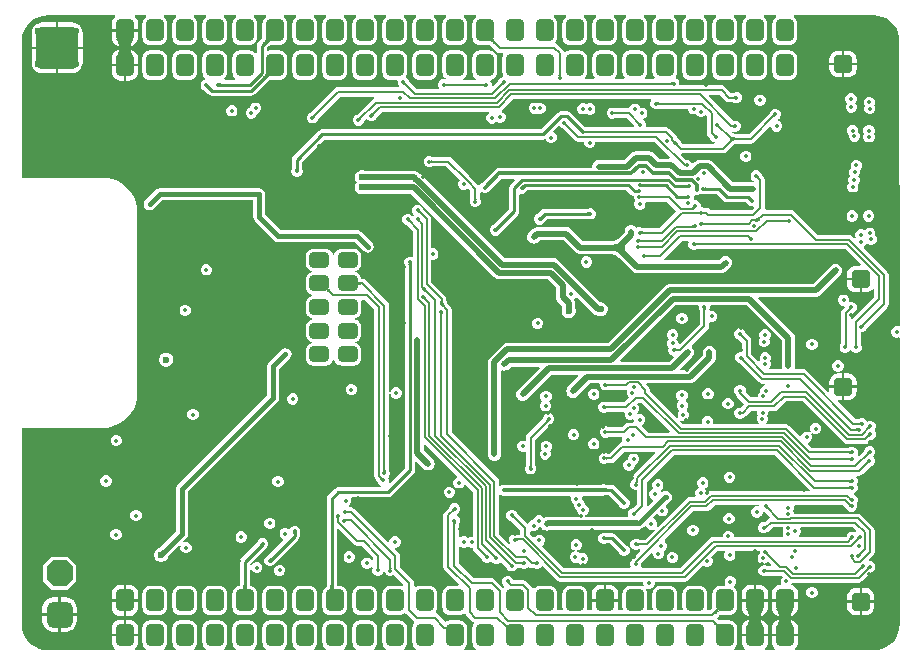
<source format=gbr>
%TF.GenerationSoftware,Altium Limited,Altium Designer,25.4.2 (15)*%
G04 Layer_Physical_Order=3*
G04 Layer_Color=16440176*
%FSLAX45Y45*%
%MOMM*%
%TF.SameCoordinates,EE14137D-E0DD-4410-96C1-A075B8BE80D9*%
%TF.FilePolarity,Positive*%
%TF.FileFunction,Copper,L3,Inr,Signal*%
%TF.Part,Single*%
G01*
G75*
%TA.AperFunction,Conductor*%
%ADD71C,0.40000*%
%ADD72C,0.30000*%
%ADD74C,0.50000*%
%ADD75C,0.20000*%
%ADD77C,0.25000*%
%ADD80C,0.80000*%
%TA.AperFunction,ComponentPad*%
G04:AMPARAMS|DCode=83|XSize=1.55mm|YSize=1.6mm|CornerRadius=0.3875mm|HoleSize=0mm|Usage=FLASHONLY|Rotation=270.000|XOffset=0mm|YOffset=0mm|HoleType=Round|Shape=RoundedRectangle|*
%AMROUNDEDRECTD83*
21,1,1.55000,0.82500,0,0,270.0*
21,1,0.77500,1.60000,0,0,270.0*
1,1,0.77500,-0.41250,-0.38750*
1,1,0.77500,-0.41250,0.38750*
1,1,0.77500,0.41250,0.38750*
1,1,0.77500,0.41250,-0.38750*
%
%ADD83ROUNDEDRECTD83*%
G04:AMPARAMS|DCode=89|XSize=2.2mm|YSize=2.2mm|CornerRadius=0mm|HoleSize=0mm|Usage=FLASHONLY|Rotation=270.000|XOffset=0mm|YOffset=0mm|HoleType=Round|Shape=Octagon|*
%AMOCTAGOND89*
4,1,8,-0.55000,-1.10000,0.55000,-1.10000,1.10000,-0.55000,1.10000,0.55000,0.55000,1.10000,-0.55000,1.10000,-1.10000,0.55000,-1.10000,-0.55000,-0.55000,-1.10000,0.0*
%
%ADD89OCTAGOND89*%

G04:AMPARAMS|DCode=90|XSize=2.2mm|YSize=2.2mm|CornerRadius=0.55mm|HoleSize=0mm|Usage=FLASHONLY|Rotation=270.000|XOffset=0mm|YOffset=0mm|HoleType=Round|Shape=RoundedRectangle|*
%AMROUNDEDRECTD90*
21,1,2.20000,1.10000,0,0,270.0*
21,1,1.10000,2.20000,0,0,270.0*
1,1,1.10000,-0.55000,-0.55000*
1,1,1.10000,-0.55000,0.55000*
1,1,1.10000,0.55000,0.55000*
1,1,1.10000,0.55000,-0.55000*
%
%ADD90ROUNDEDRECTD90*%
%TA.AperFunction,ViaPad*%
%ADD91C,0.60000*%
%ADD92C,0.35000*%
%TA.AperFunction,ComponentPad*%
G04:AMPARAMS|DCode=93|XSize=1.5mm|YSize=1.9mm|CornerRadius=0.375mm|HoleSize=0mm|Usage=FLASHONLY|Rotation=0.000|XOffset=0mm|YOffset=0mm|HoleType=Round|Shape=RoundedRectangle|*
%AMROUNDEDRECTD93*
21,1,1.50000,1.15000,0,0,0.0*
21,1,0.75000,1.90000,0,0,0.0*
1,1,0.75000,0.37500,-0.57500*
1,1,0.75000,-0.37500,-0.57500*
1,1,0.75000,-0.37500,0.57500*
1,1,0.75000,0.37500,0.57500*
%
%ADD93ROUNDEDRECTD93*%
G04:AMPARAMS|DCode=94|XSize=1.3mm|YSize=1.7mm|CornerRadius=0.325mm|HoleSize=0mm|Usage=FLASHONLY|Rotation=270.000|XOffset=0mm|YOffset=0mm|HoleType=Round|Shape=RoundedRectangle|*
%AMROUNDEDRECTD94*
21,1,1.30000,1.05000,0,0,270.0*
21,1,0.65000,1.70000,0,0,270.0*
1,1,0.65000,-0.52500,-0.32500*
1,1,0.65000,-0.52500,0.32500*
1,1,0.65000,0.52500,0.32500*
1,1,0.65000,0.52500,-0.32500*
%
%ADD94ROUNDEDRECTD94*%
G04:AMPARAMS|DCode=95|XSize=3.6mm|YSize=3.6mm|CornerRadius=0.54mm|HoleSize=0mm|Usage=FLASHONLY|Rotation=0.000|XOffset=0mm|YOffset=0mm|HoleType=Round|Shape=RoundedRectangle|*
%AMROUNDEDRECTD95*
21,1,3.60000,2.52000,0,0,0.0*
21,1,2.52000,3.60000,0,0,0.0*
1,1,1.08000,1.26000,-1.26000*
1,1,1.08000,-1.26000,-1.26000*
1,1,1.08000,-1.26000,1.26000*
1,1,1.08000,1.26000,1.26000*
%
%ADD95ROUNDEDRECTD95*%
G36*
X5153249Y5222684D02*
X5153354Y5220209D01*
X5153929Y5217543D01*
X5154975Y5214685D01*
X5156491Y5211636D01*
X5158477Y5208395D01*
X5160934Y5204963D01*
X5163860Y5201340D01*
X5171124Y5193518D01*
X5156982Y5179376D01*
X5152975Y5183243D01*
X5145537Y5189566D01*
X5142105Y5192023D01*
X5138864Y5194009D01*
X5135815Y5195525D01*
X5132957Y5196571D01*
X5130291Y5197146D01*
X5127816Y5197251D01*
X5125533Y5196886D01*
X5153614Y5224967D01*
X5153249Y5222684D01*
D02*
G37*
G36*
X3262691Y5196109D02*
X3259382Y5196107D01*
X3255905Y5195589D01*
X3252259Y5194553D01*
X3248445Y5193002D01*
X3244462Y5190933D01*
X3240310Y5188348D01*
X3235990Y5185246D01*
X3231502Y5181628D01*
X3222019Y5172842D01*
X3204342Y5190519D01*
X3208993Y5195345D01*
X3216746Y5204490D01*
X3219848Y5208810D01*
X3222433Y5212962D01*
X3224502Y5216945D01*
X3226053Y5220759D01*
X3227089Y5224405D01*
X3227607Y5227882D01*
X3227609Y5231191D01*
X3262691Y5196109D01*
D02*
G37*
G36*
X8412706Y5414943D02*
X8445066Y5407174D01*
X8475813Y5394438D01*
X8504188Y5377050D01*
X8529494Y5355436D01*
X8551108Y5330130D01*
X8568496Y5301755D01*
X8581232Y5271008D01*
X8589001Y5238648D01*
X8590681Y5217292D01*
X8591113Y5205471D01*
X8591116Y5205460D01*
X8591116Y5193471D01*
X8591180Y2790477D01*
X8581203Y2783810D01*
X8578633Y2784875D01*
X8559736D01*
X8542278Y2777643D01*
X8528916Y2764281D01*
X8521685Y2746823D01*
Y2727926D01*
X8528916Y2710468D01*
X8542278Y2697106D01*
X8559736Y2689875D01*
X8578633D01*
X8581205Y2690941D01*
X8591183Y2684274D01*
X8591248Y267184D01*
X8591247Y267087D01*
X8591247Y255256D01*
X8590815Y243435D01*
X8589137Y222121D01*
X8581378Y189803D01*
X8568659Y159097D01*
X8551293Y130758D01*
X8529708Y105484D01*
X8504434Y83899D01*
X8476095Y66533D01*
X8445389Y53814D01*
X8413071Y46055D01*
X8381728Y43588D01*
X8379938Y43944D01*
X7706311D01*
X7702237Y55944D01*
X7709207Y61293D01*
X7720828Y76437D01*
X7728134Y94074D01*
X7730625Y113000D01*
Y160500D01*
X7509375D01*
Y113000D01*
X7511866Y94074D01*
X7519172Y76437D01*
X7530793Y61293D01*
X7537763Y55944D01*
X7533689Y43944D01*
X7452311D01*
X7448237Y55944D01*
X7455207Y61293D01*
X7466828Y76437D01*
X7474134Y94074D01*
X7476625Y113000D01*
Y160500D01*
X7255375D01*
Y113000D01*
X7257866Y94074D01*
X7265172Y76437D01*
X7276793Y61293D01*
X7283763Y55944D01*
X7279689Y43944D01*
X7189125D01*
X7188415Y45228D01*
X7186024Y55944D01*
X7197641Y64859D01*
X7208461Y78959D01*
X7215262Y95379D01*
X7217582Y113000D01*
Y228000D01*
X7215262Y245621D01*
X7208461Y262041D01*
X7197641Y276141D01*
X7183541Y286961D01*
X7167121Y293762D01*
X7149500Y296082D01*
X7074500D01*
X7066121Y294979D01*
X7065302Y295565D01*
X7060698Y299479D01*
X7042677Y317500D01*
X7060135Y334958D01*
X7062879Y337507D01*
X7064990Y339212D01*
X7066121Y340021D01*
X7074500Y338918D01*
X7149500D01*
X7167121Y341238D01*
X7183541Y348039D01*
X7197641Y358859D01*
X7208461Y372959D01*
X7215262Y389379D01*
X7217582Y407000D01*
Y522000D01*
X7215262Y539621D01*
X7208461Y556041D01*
X7197641Y570141D01*
X7192110Y574385D01*
X7192033Y574506D01*
X7191797Y589751D01*
X7199346Y597300D01*
X7206578Y614758D01*
Y633655D01*
X7199346Y651113D01*
X7185984Y664475D01*
X7168526Y671707D01*
X7149630D01*
X7132171Y664475D01*
X7118809Y651113D01*
X7111578Y633655D01*
Y614758D01*
X7116829Y602082D01*
X7110349Y590082D01*
X7074500D01*
X7056879Y587762D01*
X7040459Y580961D01*
X7026359Y570141D01*
X7015539Y556041D01*
X7008738Y539621D01*
X7006418Y522000D01*
Y407000D01*
X7007521Y398621D01*
X7006935Y397802D01*
X7003020Y393197D01*
X6990607Y380784D01*
X6969102D01*
X6961711Y392784D01*
X6963582Y407000D01*
Y522000D01*
X6961262Y539621D01*
X6954461Y556041D01*
X6943641Y570141D01*
X6929541Y580961D01*
X6913121Y587762D01*
X6895500Y590082D01*
X6820500D01*
X6802879Y587762D01*
X6786459Y580961D01*
X6772359Y570141D01*
X6761539Y556041D01*
X6754738Y539621D01*
X6752418Y522000D01*
Y407000D01*
X6754289Y392784D01*
X6746898Y380784D01*
X6715102D01*
X6707711Y392784D01*
X6709582Y407000D01*
Y522000D01*
X6707262Y539621D01*
X6700461Y556041D01*
X6689641Y570141D01*
X6675541Y580961D01*
X6659121Y587762D01*
X6641500Y590082D01*
X6566500D01*
X6548879Y587762D01*
X6532459Y580961D01*
X6518359Y570141D01*
X6507539Y556041D01*
X6500738Y539621D01*
X6498418Y522000D01*
Y407000D01*
X6500289Y392784D01*
X6492898Y380784D01*
X6461102D01*
X6453711Y392784D01*
X6455582Y407000D01*
Y522000D01*
X6453262Y539621D01*
X6446461Y556041D01*
X6445733Y556989D01*
X6453296Y566845D01*
X6460422Y563894D01*
X6479319D01*
X6496777Y571125D01*
X6510139Y584487D01*
X6517371Y601945D01*
Y620842D01*
X6519626Y624217D01*
X6773113D01*
X6773115Y624216D01*
X6788722Y627321D01*
X6801953Y636162D01*
X6928698Y762907D01*
X6936593Y755012D01*
X6954051Y747781D01*
X6972947D01*
X6990406Y755012D01*
X7003768Y768374D01*
X7010999Y785832D01*
Y804729D01*
X7003768Y822187D01*
X6995873Y830082D01*
X7052476Y886685D01*
X7112016D01*
X7116987Y874685D01*
X7114209Y871907D01*
X7106978Y854448D01*
Y835552D01*
X7114209Y818094D01*
X7127571Y804732D01*
X7145029Y797500D01*
X7163926D01*
X7181384Y804732D01*
X7194746Y818094D01*
X7201977Y835552D01*
Y854448D01*
X7194746Y871907D01*
X7191968Y874685D01*
X7196939Y886685D01*
X7404677D01*
X7407270Y882803D01*
Y863907D01*
X7408224Y861605D01*
X7396904Y850285D01*
X7389673Y832827D01*
Y813930D01*
X7396904Y796472D01*
X7410266Y783110D01*
X7427725Y775879D01*
X7446621D01*
X7464079Y783110D01*
X7476335Y795365D01*
X7504891Y766809D01*
X7500299Y755722D01*
X7470510D01*
X7470116Y756115D01*
X7452658Y763347D01*
X7433762D01*
X7416303Y756115D01*
X7402942Y742753D01*
X7395710Y725295D01*
Y706399D01*
X7402942Y688940D01*
X7416303Y675579D01*
X7433762Y668347D01*
X7452658D01*
X7463172Y672702D01*
X7463771Y672795D01*
X7464565Y673279D01*
X7466680Y674155D01*
X7595794D01*
X7602601Y663991D01*
X7592918Y654308D01*
X7585686Y636850D01*
Y617953D01*
X7590172Y607126D01*
X7582609Y595125D01*
X7582500D01*
X7563574Y592634D01*
X7545937Y585328D01*
X7530793Y573707D01*
X7519172Y558563D01*
X7511866Y540926D01*
X7509375Y522000D01*
Y474500D01*
X7730625D01*
Y522000D01*
X7728134Y540926D01*
X7720828Y558563D01*
X7709207Y573707D01*
X7694063Y585328D01*
X7680766Y590836D01*
X7676004Y597127D01*
X7675392Y603636D01*
X7682943Y614104D01*
X8244886D01*
X8244887Y614104D01*
X8260495Y617208D01*
X8273726Y626049D01*
X8350692Y703016D01*
X8353981Y704378D01*
X8354169Y704415D01*
X8354329Y704522D01*
X8366907Y709732D01*
X8380268Y723094D01*
X8387500Y740552D01*
Y759448D01*
X8380268Y776906D01*
X8366907Y790268D01*
X8349448Y797500D01*
X8336879D01*
X8331908Y809500D01*
X8368838Y846429D01*
X8368838Y846430D01*
X8377679Y859661D01*
X8380784Y875268D01*
Y1056575D01*
X8377679Y1072183D01*
X8368838Y1085414D01*
X8368838Y1085414D01*
X8266671Y1187582D01*
X8253440Y1196422D01*
X8237832Y1199527D01*
X8237831Y1199527D01*
X7697061D01*
Y1209780D01*
X7691121Y1224120D01*
X7698061Y1240874D01*
Y1259770D01*
X7696494Y1263552D01*
X7703161Y1273530D01*
X8110987D01*
X8140923Y1243594D01*
X8140966Y1243540D01*
X8141006Y1243443D01*
X8141642Y1241586D01*
X8141893Y1241301D01*
X8144804Y1234274D01*
X8158166Y1220912D01*
X8175624Y1213681D01*
X8194521D01*
X8211979Y1220912D01*
X8225341Y1234274D01*
X8232572Y1251732D01*
Y1270629D01*
X8227816Y1282111D01*
X8231404Y1285699D01*
X8238635Y1303158D01*
Y1322054D01*
X8231404Y1339512D01*
X8218042Y1352874D01*
X8207263Y1357339D01*
X8204847Y1362111D01*
X8210105Y1376914D01*
X8216906Y1379732D01*
X8230268Y1393093D01*
X8237500Y1410552D01*
Y1429448D01*
X8230834Y1445540D01*
X8231228Y1445934D01*
X8238460Y1463392D01*
Y1482289D01*
X8231228Y1499747D01*
X8223759Y1507216D01*
X8228730Y1519216D01*
X8249121D01*
X8249122Y1519216D01*
X8264730Y1522321D01*
X8277961Y1531162D01*
X8346568Y1599768D01*
X8349856Y1601131D01*
X8350045Y1601168D01*
X8350205Y1601275D01*
X8362782Y1606485D01*
X8376144Y1619847D01*
X8383375Y1637305D01*
Y1656201D01*
X8376144Y1673660D01*
X8366826Y1682978D01*
X8378775Y1694927D01*
X8386006Y1712385D01*
Y1731282D01*
X8378775Y1748740D01*
X8365413Y1762102D01*
X8347955Y1769334D01*
X8329058D01*
X8311600Y1762102D01*
X8298238Y1748740D01*
X8293029Y1736163D01*
X8292922Y1736003D01*
X8292884Y1735814D01*
X8291522Y1732526D01*
X8248783Y1689787D01*
X8234088Y1692063D01*
X8231351Y1697259D01*
X8235730Y1707833D01*
Y1726730D01*
X8228499Y1744188D01*
X8215137Y1757550D01*
X8197679Y1764781D01*
X8178782D01*
X8166205Y1759572D01*
X8166016Y1759534D01*
X8165856Y1759427D01*
X8162568Y1758065D01*
X7843210D01*
X7814160Y1787116D01*
X7818199Y1800047D01*
X7831204Y1805434D01*
X7844566Y1818796D01*
X7851798Y1836254D01*
Y1855150D01*
X7845239Y1870985D01*
X7851080Y1877489D01*
X7853724Y1879470D01*
X7870552Y1872500D01*
X7889448D01*
X7906906Y1879732D01*
X7920268Y1893093D01*
X7927500Y1910552D01*
Y1929448D01*
X7920268Y1946906D01*
X7906906Y1960268D01*
X7889448Y1967500D01*
X7870552D01*
X7853094Y1960268D01*
X7839732Y1946906D01*
X7832500Y1929448D01*
Y1910552D01*
X7839059Y1894717D01*
X7833218Y1888213D01*
X7830574Y1886232D01*
X7813746Y1893202D01*
X7794850D01*
X7777391Y1885971D01*
X7764029Y1872609D01*
X7758643Y1859604D01*
X7745711Y1855564D01*
X7657438Y1943838D01*
X7644206Y1952679D01*
X7628599Y1955783D01*
X7628598Y1955783D01*
X7466522D01*
X7461551Y1967783D01*
X7470563Y1976795D01*
X7477794Y1994254D01*
Y2013150D01*
X7472066Y2026980D01*
X7472631Y2027546D01*
X7479862Y2045004D01*
Y2063900D01*
X7483415Y2069217D01*
X7529999D01*
X7530000Y2069216D01*
X7545607Y2072321D01*
X7558839Y2081162D01*
X7626893Y2149216D01*
X7773107D01*
X8121499Y1800824D01*
X8134730Y1791984D01*
X8150337Y1788879D01*
X8150338Y1788879D01*
X8301044D01*
X8301046Y1788879D01*
X8316653Y1791984D01*
X8329884Y1800824D01*
X8351598Y1822538D01*
X8354887Y1823901D01*
X8355075Y1823938D01*
X8355235Y1824045D01*
X8367812Y1829255D01*
X8381174Y1842617D01*
X8388406Y1860075D01*
Y1878971D01*
X8381174Y1896430D01*
X8375274Y1902330D01*
X8384212Y1911268D01*
X8391443Y1928726D01*
Y1947623D01*
X8384212Y1965081D01*
X8370850Y1978443D01*
X8353392Y1985674D01*
X8334495D01*
X8317855Y1978782D01*
X8314345Y1987256D01*
X8300983Y2000618D01*
X8283525Y2007849D01*
X8264629D01*
X8252052Y2002640D01*
X8251863Y2002602D01*
X8251703Y2002495D01*
X8248414Y2001133D01*
X8216544D01*
X8066487Y2151191D01*
X8070286Y2158895D01*
X8072784Y2161864D01*
X8103000D01*
Y2265000D01*
X7997364D01*
Y2237284D01*
X7994395Y2234786D01*
X7986690Y2230987D01*
X7808839Y2408838D01*
X7795607Y2417679D01*
X7780000Y2420784D01*
X7779999Y2420784D01*
X7710172D01*
X7708237Y2423679D01*
X7703866Y2432784D01*
X7705474Y2445000D01*
Y2690000D01*
X7703584Y2704358D01*
X7698042Y2717738D01*
X7689226Y2729227D01*
X7395014Y3023439D01*
X7399606Y3034526D01*
X7880000D01*
X7894358Y3036416D01*
X7907737Y3041958D01*
X7919226Y3050774D01*
X8089226Y3220774D01*
X8098042Y3232263D01*
X8103584Y3245642D01*
X8105474Y3260000D01*
X8103584Y3274358D01*
X8098042Y3287737D01*
X8089226Y3299226D01*
X8077737Y3308042D01*
X8064358Y3313584D01*
X8050000Y3315474D01*
X8035642Y3313584D01*
X8022263Y3308042D01*
X8010774Y3299226D01*
X7857022Y3145474D01*
X6648076D01*
X6633719Y3143584D01*
X6620339Y3138042D01*
X6608850Y3129226D01*
X6125098Y2645474D01*
X5270000D01*
X5255642Y2643584D01*
X5242263Y2638042D01*
X5230773Y2629226D01*
X5120774Y2519226D01*
X5111958Y2507737D01*
X5106416Y2494358D01*
X5104526Y2480000D01*
Y1700000D01*
X5106416Y1685642D01*
X5111958Y1672263D01*
X5120774Y1660774D01*
X5132263Y1651958D01*
X5145642Y1646416D01*
X5160000Y1644526D01*
X5174358Y1646416D01*
X5187737Y1651958D01*
X5199226Y1660774D01*
X5208042Y1672263D01*
X5213584Y1685642D01*
X5215474Y1700000D01*
Y2405217D01*
X5227475Y2413235D01*
X5231768Y2411457D01*
X5246126Y2409567D01*
X5260484Y2411457D01*
X5273863Y2416999D01*
X5285352Y2425815D01*
X5304063Y2444526D01*
X5540988D01*
X5545580Y2433439D01*
X5361856Y2249715D01*
X5353040Y2238226D01*
X5347498Y2224847D01*
X5345608Y2210489D01*
X5347498Y2196131D01*
X5353040Y2182752D01*
X5361856Y2171263D01*
X5373345Y2162447D01*
X5386724Y2156905D01*
X5401082Y2155015D01*
X5415440Y2156905D01*
X5428819Y2162447D01*
X5440309Y2171263D01*
X5643571Y2374526D01*
X5869018D01*
X5873610Y2363439D01*
X5786420Y2276249D01*
X5777604Y2264760D01*
X5772062Y2251380D01*
X5770172Y2237022D01*
Y2235447D01*
X5772062Y2221090D01*
X5777604Y2207710D01*
X5786420Y2196221D01*
X5797909Y2187405D01*
X5811288Y2181863D01*
X5825646Y2179973D01*
X5840004Y2181863D01*
X5853383Y2187405D01*
X5864872Y2196221D01*
X5870067Y2202991D01*
X5971602Y2304526D01*
X6049092D01*
X6052488Y2299443D01*
Y2280547D01*
X6059719Y2263089D01*
X6073081Y2249727D01*
X6090540Y2242496D01*
X6109436D01*
X6118410Y2246213D01*
X6119053Y2246288D01*
X6120369Y2247024D01*
X6121519Y2247501D01*
X6276589D01*
X6280728Y2243579D01*
X6285069Y2236615D01*
X6281818Y2228766D01*
Y2209869D01*
X6289049Y2192411D01*
X6300298Y2181163D01*
X6259919Y2140784D01*
X6115663D01*
X6112374Y2142146D01*
X6112214Y2142253D01*
X6112025Y2142290D01*
X6099448Y2147500D01*
X6080552D01*
X6063094Y2140269D01*
X6049732Y2126907D01*
X6042500Y2109448D01*
Y2090552D01*
X6049732Y2073094D01*
X6063094Y2059732D01*
X6080552Y2052500D01*
X6099448D01*
X6112025Y2057710D01*
X6112214Y2057747D01*
X6112374Y2057854D01*
X6115663Y2059217D01*
X6257454D01*
X6264121Y2049239D01*
X6264112Y2049217D01*
Y2030321D01*
X6271343Y2012862D01*
X6284705Y1999500D01*
X6302163Y1992269D01*
X6321060D01*
X6331816Y1996725D01*
X6342119Y1991023D01*
X6344466Y1980938D01*
X6336851Y1970783D01*
X6300000D01*
X6284393Y1967679D01*
X6271161Y1958838D01*
X6271161Y1958838D01*
X6243107Y1930784D01*
X6126737D01*
X6123809Y1931996D01*
X6123459Y1932224D01*
X6123095Y1932292D01*
X6111177Y1937229D01*
X6092280D01*
X6074822Y1929997D01*
X6061460Y1916635D01*
X6054229Y1899177D01*
Y1880280D01*
X6061460Y1862822D01*
X6074822Y1849460D01*
X6092280Y1842229D01*
X6111177D01*
X6128046Y1849217D01*
X6237700D01*
X6245718Y1837216D01*
X6242500Y1829448D01*
Y1815602D01*
X6242500Y1810552D01*
X6232894Y1802387D01*
X6228158Y1801445D01*
X6214927Y1792604D01*
X6214927Y1792603D01*
X6129460Y1707137D01*
X6117495D01*
X6114206Y1708499D01*
X6114046Y1708606D01*
X6113857Y1708643D01*
X6101280Y1713853D01*
X6082384D01*
X6064925Y1706621D01*
X6051563Y1693260D01*
X6044332Y1675801D01*
Y1656905D01*
X6051563Y1639447D01*
X6064925Y1626085D01*
X6082384Y1618853D01*
X6101280D01*
X6113857Y1624063D01*
X6114046Y1624100D01*
X6114206Y1624207D01*
X6117495Y1625570D01*
X6146352D01*
X6146353Y1625569D01*
X6161960Y1628674D01*
X6175191Y1637515D01*
X6260659Y1722982D01*
X6520129D01*
X6524722Y1711895D01*
X6341162Y1528336D01*
X6332321Y1515104D01*
X6329216Y1499497D01*
X6329216Y1499496D01*
Y1481999D01*
X6318079Y1470862D01*
X6310848Y1453404D01*
Y1434507D01*
X6318079Y1417049D01*
X6331441Y1403687D01*
X6348899Y1396456D01*
X6367795D01*
X6369216Y1395506D01*
Y1278501D01*
X6338215Y1247500D01*
X6330552D01*
X6313094Y1240268D01*
X6299732Y1226906D01*
X6292500Y1209448D01*
Y1190552D01*
X6295351Y1183668D01*
X6288684Y1173691D01*
X5931531D01*
X5929144Y1185691D01*
X5937612Y1189198D01*
X5950974Y1202560D01*
X5958206Y1220018D01*
Y1238915D01*
X5950974Y1256373D01*
X5937612Y1269735D01*
X5927974Y1273727D01*
Y1284892D01*
X5920743Y1302350D01*
X5907381Y1315712D01*
X5902499Y1317734D01*
Y1334449D01*
X5900106Y1340226D01*
X5908124Y1352226D01*
X6083725D01*
X6096677Y1354802D01*
X6098721D01*
X6100609Y1355585D01*
X6101283Y1355719D01*
X6101855Y1356101D01*
X6108782Y1358970D01*
X6129749D01*
X6215564Y1273155D01*
X6219731Y1263094D01*
X6233093Y1249732D01*
X6250551Y1242500D01*
X6269448D01*
X6286906Y1249732D01*
X6300268Y1263094D01*
X6307499Y1280552D01*
Y1299449D01*
X6300268Y1316907D01*
X6286906Y1330269D01*
X6276845Y1334436D01*
X6178338Y1432943D01*
X6164280Y1442336D01*
X6147698Y1445635D01*
X6108782D01*
X6098721Y1449802D01*
X6079824D01*
X6065791Y1443989D01*
X5258385D01*
X5254478Y1445607D01*
X5235582D01*
X5218123Y1438376D01*
X5212784Y1433036D01*
X5200784Y1438007D01*
Y1470000D01*
X5197679Y1485608D01*
X5188838Y1498839D01*
X5188838Y1498839D01*
X4800783Y1886894D01*
Y2926643D01*
X4800784Y2926644D01*
X4797679Y2942251D01*
X4788838Y2955483D01*
X4788838Y2955483D01*
X4760583Y2983738D01*
X4759221Y2987025D01*
X4759183Y2987216D01*
X4759075Y2987377D01*
X4755888Y2995071D01*
X4755851Y2995260D01*
X4755744Y2995420D01*
X4754381Y2998709D01*
Y3016401D01*
X4754382Y3016402D01*
X4751277Y3032009D01*
X4742436Y3045241D01*
X4627194Y3160483D01*
Y3348548D01*
X4630604Y3350826D01*
X4649500D01*
X4666958Y3358058D01*
X4680320Y3371420D01*
X4687551Y3388878D01*
Y3407774D01*
X4680320Y3425233D01*
X4666958Y3438595D01*
X4649500Y3445826D01*
X4630604D01*
X4627194Y3448104D01*
Y3689999D01*
X4624089Y3705606D01*
X4615249Y3718837D01*
X4615248Y3718838D01*
X4557623Y3776462D01*
X4556262Y3779749D01*
X4556224Y3779940D01*
X4556116Y3780101D01*
X4550907Y3792677D01*
X4537545Y3806039D01*
X4520087Y3813270D01*
X4501190D01*
X4483732Y3806039D01*
X4470370Y3792677D01*
X4463139Y3775219D01*
Y3756322D01*
X4470370Y3738864D01*
X4479596Y3729638D01*
X4470533Y3720574D01*
X4467253Y3719922D01*
X4456907Y3730268D01*
X4439448Y3737500D01*
X4420552D01*
X4403094Y3730268D01*
X4389732Y3716906D01*
X4382500Y3699448D01*
Y3680552D01*
X4389732Y3663094D01*
X4403094Y3649732D01*
X4415669Y3644523D01*
X4415830Y3644415D01*
X4416021Y3644377D01*
X4419308Y3643016D01*
X4475478Y3586846D01*
Y3378221D01*
X4463477Y3370202D01*
X4453545Y3374317D01*
X4434648D01*
X4417190Y3367085D01*
X4403828Y3353723D01*
X4396597Y3336265D01*
Y3317369D01*
X4401215Y3306220D01*
Y2387900D01*
X4402068Y2383611D01*
Y1583349D01*
X4274278Y1455559D01*
X4264105Y1462357D01*
X4267500Y1470552D01*
Y1489448D01*
X4261385Y1504210D01*
X4270268Y1513093D01*
X4277500Y1530552D01*
Y1549448D01*
X4272290Y1562025D01*
X4272253Y1562214D01*
X4272146Y1562374D01*
X4270783Y1565663D01*
Y2209868D01*
X4282500Y2210551D01*
X4289732Y2193093D01*
X4303094Y2179731D01*
X4320552Y2172500D01*
X4339448D01*
X4356906Y2179731D01*
X4370268Y2193093D01*
X4377500Y2210552D01*
Y2229448D01*
X4370268Y2246906D01*
X4356906Y2260268D01*
X4339448Y2267500D01*
X4320552D01*
X4303094Y2260268D01*
X4289732Y2246906D01*
X4282500Y2229448D01*
X4270783Y2230132D01*
Y2959999D01*
X4270784Y2960000D01*
X4267679Y2975607D01*
X4258838Y2988838D01*
X4258838Y2988839D01*
X4070839Y3176838D01*
X4057608Y3185679D01*
X4042001Y3188783D01*
X4033445Y3196402D01*
X4033391Y3196815D01*
X4027094Y3212019D01*
X4017075Y3225075D01*
X4004019Y3235093D01*
X3988816Y3241391D01*
X3984583Y3241948D01*
Y3254051D01*
X3988816Y3254609D01*
X4004019Y3260906D01*
X4017075Y3270924D01*
X4027094Y3283980D01*
X4033391Y3299184D01*
X4035539Y3315500D01*
Y3380500D01*
X4033391Y3396815D01*
X4027094Y3412019D01*
X4017075Y3425075D01*
X4004019Y3435093D01*
X3988816Y3441391D01*
X3972500Y3443539D01*
X3867500D01*
X3851184Y3441391D01*
X3835981Y3435093D01*
X3822925Y3425075D01*
X3812907Y3412019D01*
X3806609Y3396815D01*
X3806052Y3392582D01*
X3793948D01*
X3793391Y3396815D01*
X3787094Y3412019D01*
X3777075Y3425075D01*
X3764019Y3435093D01*
X3748816Y3441391D01*
X3732500Y3443539D01*
X3627500D01*
X3611184Y3441391D01*
X3595981Y3435093D01*
X3582925Y3425075D01*
X3572906Y3412019D01*
X3566609Y3396815D01*
X3564461Y3380500D01*
Y3315500D01*
X3566609Y3299184D01*
X3572906Y3283980D01*
X3582925Y3270924D01*
X3595981Y3260906D01*
X3611184Y3254609D01*
X3615417Y3254051D01*
Y3241948D01*
X3611184Y3241391D01*
X3595981Y3235093D01*
X3582925Y3225075D01*
X3572906Y3212019D01*
X3566609Y3196815D01*
X3564461Y3180500D01*
Y3115499D01*
X3566609Y3099184D01*
X3572906Y3083980D01*
X3582925Y3070924D01*
X3595981Y3060906D01*
X3611184Y3054609D01*
X3615416Y3054051D01*
Y3041948D01*
X3611184Y3041391D01*
X3595980Y3035093D01*
X3582925Y3025075D01*
X3572906Y3012019D01*
X3566609Y2996815D01*
X3564461Y2980500D01*
Y2915500D01*
X3566609Y2899184D01*
X3572906Y2883980D01*
X3582925Y2870924D01*
X3595980Y2860906D01*
X3611184Y2854609D01*
X3615417Y2854051D01*
Y2841948D01*
X3611184Y2841391D01*
X3595980Y2835093D01*
X3582925Y2825075D01*
X3572906Y2812019D01*
X3566609Y2796815D01*
X3564461Y2780500D01*
Y2715500D01*
X3566609Y2699184D01*
X3572906Y2683980D01*
X3582925Y2670924D01*
X3595980Y2660906D01*
X3611184Y2654609D01*
X3615416Y2654051D01*
Y2641948D01*
X3611184Y2641391D01*
X3595981Y2635093D01*
X3582925Y2625075D01*
X3572906Y2612019D01*
X3566609Y2596815D01*
X3564461Y2580500D01*
Y2515500D01*
X3566609Y2499184D01*
X3572906Y2483980D01*
X3582925Y2470924D01*
X3595981Y2460906D01*
X3611184Y2454609D01*
X3627500Y2452461D01*
X3732500D01*
X3748816Y2454609D01*
X3764019Y2460906D01*
X3777075Y2470924D01*
X3787094Y2483980D01*
X3793391Y2499184D01*
X3793948Y2503417D01*
X3806052D01*
X3806609Y2499184D01*
X3812907Y2483980D01*
X3822925Y2470924D01*
X3835981Y2460906D01*
X3851184Y2454609D01*
X3867500Y2452461D01*
X3972500D01*
X3988816Y2454609D01*
X4004019Y2460906D01*
X4017075Y2470924D01*
X4027094Y2483980D01*
X4033391Y2499184D01*
X4035539Y2515500D01*
Y2580500D01*
X4033391Y2596815D01*
X4027094Y2612019D01*
X4017075Y2625075D01*
X4004019Y2635093D01*
X3988816Y2641391D01*
X3984584Y2641948D01*
Y2654051D01*
X3988816Y2654609D01*
X4004020Y2660906D01*
X4017075Y2670924D01*
X4027094Y2683980D01*
X4033391Y2699184D01*
X4035539Y2715500D01*
Y2780500D01*
X4033391Y2796815D01*
X4027094Y2812019D01*
X4017075Y2825075D01*
X4004020Y2835093D01*
X3988816Y2841391D01*
X3984583Y2841948D01*
Y2854051D01*
X3988816Y2854609D01*
X4004020Y2860906D01*
X4017075Y2870924D01*
X4027094Y2883980D01*
X4033391Y2899184D01*
X4035539Y2915500D01*
Y2980500D01*
X4033391Y2996815D01*
X4032387Y2999239D01*
X4039054Y3009216D01*
X4063107D01*
X4143263Y2929060D01*
Y1515954D01*
X4143263Y1515953D01*
X4146368Y1500346D01*
X4155209Y1487115D01*
X4173015Y1469308D01*
X4174377Y1466021D01*
X4174415Y1465830D01*
X4174523Y1465669D01*
X4179732Y1453094D01*
X4193093Y1439732D01*
X4205203Y1434716D01*
X4202816Y1422716D01*
X3839383D01*
X3822801Y1419417D01*
X3808743Y1410024D01*
X3752692Y1353973D01*
X3743298Y1339915D01*
X3740000Y1323332D01*
Y590757D01*
X3739811Y585705D01*
X3739414Y582089D01*
X3739277Y581300D01*
X3738459Y580961D01*
X3724359Y570141D01*
X3713539Y556041D01*
X3706738Y539621D01*
X3704418Y522000D01*
Y407000D01*
X3706738Y389379D01*
X3713539Y372959D01*
X3724359Y358859D01*
X3738459Y348039D01*
X3754879Y341238D01*
X3772500Y338918D01*
X3847500D01*
X3865121Y341238D01*
X3881541Y348039D01*
X3895641Y358859D01*
X3906461Y372959D01*
X3913262Y389379D01*
X3915582Y407000D01*
Y522000D01*
X3913262Y539621D01*
X3906461Y556041D01*
X3895641Y570141D01*
X3881541Y580961D01*
X3865121Y587762D01*
X3847500Y590082D01*
X3826665D01*
Y1066247D01*
X3837751Y1070839D01*
X3968647Y939944D01*
X3968647Y939943D01*
X3981878Y931103D01*
X3997486Y927998D01*
X3997487Y927998D01*
X4014211D01*
X4016538Y926443D01*
X4032145Y923339D01*
X4038985D01*
X4135086Y827237D01*
Y810731D01*
X4126443Y807648D01*
X4123086Y807378D01*
X4110408Y820056D01*
X4092950Y827288D01*
X4074053D01*
X4056595Y820056D01*
X4043233Y806694D01*
X4036002Y789236D01*
Y770340D01*
X4043233Y752881D01*
X4056595Y739519D01*
X4074053Y732288D01*
X4092950D01*
X4110408Y739519D01*
X4116803Y745915D01*
X4122419Y746450D01*
X4130968Y743109D01*
X4132489Y737614D01*
X4128370Y727671D01*
Y708775D01*
X4135602Y691316D01*
X4148964Y677954D01*
X4166422Y670723D01*
X4185318D01*
X4202776Y677954D01*
X4216138Y691316D01*
X4221339Y703872D01*
X4234046Y703191D01*
X4239657Y689645D01*
X4253019Y676283D01*
X4270477Y669051D01*
X4289374D01*
X4306832Y676283D01*
X4311436Y680887D01*
X4395994Y596330D01*
X4395275Y590906D01*
X4382252Y583980D01*
X4373121Y587762D01*
X4355500Y590082D01*
X4280500D01*
X4262879Y587762D01*
X4246459Y580961D01*
X4232359Y570141D01*
X4221539Y556041D01*
X4214738Y539621D01*
X4212418Y522000D01*
Y407000D01*
X4214738Y389379D01*
X4221539Y372959D01*
X4232359Y358859D01*
X4246459Y348039D01*
X4262879Y341238D01*
X4280500Y338918D01*
X4355500D01*
X4373121Y341238D01*
X4389541Y348039D01*
X4397776Y354358D01*
X4412587Y353087D01*
X4413759Y352331D01*
X4478428Y287662D01*
X4478428Y287662D01*
X4481075Y285893D01*
X4482193Y270713D01*
X4475539Y262041D01*
X4468738Y245621D01*
X4466418Y228000D01*
Y113000D01*
X4468738Y95379D01*
X4475539Y78959D01*
X4486359Y64859D01*
X4497976Y55944D01*
X4495585Y45228D01*
X4494875Y43944D01*
X4395125D01*
X4394415Y45228D01*
X4392024Y55944D01*
X4403641Y64859D01*
X4414461Y78959D01*
X4421262Y95379D01*
X4423582Y113000D01*
Y228000D01*
X4421262Y245621D01*
X4414461Y262041D01*
X4403641Y276141D01*
X4389541Y286961D01*
X4373121Y293762D01*
X4355500Y296082D01*
X4280500D01*
X4262879Y293762D01*
X4246459Y286961D01*
X4232359Y276141D01*
X4221539Y262041D01*
X4214738Y245621D01*
X4212418Y228000D01*
Y113000D01*
X4214738Y95379D01*
X4221539Y78959D01*
X4232359Y64859D01*
X4243976Y55944D01*
X4241585Y45228D01*
X4240875Y43944D01*
X4141125D01*
X4140415Y45228D01*
X4138024Y55944D01*
X4149641Y64859D01*
X4160461Y78959D01*
X4167262Y95379D01*
X4169582Y113000D01*
Y228000D01*
X4167262Y245621D01*
X4160461Y262041D01*
X4149641Y276141D01*
X4135541Y286961D01*
X4119121Y293762D01*
X4101500Y296082D01*
X4026500D01*
X4008879Y293762D01*
X3992459Y286961D01*
X3978359Y276141D01*
X3967539Y262041D01*
X3960738Y245621D01*
X3958418Y228000D01*
Y113000D01*
X3960738Y95379D01*
X3967539Y78959D01*
X3978359Y64859D01*
X3989976Y55944D01*
X3987585Y45228D01*
X3986875Y43944D01*
X3887125D01*
X3886415Y45228D01*
X3884024Y55944D01*
X3895641Y64859D01*
X3906461Y78959D01*
X3913262Y95379D01*
X3915582Y113000D01*
Y228000D01*
X3913262Y245621D01*
X3906461Y262041D01*
X3895641Y276141D01*
X3881541Y286961D01*
X3865121Y293762D01*
X3847500Y296082D01*
X3772500D01*
X3754879Y293762D01*
X3738459Y286961D01*
X3724359Y276141D01*
X3713539Y262041D01*
X3706738Y245621D01*
X3704418Y228000D01*
Y113000D01*
X3706738Y95379D01*
X3713539Y78959D01*
X3724359Y64859D01*
X3735976Y55944D01*
X3733585Y45228D01*
X3732875Y43944D01*
X3633125D01*
X3632415Y45228D01*
X3630024Y55944D01*
X3641641Y64859D01*
X3652461Y78959D01*
X3659262Y95379D01*
X3661582Y113000D01*
Y228000D01*
X3659262Y245621D01*
X3652461Y262041D01*
X3641641Y276141D01*
X3627541Y286961D01*
X3611121Y293762D01*
X3593500Y296082D01*
X3518500D01*
X3500879Y293762D01*
X3484459Y286961D01*
X3470359Y276141D01*
X3459539Y262041D01*
X3452738Y245621D01*
X3450418Y228000D01*
Y113000D01*
X3452738Y95379D01*
X3459539Y78959D01*
X3470359Y64859D01*
X3481976Y55944D01*
X3479585Y45228D01*
X3478875Y43944D01*
X3379125D01*
X3378415Y45228D01*
X3376024Y55944D01*
X3387641Y64859D01*
X3398461Y78959D01*
X3405262Y95379D01*
X3407582Y113000D01*
Y228000D01*
X3405262Y245621D01*
X3398461Y262041D01*
X3387641Y276141D01*
X3373541Y286961D01*
X3357121Y293762D01*
X3339500Y296082D01*
X3264500D01*
X3246879Y293762D01*
X3230459Y286961D01*
X3216359Y276141D01*
X3205539Y262041D01*
X3198738Y245621D01*
X3196418Y228000D01*
Y113000D01*
X3198738Y95379D01*
X3205539Y78959D01*
X3216359Y64859D01*
X3227976Y55944D01*
X3225585Y45228D01*
X3224875Y43944D01*
X3125125D01*
X3124415Y45228D01*
X3122024Y55944D01*
X3133641Y64859D01*
X3144461Y78959D01*
X3151262Y95379D01*
X3153582Y113000D01*
Y228000D01*
X3151262Y245621D01*
X3144461Y262041D01*
X3133641Y276141D01*
X3119541Y286961D01*
X3103121Y293762D01*
X3085500Y296082D01*
X3010500D01*
X2992879Y293762D01*
X2976459Y286961D01*
X2962359Y276141D01*
X2951539Y262041D01*
X2944738Y245621D01*
X2942418Y228000D01*
Y113000D01*
X2944738Y95379D01*
X2951539Y78959D01*
X2962359Y64859D01*
X2973976Y55944D01*
X2971585Y45228D01*
X2970875Y43944D01*
X2871125D01*
X2870415Y45228D01*
X2868024Y55944D01*
X2879641Y64859D01*
X2890461Y78959D01*
X2897262Y95379D01*
X2899582Y113000D01*
Y228000D01*
X2897262Y245621D01*
X2890461Y262041D01*
X2879641Y276141D01*
X2865541Y286961D01*
X2849121Y293762D01*
X2831500Y296082D01*
X2756500D01*
X2738879Y293762D01*
X2722459Y286961D01*
X2708359Y276141D01*
X2697539Y262041D01*
X2690738Y245621D01*
X2688418Y228000D01*
Y113000D01*
X2690738Y95379D01*
X2697539Y78959D01*
X2708359Y64859D01*
X2719976Y55944D01*
X2717585Y45228D01*
X2716875Y43944D01*
X2617125D01*
X2616415Y45228D01*
X2614024Y55944D01*
X2625641Y64859D01*
X2636461Y78959D01*
X2643262Y95379D01*
X2645582Y113000D01*
Y228000D01*
X2643262Y245621D01*
X2636461Y262041D01*
X2625641Y276141D01*
X2611541Y286961D01*
X2595121Y293762D01*
X2577500Y296082D01*
X2502500D01*
X2484879Y293762D01*
X2468459Y286961D01*
X2454359Y276141D01*
X2443539Y262041D01*
X2436738Y245621D01*
X2434418Y228000D01*
Y113000D01*
X2436738Y95379D01*
X2443539Y78959D01*
X2454359Y64859D01*
X2465976Y55944D01*
X2463585Y45228D01*
X2462875Y43944D01*
X2363125D01*
X2362415Y45228D01*
X2360024Y55944D01*
X2371641Y64859D01*
X2382461Y78959D01*
X2389262Y95379D01*
X2391582Y113000D01*
Y228000D01*
X2389262Y245621D01*
X2382461Y262041D01*
X2371641Y276141D01*
X2357541Y286961D01*
X2341121Y293762D01*
X2323500Y296082D01*
X2248500D01*
X2230879Y293762D01*
X2214459Y286961D01*
X2200359Y276141D01*
X2189539Y262041D01*
X2182738Y245621D01*
X2180418Y228000D01*
Y113000D01*
X2182738Y95379D01*
X2189539Y78959D01*
X2200359Y64859D01*
X2211976Y55944D01*
X2209585Y45228D01*
X2208875Y43944D01*
X2118311D01*
X2114237Y55944D01*
X2121207Y61293D01*
X2132828Y76437D01*
X2140134Y94074D01*
X2142625Y113000D01*
Y160500D01*
X1921375D01*
Y113000D01*
X1923866Y94074D01*
X1931172Y76437D01*
X1942793Y61293D01*
X1949763Y55944D01*
X1945689Y43944D01*
X1371600D01*
X1369823Y43591D01*
X1338663Y46043D01*
X1306537Y53756D01*
X1276013Y66399D01*
X1247842Y83662D01*
X1222719Y105119D01*
X1201262Y130242D01*
X1183999Y158413D01*
X1171356Y188937D01*
X1163643Y221063D01*
X1161191Y252223D01*
X1161544Y254000D01*
Y1924556D01*
X1841500D01*
Y1924481D01*
X1888120Y1928150D01*
X1933593Y1939067D01*
X1976798Y1956963D01*
X2016671Y1981398D01*
X2052231Y2011769D01*
X2082602Y2047329D01*
X2107037Y2087202D01*
X2124933Y2130407D01*
X2135850Y2175880D01*
X2139519Y2222500D01*
X2139444D01*
Y3746500D01*
X2139519D01*
X2135850Y3793120D01*
X2124933Y3838593D01*
X2107037Y3881798D01*
X2082602Y3921671D01*
X2052231Y3957231D01*
X2016671Y3987602D01*
X1976798Y4012037D01*
X1933593Y4029933D01*
X1888120Y4040850D01*
X1841500Y4044519D01*
Y4044444D01*
X1161544D01*
Y5207000D01*
X1161191Y5208778D01*
X1163643Y5239937D01*
X1171356Y5272063D01*
X1183999Y5302587D01*
X1201262Y5330758D01*
X1222719Y5355881D01*
X1247842Y5377338D01*
X1276012Y5394601D01*
X1306537Y5407244D01*
X1338663Y5414957D01*
X1359781Y5416619D01*
X1371600Y5417055D01*
Y5417056D01*
X1945689D01*
X1949763Y5405056D01*
X1942793Y5399707D01*
X1931172Y5384563D01*
X1923866Y5366926D01*
X1921375Y5348000D01*
Y5300500D01*
X2142625D01*
Y5348000D01*
X2140134Y5366926D01*
X2132828Y5384563D01*
X2121207Y5399707D01*
X2114237Y5405056D01*
X2118311Y5417056D01*
X2208875D01*
X2209585Y5415772D01*
X2211976Y5405056D01*
X2200359Y5396141D01*
X2189539Y5382041D01*
X2182738Y5365621D01*
X2180418Y5348000D01*
Y5233000D01*
X2182738Y5215379D01*
X2189539Y5198959D01*
X2200359Y5184859D01*
X2214459Y5174039D01*
X2230879Y5167238D01*
X2248500Y5164918D01*
X2323500D01*
X2341121Y5167238D01*
X2357541Y5174039D01*
X2371641Y5184859D01*
X2382461Y5198959D01*
X2389262Y5215379D01*
X2391582Y5233000D01*
Y5348000D01*
X2389262Y5365621D01*
X2382461Y5382041D01*
X2371641Y5396141D01*
X2360024Y5405056D01*
X2362415Y5415772D01*
X2363125Y5417056D01*
X2462875D01*
X2463585Y5415772D01*
X2465976Y5405056D01*
X2454359Y5396141D01*
X2443539Y5382041D01*
X2436738Y5365621D01*
X2434418Y5348000D01*
Y5233000D01*
X2436738Y5215379D01*
X2443539Y5198959D01*
X2454359Y5184859D01*
X2468459Y5174039D01*
X2484879Y5167238D01*
X2502500Y5164918D01*
X2577500D01*
X2595121Y5167238D01*
X2611541Y5174039D01*
X2625641Y5184859D01*
X2636461Y5198959D01*
X2643262Y5215379D01*
X2645582Y5233000D01*
Y5348000D01*
X2643262Y5365621D01*
X2636461Y5382041D01*
X2625641Y5396141D01*
X2614024Y5405056D01*
X2616415Y5415772D01*
X2617125Y5417056D01*
X2716875D01*
X2717585Y5415772D01*
X2719976Y5405056D01*
X2708359Y5396141D01*
X2697539Y5382041D01*
X2690738Y5365621D01*
X2688418Y5348000D01*
Y5233000D01*
X2690738Y5215379D01*
X2697539Y5198959D01*
X2708359Y5184859D01*
X2722459Y5174039D01*
X2738879Y5167238D01*
X2756500Y5164918D01*
X2831500D01*
X2849121Y5167238D01*
X2865541Y5174039D01*
X2879641Y5184859D01*
X2890461Y5198959D01*
X2897262Y5215379D01*
X2899582Y5233000D01*
Y5348000D01*
X2897262Y5365621D01*
X2890461Y5382041D01*
X2879641Y5396141D01*
X2868024Y5405056D01*
X2870415Y5415772D01*
X2871125Y5417056D01*
X2970875D01*
X2971585Y5415772D01*
X2973976Y5405056D01*
X2962359Y5396141D01*
X2951539Y5382041D01*
X2944738Y5365621D01*
X2942418Y5348000D01*
Y5233000D01*
X2944738Y5215379D01*
X2951539Y5198959D01*
X2962359Y5184859D01*
X2976459Y5174039D01*
X2992879Y5167238D01*
X3010500Y5164918D01*
X3085500D01*
X3103121Y5167238D01*
X3119541Y5174039D01*
X3133641Y5184859D01*
X3144461Y5198959D01*
X3151262Y5215379D01*
X3153582Y5233000D01*
Y5348000D01*
X3151262Y5365621D01*
X3144461Y5382041D01*
X3133641Y5396141D01*
X3122024Y5405056D01*
X3124415Y5415772D01*
X3125125Y5417056D01*
X3224875D01*
X3225585Y5415772D01*
X3227976Y5405056D01*
X3216359Y5396141D01*
X3205539Y5382041D01*
X3198738Y5365621D01*
X3196418Y5348000D01*
Y5233000D01*
X3196807Y5230041D01*
X3196703Y5229785D01*
X3195837Y5228118D01*
X3194414Y5225832D01*
X3192617Y5223329D01*
X3187432Y5217213D01*
X3160678Y5190459D01*
X3151284Y5176401D01*
X3147986Y5159818D01*
Y5103160D01*
X3135986Y5099086D01*
X3133641Y5102141D01*
X3119541Y5112961D01*
X3103121Y5119762D01*
X3085500Y5122082D01*
X3010500D01*
X2992879Y5119762D01*
X2976459Y5112961D01*
X2962359Y5102141D01*
X2951539Y5088041D01*
X2944738Y5071621D01*
X2942418Y5054000D01*
Y4939000D01*
X2944738Y4921379D01*
X2951539Y4904959D01*
X2962359Y4890859D01*
X2968584Y4886082D01*
X2964511Y4874082D01*
X2877489D01*
X2873416Y4886082D01*
X2879641Y4890859D01*
X2890461Y4904959D01*
X2897262Y4921379D01*
X2899582Y4939000D01*
Y5054000D01*
X2897262Y5071621D01*
X2890461Y5088041D01*
X2879641Y5102141D01*
X2865541Y5112961D01*
X2849121Y5119762D01*
X2831500Y5122082D01*
X2756500D01*
X2738879Y5119762D01*
X2722459Y5112961D01*
X2708359Y5102141D01*
X2697539Y5088041D01*
X2690738Y5071621D01*
X2688418Y5054000D01*
Y4939000D01*
X2690738Y4921379D01*
X2697539Y4904959D01*
X2708359Y4890859D01*
X2713054Y4887255D01*
X2712597Y4881642D01*
X2710066Y4874423D01*
X2694619Y4868024D01*
X2681257Y4854662D01*
X2674026Y4837204D01*
Y4818307D01*
X2681257Y4800849D01*
X2694619Y4787487D01*
X2704681Y4783320D01*
X2738641Y4749360D01*
X2752699Y4739966D01*
X2769281Y4736668D01*
X3100000D01*
X3116583Y4739966D01*
X3130641Y4749360D01*
X3244088Y4862807D01*
X3247329Y4865796D01*
X3250038Y4867954D01*
X3252597Y4869759D01*
X3254655Y4871010D01*
X3256137Y4871756D01*
X3256640Y4871953D01*
X3264500Y4870918D01*
X3339500D01*
X3357121Y4873238D01*
X3373541Y4880039D01*
X3387641Y4890859D01*
X3398461Y4904959D01*
X3405262Y4921379D01*
X3407582Y4939000D01*
Y5054000D01*
X3405262Y5071621D01*
X3398461Y5088041D01*
X3387641Y5102141D01*
X3373541Y5112961D01*
X3357121Y5119762D01*
X3339500Y5122082D01*
X3264500D01*
X3246879Y5119762D01*
X3244629Y5118830D01*
X3234651Y5125497D01*
Y5141870D01*
X3247947Y5155166D01*
X3251520Y5158476D01*
X3254523Y5160898D01*
X3257332Y5162914D01*
X3259619Y5164338D01*
X3261284Y5165203D01*
X3261541Y5165307D01*
X3264500Y5164918D01*
X3339500D01*
X3357121Y5167238D01*
X3373541Y5174039D01*
X3387641Y5184859D01*
X3398461Y5198959D01*
X3405262Y5215379D01*
X3407582Y5233000D01*
Y5348000D01*
X3405262Y5365621D01*
X3398461Y5382041D01*
X3387641Y5396141D01*
X3376024Y5405056D01*
X3378415Y5415772D01*
X3379125Y5417056D01*
X3478875D01*
X3479585Y5415772D01*
X3481976Y5405056D01*
X3470359Y5396141D01*
X3459539Y5382041D01*
X3452738Y5365621D01*
X3450418Y5348000D01*
Y5233000D01*
X3452738Y5215379D01*
X3459539Y5198959D01*
X3470359Y5184859D01*
X3484459Y5174039D01*
X3500879Y5167238D01*
X3518500Y5164918D01*
X3593500D01*
X3611121Y5167238D01*
X3627541Y5174039D01*
X3641641Y5184859D01*
X3652461Y5198959D01*
X3659262Y5215379D01*
X3661582Y5233000D01*
Y5348000D01*
X3659262Y5365621D01*
X3652461Y5382041D01*
X3641641Y5396141D01*
X3630024Y5405056D01*
X3632415Y5415772D01*
X3633125Y5417056D01*
X3732875D01*
X3733585Y5415772D01*
X3735976Y5405056D01*
X3724359Y5396141D01*
X3713539Y5382041D01*
X3706738Y5365621D01*
X3704418Y5348000D01*
Y5233000D01*
X3706738Y5215379D01*
X3713539Y5198959D01*
X3724359Y5184859D01*
X3738459Y5174039D01*
X3754879Y5167238D01*
X3772500Y5164918D01*
X3847500D01*
X3865121Y5167238D01*
X3881541Y5174039D01*
X3895641Y5184859D01*
X3906461Y5198959D01*
X3913262Y5215379D01*
X3915582Y5233000D01*
Y5348000D01*
X3913262Y5365621D01*
X3906461Y5382041D01*
X3895641Y5396141D01*
X3884024Y5405056D01*
X3886415Y5415772D01*
X3887125Y5417056D01*
X3986875D01*
X3987585Y5415772D01*
X3989976Y5405056D01*
X3978359Y5396141D01*
X3967539Y5382041D01*
X3960738Y5365621D01*
X3958418Y5348000D01*
Y5233000D01*
X3960738Y5215379D01*
X3967539Y5198959D01*
X3978359Y5184859D01*
X3992459Y5174039D01*
X4008879Y5167238D01*
X4026500Y5164918D01*
X4101500D01*
X4119121Y5167238D01*
X4135541Y5174039D01*
X4149641Y5184859D01*
X4160461Y5198959D01*
X4167262Y5215379D01*
X4169582Y5233000D01*
Y5348000D01*
X4167262Y5365621D01*
X4160461Y5382041D01*
X4149641Y5396141D01*
X4138024Y5405056D01*
X4140415Y5415772D01*
X4141125Y5417056D01*
X4240875D01*
X4241585Y5415772D01*
X4243976Y5405056D01*
X4232359Y5396141D01*
X4221539Y5382041D01*
X4214738Y5365621D01*
X4212418Y5348000D01*
Y5233000D01*
X4214738Y5215379D01*
X4221539Y5198959D01*
X4232359Y5184859D01*
X4246459Y5174039D01*
X4262879Y5167238D01*
X4280500Y5164918D01*
X4355500D01*
X4373121Y5167238D01*
X4389541Y5174039D01*
X4403641Y5184859D01*
X4414461Y5198959D01*
X4421262Y5215379D01*
X4423582Y5233000D01*
Y5348000D01*
X4421262Y5365621D01*
X4414461Y5382041D01*
X4403641Y5396141D01*
X4392024Y5405056D01*
X4394415Y5415772D01*
X4395125Y5417056D01*
X4494875D01*
X4495585Y5415772D01*
X4497976Y5405056D01*
X4486359Y5396141D01*
X4475539Y5382041D01*
X4468738Y5365621D01*
X4466418Y5348000D01*
Y5233000D01*
X4468738Y5215379D01*
X4475539Y5198959D01*
X4486359Y5184859D01*
X4500459Y5174039D01*
X4516879Y5167238D01*
X4534500Y5164918D01*
X4609500D01*
X4627121Y5167238D01*
X4643541Y5174039D01*
X4657641Y5184859D01*
X4668461Y5198959D01*
X4675262Y5215379D01*
X4677582Y5233000D01*
Y5348000D01*
X4675262Y5365621D01*
X4668461Y5382041D01*
X4657641Y5396141D01*
X4646024Y5405056D01*
X4648415Y5415772D01*
X4649125Y5417056D01*
X4748875D01*
X4749585Y5415772D01*
X4751976Y5405056D01*
X4740359Y5396141D01*
X4729539Y5382041D01*
X4722738Y5365621D01*
X4720418Y5348000D01*
Y5233000D01*
X4722738Y5215379D01*
X4729539Y5198959D01*
X4740359Y5184859D01*
X4754459Y5174039D01*
X4770879Y5167238D01*
X4788500Y5164918D01*
X4863500D01*
X4881121Y5167238D01*
X4897541Y5174039D01*
X4911641Y5184859D01*
X4922461Y5198959D01*
X4929262Y5215379D01*
X4931582Y5233000D01*
Y5348000D01*
X4929262Y5365621D01*
X4922461Y5382041D01*
X4911641Y5396141D01*
X4900024Y5405056D01*
X4902415Y5415772D01*
X4903125Y5417056D01*
X5002875D01*
X5003585Y5415772D01*
X5005976Y5405056D01*
X4994359Y5396141D01*
X4983539Y5382041D01*
X4976738Y5365621D01*
X4974418Y5348000D01*
Y5233000D01*
X4976738Y5215379D01*
X4983539Y5198959D01*
X4994359Y5184859D01*
X5008459Y5174039D01*
X5024879Y5167238D01*
X5042500Y5164918D01*
X5117500D01*
X5125879Y5166021D01*
X5126698Y5165435D01*
X5131304Y5161520D01*
X5181661Y5111162D01*
X5181662Y5111161D01*
X5194893Y5102321D01*
X5210500Y5099216D01*
X5210501Y5099216D01*
X5232548D01*
X5237856Y5088454D01*
X5237539Y5088041D01*
X5230738Y5071621D01*
X5228418Y5054000D01*
Y4939000D01*
X5230738Y4921379D01*
X5235658Y4909500D01*
X5231494Y4899714D01*
X5230699Y4898585D01*
X5228719Y4896741D01*
X5213093Y4890268D01*
X5199732Y4876906D01*
X5194522Y4864329D01*
X5194415Y4864169D01*
X5194377Y4863981D01*
X5193015Y4860692D01*
X5151011Y4818688D01*
X5139011Y4823658D01*
Y4836222D01*
X5131780Y4853681D01*
X5125582Y4859878D01*
X5129883Y4872548D01*
X5135121Y4873238D01*
X5151541Y4880039D01*
X5165641Y4890859D01*
X5176461Y4904959D01*
X5183262Y4921379D01*
X5185582Y4939000D01*
Y5054000D01*
X5183262Y5071621D01*
X5176461Y5088041D01*
X5165641Y5102141D01*
X5151541Y5112961D01*
X5135121Y5119762D01*
X5117500Y5122082D01*
X5042500D01*
X5024879Y5119762D01*
X5008459Y5112961D01*
X4994359Y5102141D01*
X4983539Y5088041D01*
X4976738Y5071621D01*
X4974418Y5054000D01*
Y4939000D01*
X4976738Y4921379D01*
X4983539Y4904959D01*
X4994359Y4890859D01*
X5008459Y4880039D01*
X5008690Y4879944D01*
X5006303Y4867944D01*
X4899697D01*
X4897310Y4879944D01*
X4897541Y4880039D01*
X4911641Y4890859D01*
X4922461Y4904959D01*
X4929262Y4921379D01*
X4931582Y4939000D01*
Y5054000D01*
X4929262Y5071621D01*
X4922461Y5088041D01*
X4911641Y5102141D01*
X4897541Y5112961D01*
X4881121Y5119762D01*
X4863500Y5122082D01*
X4788500D01*
X4770879Y5119762D01*
X4754459Y5112961D01*
X4740359Y5102141D01*
X4729539Y5088041D01*
X4722738Y5071621D01*
X4720418Y5054000D01*
Y4939000D01*
X4722738Y4921379D01*
X4729539Y4904959D01*
X4740359Y4890859D01*
X4748009Y4884988D01*
X4741957Y4874507D01*
X4740655Y4875046D01*
X4721759D01*
X4704301Y4867814D01*
X4690939Y4854452D01*
X4683707Y4836994D01*
Y4818098D01*
X4690051Y4802783D01*
X4685116Y4790783D01*
X4506893D01*
X4436985Y4860692D01*
X4435623Y4863981D01*
X4435585Y4864169D01*
X4435478Y4864329D01*
X4430269Y4876906D01*
X4416907Y4890268D01*
X4415603Y4890808D01*
X4412497Y4902400D01*
X4414461Y4904959D01*
X4421262Y4921379D01*
X4423582Y4939000D01*
Y5054000D01*
X4421262Y5071621D01*
X4414461Y5088041D01*
X4403641Y5102141D01*
X4389541Y5112961D01*
X4373121Y5119762D01*
X4355500Y5122082D01*
X4280500D01*
X4262879Y5119762D01*
X4246459Y5112961D01*
X4232359Y5102141D01*
X4221539Y5088041D01*
X4214738Y5071621D01*
X4212418Y5054000D01*
Y4939000D01*
X4214738Y4921379D01*
X4221539Y4904959D01*
X4232359Y4890859D01*
X4246459Y4880039D01*
X4262879Y4873238D01*
X4280500Y4870918D01*
X4336451D01*
X4343118Y4860940D01*
X4342500Y4859448D01*
Y4840552D01*
X4349732Y4823093D01*
X4350955Y4821870D01*
X4346363Y4810784D01*
X3840001D01*
X3840000Y4810784D01*
X3824393Y4807679D01*
X3811162Y4798839D01*
X3811161Y4798838D01*
X3609308Y4596984D01*
X3606021Y4595623D01*
X3605830Y4595585D01*
X3605669Y4595477D01*
X3593094Y4590268D01*
X3579732Y4576907D01*
X3572500Y4559448D01*
Y4540552D01*
X3579732Y4523094D01*
X3593094Y4509732D01*
X3610552Y4502500D01*
X3629448D01*
X3646907Y4509732D01*
X3660269Y4523094D01*
X3665477Y4535669D01*
X3665585Y4535830D01*
X3665623Y4536021D01*
X3666985Y4539308D01*
X3856893Y4729217D01*
X4144018D01*
X4146204Y4717417D01*
X4143615Y4716901D01*
X4130384Y4708061D01*
X3999308Y4576984D01*
X3996021Y4575623D01*
X3995830Y4575585D01*
X3995669Y4575477D01*
X3983094Y4570268D01*
X3969732Y4556907D01*
X3962500Y4539448D01*
Y4520552D01*
X3969732Y4503094D01*
X3983094Y4489732D01*
X4000552Y4482500D01*
X4019448D01*
X4036907Y4489732D01*
X4050269Y4503094D01*
X4055477Y4515669D01*
X4055585Y4515830D01*
X4055623Y4516021D01*
X4056985Y4519308D01*
X4080251Y4542574D01*
X4093093Y4529732D01*
X4110552Y4522500D01*
X4129448D01*
X4146906Y4529732D01*
X4160268Y4543094D01*
X4165477Y4555669D01*
X4165585Y4555830D01*
X4165623Y4556021D01*
X4166984Y4559308D01*
X4211116Y4603439D01*
X5115621D01*
X5118009Y4591439D01*
X5114501Y4589986D01*
X5101139Y4576624D01*
X5093908Y4559166D01*
Y4540269D01*
X5101139Y4522811D01*
X5114501Y4509449D01*
X5131959Y4502218D01*
X5150856D01*
X5168314Y4509449D01*
X5178324Y4519459D01*
X5183033Y4514750D01*
X5200491Y4507519D01*
X5219388D01*
X5236846Y4514750D01*
X5250208Y4528112D01*
X5257439Y4545570D01*
Y4564467D01*
X5250208Y4581925D01*
X5236846Y4595287D01*
X5224617Y4600352D01*
X5222852Y4613605D01*
X5225514Y4615384D01*
X5318016Y4707886D01*
X6485032D01*
X6489309Y4695886D01*
X6482500Y4679448D01*
Y4660552D01*
X6489731Y4643094D01*
X6503093Y4629732D01*
X6520552Y4622500D01*
X6539448D01*
X6552025Y4627710D01*
X6552214Y4627747D01*
X6552374Y4627854D01*
X6555663Y4629217D01*
X6801631D01*
Y4617767D01*
X6808862Y4600309D01*
X6822224Y4586947D01*
X6839683Y4579716D01*
X6858579D01*
X6869398Y4584197D01*
X6872748Y4576110D01*
X6886110Y4562748D01*
X6903568Y4555516D01*
X6922464D01*
X6939923Y4562748D01*
X6948045Y4570870D01*
X6960045Y4565899D01*
Y4424575D01*
X6960044Y4424574D01*
X6963149Y4408967D01*
X6971990Y4395735D01*
X6988785Y4378940D01*
X6990147Y4375652D01*
X6990185Y4375463D01*
X6990292Y4375303D01*
X6995501Y4362726D01*
X7008863Y4349364D01*
X7026321Y4342133D01*
X7024750Y4330784D01*
X6756457D01*
X6739638Y4347603D01*
X6738276Y4350891D01*
X6738238Y4351080D01*
X6738131Y4351240D01*
X6732922Y4363817D01*
X6719560Y4377179D01*
X6706983Y4382389D01*
X6706823Y4382496D01*
X6706634Y4382533D01*
X6706094Y4382757D01*
X6704404Y4391255D01*
X6695563Y4404486D01*
X6695562Y4404487D01*
X6641211Y4458838D01*
X6627980Y4467679D01*
X6612373Y4470784D01*
X6612371Y4470784D01*
X6451566D01*
X6445669Y4479609D01*
Y4498505D01*
X6438438Y4515963D01*
X6425076Y4529325D01*
X6420844Y4531078D01*
X6420476Y4534093D01*
X6422037Y4543573D01*
X6436906Y4549732D01*
X6450268Y4563093D01*
X6457500Y4580552D01*
Y4599448D01*
X6450268Y4616906D01*
X6436906Y4630268D01*
X6419448Y4637500D01*
X6400552D01*
X6397397Y4636193D01*
X6391269Y4650989D01*
X6377907Y4664351D01*
X6360449Y4671582D01*
X6341552D01*
X6324094Y4664351D01*
X6310732Y4650989D01*
X6303500Y4633531D01*
X6299582Y4630315D01*
X6297226Y4630784D01*
X6297225Y4630783D01*
X6185663D01*
X6182374Y4632146D01*
X6182214Y4632253D01*
X6182025Y4632290D01*
X6169448Y4637500D01*
X6150552D01*
X6133094Y4630268D01*
X6119732Y4616906D01*
X6112500Y4599448D01*
Y4580552D01*
X6119732Y4563093D01*
X6133094Y4549732D01*
X6150552Y4542500D01*
X6169448D01*
X6182025Y4547710D01*
X6182214Y4547747D01*
X6182374Y4547854D01*
X6185663Y4549216D01*
X6280333D01*
X6346766Y4482784D01*
X6342010Y4471302D01*
X6341336Y4470784D01*
X5932022D01*
X5809055Y4593750D01*
X5794997Y4603143D01*
X5778415Y4606442D01*
X5726388D01*
X5709806Y4603143D01*
X5695748Y4593750D01*
X5555330Y4453332D01*
X3703269D01*
X3686686Y4450034D01*
X3672628Y4440641D01*
X3459359Y4227372D01*
X3449966Y4213314D01*
X3446667Y4196731D01*
Y4119509D01*
X3442500Y4109448D01*
Y4090552D01*
X3449731Y4073093D01*
X3463093Y4059732D01*
X3480552Y4052500D01*
X3499448D01*
X3516906Y4059732D01*
X3530268Y4073093D01*
X3537500Y4090552D01*
Y4109448D01*
X3533332Y4119509D01*
Y4178782D01*
X3721218Y4366668D01*
X5573279D01*
X5589861Y4369966D01*
X5594474Y4368567D01*
X5599696Y4355960D01*
X5613058Y4342598D01*
X5630517Y4335366D01*
X5649413D01*
X5666871Y4342598D01*
X5680233Y4355960D01*
X5687465Y4373418D01*
Y4392314D01*
X5680233Y4409772D01*
X5666871Y4423134D01*
X5663289Y4424618D01*
X5660948Y4436388D01*
X5707998Y4483438D01*
X5709732Y4483093D01*
X5723093Y4469732D01*
X5735671Y4464522D01*
X5735831Y4464415D01*
X5736019Y4464378D01*
X5739308Y4463016D01*
X5841161Y4361162D01*
X5841162Y4361162D01*
X5854393Y4352321D01*
X5870000Y4349217D01*
X5920582D01*
Y4330693D01*
X5927814Y4313235D01*
X5941176Y4299873D01*
X5958634Y4292641D01*
X5977530D01*
X5994989Y4299873D01*
X6008350Y4313235D01*
X6015582Y4330693D01*
Y4349217D01*
X6515271D01*
X6647927Y4216561D01*
X6643335Y4205474D01*
X6552978D01*
X6509226Y4249226D01*
X6497737Y4258042D01*
X6484358Y4263584D01*
X6470000Y4265474D01*
X6360000D01*
X6345642Y4263584D01*
X6332263Y4258042D01*
X6320774Y4249226D01*
X6262811Y4191263D01*
X6044903D01*
X6030545Y4189373D01*
X6017166Y4183831D01*
X6005677Y4175015D01*
X5996861Y4163526D01*
X5991319Y4150147D01*
X5989429Y4135789D01*
X5989546Y4134904D01*
X5981633Y4125882D01*
X5200000D01*
X5182442Y4122389D01*
X5167557Y4112443D01*
X5057000Y4001887D01*
X5053094Y4000268D01*
X5039732Y3986906D01*
X5038548Y3984049D01*
X5038183Y3983877D01*
X5024994Y3982683D01*
X4971548Y4036129D01*
X4971339Y4036442D01*
X4971338Y4036443D01*
X4946442Y4061338D01*
X4946129Y4061548D01*
X4798839Y4208838D01*
X4785607Y4217679D01*
X4770000Y4220784D01*
X4769999Y4220784D01*
X4635663D01*
X4632374Y4222146D01*
X4632214Y4222253D01*
X4632025Y4222290D01*
X4619448Y4227500D01*
X4600552D01*
X4583093Y4220268D01*
X4569732Y4206906D01*
X4562500Y4189448D01*
Y4170552D01*
X4569732Y4153094D01*
X4583093Y4139732D01*
X4600552Y4132500D01*
X4619448D01*
X4632025Y4137710D01*
X4632214Y4137747D01*
X4632374Y4137854D01*
X4635663Y4139217D01*
X4753107D01*
X4867574Y4024749D01*
X4859732Y4016906D01*
X4852500Y3999448D01*
Y3980552D01*
X4859732Y3963093D01*
X4873094Y3949731D01*
X4890552Y3942500D01*
X4909448D01*
X4926907Y3949731D01*
X4934749Y3957574D01*
X4958788Y3933536D01*
Y3866131D01*
X4957426Y3862842D01*
X4957319Y3862682D01*
X4957281Y3862494D01*
X4952072Y3849917D01*
Y3831020D01*
X4959303Y3813562D01*
X4972665Y3800200D01*
X4990123Y3792969D01*
X5009020D01*
X5026478Y3800200D01*
X5039840Y3813562D01*
X5047071Y3831020D01*
Y3849917D01*
X5041862Y3862494D01*
X5041824Y3862682D01*
X5041717Y3862842D01*
X5040355Y3866131D01*
Y3916791D01*
X5051442Y3921384D01*
X5053094Y3919732D01*
X5070552Y3912500D01*
X5089448D01*
X5106906Y3919732D01*
X5120268Y3933093D01*
X5121887Y3937000D01*
X5219005Y4034118D01*
X5327158D01*
X5331750Y4023032D01*
X5299359Y3990641D01*
X5289966Y3976583D01*
X5286668Y3960000D01*
Y3777949D01*
X5153155Y3644436D01*
X5143094Y3640268D01*
X5129732Y3626906D01*
X5122500Y3609448D01*
Y3590552D01*
X5129732Y3573093D01*
X5143094Y3559732D01*
X5160552Y3552500D01*
X5179448D01*
X5196907Y3559732D01*
X5210268Y3573093D01*
X5214436Y3583155D01*
X5360641Y3729359D01*
X5370034Y3743417D01*
X5373332Y3760000D01*
Y3900677D01*
X5382051Y3906502D01*
X5400947D01*
X5418405Y3913734D01*
X5431767Y3927096D01*
X5435935Y3937157D01*
X5438903Y3940125D01*
X6273312D01*
X6317202Y3896234D01*
X6331260Y3886841D01*
X6341653Y3884774D01*
Y3868785D01*
X6348884Y3851327D01*
X6352481Y3847730D01*
X6352383Y3847633D01*
X6345151Y3830174D01*
Y3811278D01*
X6352383Y3793820D01*
X6365745Y3780458D01*
X6383203Y3773226D01*
X6402099D01*
X6419558Y3780458D01*
X6432920Y3793820D01*
X6440151Y3811278D01*
Y3830174D01*
X6445337Y3837936D01*
X6624783D01*
X6702521Y3760197D01*
X6562517Y3620193D01*
X6416031D01*
X6412742Y3621556D01*
X6412582Y3621663D01*
X6412394Y3621700D01*
X6399817Y3626910D01*
X6380920D01*
X6363462Y3619678D01*
X6361943Y3619778D01*
X6357846Y3625118D01*
X6346357Y3633934D01*
X6332977Y3639476D01*
X6318619Y3641366D01*
X6304261Y3639476D01*
X6290882Y3633934D01*
X6279393Y3625118D01*
X6270577Y3613629D01*
X6265035Y3600250D01*
X6263145Y3585892D01*
Y3581597D01*
X6214506Y3532959D01*
X6214161Y3532745D01*
X6207778Y3526805D01*
X6202094Y3522256D01*
X6196295Y3518315D01*
X6190366Y3514949D01*
X6184269Y3512123D01*
X6177957Y3509809D01*
X6171384Y3507997D01*
X6164501Y3506684D01*
X6157260Y3505881D01*
X6148548Y3505568D01*
X6148152Y3505474D01*
X5912978D01*
X5809226Y3609226D01*
X5797737Y3618042D01*
X5784358Y3623584D01*
X5770000Y3625474D01*
X5524239D01*
X5509881Y3623584D01*
X5504339Y3621289D01*
X5496502Y3618042D01*
X5485013Y3609226D01*
X5455846Y3580059D01*
X5447030Y3568570D01*
X5441488Y3555191D01*
X5439598Y3540833D01*
X5441488Y3526475D01*
X5447030Y3513096D01*
X5455846Y3501607D01*
X5467335Y3492791D01*
X5480714Y3487249D01*
X5495072Y3485359D01*
X5509430Y3487249D01*
X5522809Y3492791D01*
X5534298Y3501607D01*
X5547217Y3514526D01*
X5747022D01*
X5850773Y3410774D01*
X5862263Y3401958D01*
X5875642Y3396416D01*
X5890000Y3394526D01*
X6148152D01*
X6148548Y3394432D01*
X6157260Y3394119D01*
X6164500Y3393316D01*
X6171384Y3392003D01*
X6177957Y3390191D01*
X6184269Y3387877D01*
X6190366Y3385051D01*
X6196296Y3381684D01*
X6202092Y3377745D01*
X6207778Y3373195D01*
X6214161Y3367254D01*
X6214507Y3367040D01*
X6330774Y3250774D01*
X6342263Y3241958D01*
X6355642Y3236416D01*
X6370000Y3234526D01*
X7084019D01*
X7098377Y3236416D01*
X7111756Y3241958D01*
X7123245Y3250774D01*
X7158514Y3286043D01*
X7167330Y3297532D01*
X7172872Y3310911D01*
X7174762Y3325269D01*
X7172872Y3339627D01*
X7167330Y3353007D01*
X7158514Y3364496D01*
X7147025Y3373312D01*
X7133646Y3378854D01*
X7119288Y3380744D01*
X7104930Y3378854D01*
X7091551Y3373312D01*
X7080062Y3364496D01*
X7061040Y3345474D01*
X6600122D01*
X6595151Y3357474D01*
X6746893Y3509217D01*
X6798500D01*
X6806518Y3497216D01*
X6802892Y3488462D01*
Y3469565D01*
X6810123Y3452107D01*
X6823485Y3438745D01*
X6840943Y3431514D01*
X6859840D01*
X6877298Y3438745D01*
X6879557Y3441004D01*
X8131319D01*
X8263101Y3309223D01*
X8258509Y3298136D01*
X8221750D01*
X8202498Y3295601D01*
X8184557Y3288170D01*
X8169151Y3276349D01*
X8157330Y3260943D01*
X8149899Y3243002D01*
X8147364Y3223750D01*
Y3195000D01*
X8263000D01*
Y3185000D01*
X8273000D01*
Y3071864D01*
X8304250D01*
X8323502Y3074398D01*
X8341443Y3081830D01*
X8356849Y3093651D01*
X8364298Y3103359D01*
X8376298Y3099285D01*
Y3033975D01*
X8194698Y2852375D01*
X8189939Y2845253D01*
X8177939Y2848893D01*
Y2881030D01*
X8197052Y2900143D01*
X8197758Y2900435D01*
X8199433Y2900944D01*
X8199887Y2901317D01*
X8208136Y2904734D01*
X8221498Y2918096D01*
X8228730Y2935554D01*
Y2954451D01*
X8221498Y2971909D01*
X8208136Y2985271D01*
X8190678Y2992502D01*
X8176082D01*
X8170089Y2995067D01*
X8165049Y3002702D01*
Y3016120D01*
X8157817Y3033578D01*
X8144455Y3046940D01*
X8126997Y3054171D01*
X8108101D01*
X8090642Y3046940D01*
X8077281Y3033578D01*
X8070049Y3016120D01*
Y2997223D01*
X8077281Y2979765D01*
X8090642Y2966403D01*
X8108101Y2959172D01*
X8122697D01*
X8124103Y2958570D01*
X8129295Y2949537D01*
X8129641Y2948085D01*
X8108317Y2926761D01*
X8099477Y2913530D01*
X8096372Y2897923D01*
X8096372Y2897922D01*
Y2642704D01*
X8090770Y2637102D01*
X8083539Y2619644D01*
Y2600747D01*
X8090770Y2583289D01*
X8104132Y2569927D01*
X8121591Y2562696D01*
X8140487D01*
X8157945Y2569927D01*
X8169457Y2581439D01*
X8182493Y2581324D01*
X8183268Y2579453D01*
X8196630Y2566091D01*
X8214088Y2558859D01*
X8232985D01*
X8250443Y2566091D01*
X8263805Y2579453D01*
X8271037Y2596911D01*
Y2615807D01*
X8265827Y2628384D01*
X8265789Y2628573D01*
X8265682Y2628733D01*
X8264320Y2632022D01*
Y2734468D01*
X8278244D01*
X8295702Y2741699D01*
X8309064Y2755061D01*
X8314272Y2767637D01*
X8314380Y2767798D01*
X8314418Y2767988D01*
X8315780Y2771275D01*
X8488838Y2944333D01*
X8488838Y2944334D01*
X8497679Y2957565D01*
X8500784Y2973172D01*
X8500784Y2973174D01*
Y3220000D01*
X8497679Y3235607D01*
X8488838Y3248839D01*
X8488838Y3248839D01*
X8288207Y3449470D01*
X8289653Y3456738D01*
X8303014Y3470099D01*
X8306991Y3479700D01*
X8321146Y3482515D01*
X8323476Y3480185D01*
X8340934Y3472954D01*
X8359831D01*
X8377289Y3480185D01*
X8390651Y3493547D01*
X8397882Y3511005D01*
Y3529902D01*
X8390651Y3547360D01*
X8382659Y3555352D01*
X8386290Y3564118D01*
Y3583014D01*
X8379058Y3600473D01*
X8365697Y3613835D01*
X8348238Y3621066D01*
X8329342D01*
X8311884Y3613835D01*
X8302796Y3604747D01*
X8290079Y3600493D01*
X8272622Y3607724D01*
X8253725D01*
X8236267Y3600493D01*
X8222905Y3587131D01*
X8215673Y3569673D01*
Y3550776D01*
X8220391Y3539386D01*
X8218687Y3535960D01*
X8204099Y3533578D01*
X8192051Y3545626D01*
X8178820Y3554467D01*
X8163213Y3557571D01*
X8163212Y3557571D01*
X7899029D01*
X7697762Y3758838D01*
X7684531Y3767679D01*
X7668923Y3770784D01*
X7668922Y3770783D01*
X7459513D01*
X7449665Y3782784D01*
X7450783Y3788407D01*
Y4026817D01*
X7447679Y4042424D01*
X7438838Y4055655D01*
X7425123Y4069370D01*
X7423762Y4072657D01*
X7423724Y4072848D01*
X7423616Y4073009D01*
X7418407Y4085584D01*
X7405045Y4098946D01*
X7387587Y4106178D01*
X7368690D01*
X7351232Y4098946D01*
X7337870Y4085584D01*
X7330639Y4068126D01*
Y4049230D01*
X7337870Y4031771D01*
X7351232Y4018410D01*
X7356128Y4016382D01*
X7352995Y4004691D01*
X7347745Y4005382D01*
X7183071D01*
X7009227Y4179226D01*
X6997738Y4188042D01*
X6984358Y4193584D01*
X6970000Y4195474D01*
X6900000D01*
X6885642Y4193584D01*
X6872263Y4188042D01*
X6860774Y4179226D01*
X6845781Y4164233D01*
X6831626Y4167049D01*
X6828578Y4174406D01*
X6815216Y4187768D01*
X6797758Y4195000D01*
X6784842D01*
X6742625Y4237217D01*
X6747596Y4249217D01*
X7096545D01*
X7096546Y4249216D01*
X7112153Y4252321D01*
X7125385Y4261162D01*
X7190359Y4326136D01*
X7193648Y4327499D01*
X7193837Y4327536D01*
X7193997Y4327643D01*
X7201692Y4330831D01*
X7201881Y4330868D01*
X7202041Y4330975D01*
X7205330Y4332338D01*
X7333120D01*
X7333121Y4332337D01*
X7348728Y4335442D01*
X7361959Y4344283D01*
X7491414Y4473737D01*
X7503291Y4468643D01*
X7509731Y4453093D01*
X7523093Y4439732D01*
X7540552Y4432500D01*
X7559448D01*
X7576906Y4439732D01*
X7590268Y4453093D01*
X7597500Y4470552D01*
Y4489448D01*
X7590268Y4506906D01*
X7576906Y4520268D01*
X7564091Y4525577D01*
Y4538565D01*
X7566906Y4539732D01*
X7580268Y4553094D01*
X7587500Y4570552D01*
Y4589448D01*
X7580268Y4606906D01*
X7566906Y4620268D01*
X7549448Y4627500D01*
X7530552D01*
X7513093Y4620268D01*
X7499732Y4606906D01*
X7494522Y4594329D01*
X7494415Y4594169D01*
X7494377Y4593981D01*
X7493015Y4590692D01*
X7316228Y4413905D01*
X7205330D01*
X7202041Y4415267D01*
X7201881Y4415374D01*
X7201692Y4415411D01*
X7189115Y4420621D01*
X7176799D01*
X7169395Y4430021D01*
X7177975Y4437710D01*
X7190552Y4432500D01*
X7209448D01*
X7226907Y4439732D01*
X7240268Y4453093D01*
X7247500Y4470552D01*
Y4489448D01*
X7240268Y4506906D01*
X7226907Y4520268D01*
X7209448Y4527500D01*
X7190552D01*
X7181912Y4523921D01*
X6974034Y4731800D01*
X6978626Y4742886D01*
X7069437D01*
X7119550Y4692773D01*
X7119551Y4692772D01*
X7132782Y4683931D01*
X7148389Y4680827D01*
X7148391Y4680827D01*
X7185127D01*
X7188416Y4679465D01*
X7188576Y4679358D01*
X7188765Y4679320D01*
X7201342Y4674111D01*
X7220238D01*
X7237696Y4681342D01*
X7251058Y4694704D01*
X7258290Y4712162D01*
Y4731059D01*
X7251058Y4748517D01*
X7237696Y4761879D01*
X7220238Y4769110D01*
X7201342D01*
X7188765Y4763901D01*
X7188576Y4763863D01*
X7188416Y4763756D01*
X7185127Y4762394D01*
X7165282D01*
X7115169Y4812508D01*
X7101938Y4821349D01*
X7086330Y4824453D01*
X7086329Y4824453D01*
X6731575D01*
X6727500Y4830552D01*
Y4849448D01*
X6720269Y4866906D01*
X6706907Y4880268D01*
X6699084Y4883509D01*
X6695202Y4898105D01*
X6700461Y4904959D01*
X6707262Y4921379D01*
X6709582Y4939000D01*
Y5054000D01*
X6707262Y5071621D01*
X6700461Y5088041D01*
X6689641Y5102141D01*
X6675541Y5112961D01*
X6659121Y5119762D01*
X6641500Y5122082D01*
X6566500D01*
X6548879Y5119762D01*
X6532459Y5112961D01*
X6518359Y5102141D01*
X6507539Y5088041D01*
X6500738Y5071621D01*
X6498418Y5054000D01*
Y4939000D01*
X6500738Y4921379D01*
X6507539Y4904959D01*
X6516882Y4892783D01*
X6513636Y4880783D01*
X6440364D01*
X6437118Y4892783D01*
X6446461Y4904959D01*
X6453262Y4921379D01*
X6455582Y4939000D01*
Y5054000D01*
X6453262Y5071621D01*
X6446461Y5088041D01*
X6435641Y5102141D01*
X6421541Y5112961D01*
X6405121Y5119762D01*
X6387500Y5122082D01*
X6312500D01*
X6294879Y5119762D01*
X6278459Y5112961D01*
X6264359Y5102141D01*
X6253539Y5088041D01*
X6246738Y5071621D01*
X6244418Y5054000D01*
Y4939000D01*
X6246738Y4921379D01*
X6253539Y4904959D01*
X6262882Y4892783D01*
X6259636Y4880783D01*
X6186364D01*
X6183118Y4892783D01*
X6192461Y4904959D01*
X6199262Y4921379D01*
X6201582Y4939000D01*
Y5054000D01*
X6199262Y5071621D01*
X6192461Y5088041D01*
X6181641Y5102141D01*
X6167541Y5112961D01*
X6151121Y5119762D01*
X6133500Y5122082D01*
X6058500D01*
X6040879Y5119762D01*
X6024459Y5112961D01*
X6010359Y5102141D01*
X5999539Y5088041D01*
X5992738Y5071621D01*
X5990418Y5054000D01*
Y4939000D01*
X5992738Y4921379D01*
X5999539Y4904959D01*
X6008882Y4892783D01*
X6005636Y4880783D01*
X5932364D01*
X5929118Y4892783D01*
X5938461Y4904959D01*
X5945262Y4921379D01*
X5947582Y4939000D01*
Y5054000D01*
X5945262Y5071621D01*
X5938461Y5088041D01*
X5927641Y5102141D01*
X5913541Y5112961D01*
X5897121Y5119762D01*
X5879500Y5122082D01*
X5804500D01*
X5786879Y5119762D01*
X5770459Y5112961D01*
X5764331Y5108259D01*
X5758761Y5108738D01*
X5752419Y5111466D01*
X5750697Y5112923D01*
X5742527Y5125150D01*
X5698838Y5168838D01*
X5685607Y5177679D01*
X5683018Y5178194D01*
X5678592Y5191310D01*
X5684461Y5198959D01*
X5691262Y5215379D01*
X5693582Y5233000D01*
Y5348000D01*
X5691262Y5365621D01*
X5684461Y5382041D01*
X5673641Y5396141D01*
X5662024Y5405056D01*
X5664415Y5415772D01*
X5665125Y5417056D01*
X5764875D01*
X5765585Y5415772D01*
X5767976Y5405056D01*
X5756359Y5396141D01*
X5745539Y5382041D01*
X5738738Y5365621D01*
X5736418Y5348000D01*
Y5233000D01*
X5738738Y5215379D01*
X5745539Y5198959D01*
X5756359Y5184859D01*
X5770459Y5174039D01*
X5786879Y5167238D01*
X5804500Y5164918D01*
X5879500D01*
X5897121Y5167238D01*
X5913541Y5174039D01*
X5927641Y5184859D01*
X5938461Y5198959D01*
X5945262Y5215379D01*
X5947582Y5233000D01*
Y5348000D01*
X5945262Y5365621D01*
X5938461Y5382041D01*
X5927641Y5396141D01*
X5916024Y5405056D01*
X5918415Y5415772D01*
X5919125Y5417056D01*
X6018875D01*
X6019585Y5415772D01*
X6021976Y5405056D01*
X6010359Y5396141D01*
X5999539Y5382041D01*
X5992738Y5365621D01*
X5990418Y5348000D01*
Y5233000D01*
X5992738Y5215379D01*
X5999539Y5198959D01*
X6010359Y5184859D01*
X6024459Y5174039D01*
X6040879Y5167238D01*
X6058500Y5164918D01*
X6133500D01*
X6151121Y5167238D01*
X6167541Y5174039D01*
X6181641Y5184859D01*
X6192461Y5198959D01*
X6199262Y5215379D01*
X6201582Y5233000D01*
Y5348000D01*
X6199262Y5365621D01*
X6192461Y5382041D01*
X6181641Y5396141D01*
X6170024Y5405056D01*
X6172415Y5415772D01*
X6173125Y5417056D01*
X6272875D01*
X6273585Y5415772D01*
X6275976Y5405056D01*
X6264359Y5396141D01*
X6253539Y5382041D01*
X6246738Y5365621D01*
X6244418Y5348000D01*
Y5233000D01*
X6246738Y5215379D01*
X6253539Y5198959D01*
X6264359Y5184859D01*
X6278459Y5174039D01*
X6294879Y5167238D01*
X6312500Y5164918D01*
X6387500D01*
X6405121Y5167238D01*
X6421541Y5174039D01*
X6435641Y5184859D01*
X6446461Y5198959D01*
X6453262Y5215379D01*
X6455582Y5233000D01*
Y5348000D01*
X6453262Y5365621D01*
X6446461Y5382041D01*
X6435641Y5396141D01*
X6424024Y5405056D01*
X6426415Y5415772D01*
X6427125Y5417056D01*
X6526875D01*
X6527585Y5415772D01*
X6529976Y5405056D01*
X6518359Y5396141D01*
X6507539Y5382041D01*
X6500738Y5365621D01*
X6498418Y5348000D01*
Y5233000D01*
X6500738Y5215379D01*
X6507539Y5198959D01*
X6518359Y5184859D01*
X6532459Y5174039D01*
X6548879Y5167238D01*
X6566500Y5164918D01*
X6641500D01*
X6659121Y5167238D01*
X6675541Y5174039D01*
X6689641Y5184859D01*
X6700461Y5198959D01*
X6707262Y5215379D01*
X6709582Y5233000D01*
Y5348000D01*
X6707262Y5365621D01*
X6700461Y5382041D01*
X6689641Y5396141D01*
X6678024Y5405056D01*
X6680415Y5415772D01*
X6681125Y5417056D01*
X6780875D01*
X6781585Y5415772D01*
X6783976Y5405056D01*
X6772359Y5396141D01*
X6761539Y5382041D01*
X6754738Y5365621D01*
X6752418Y5348000D01*
Y5233000D01*
X6754738Y5215379D01*
X6761539Y5198959D01*
X6772359Y5184859D01*
X6786459Y5174039D01*
X6802879Y5167238D01*
X6820500Y5164918D01*
X6895500D01*
X6913121Y5167238D01*
X6929541Y5174039D01*
X6943641Y5184859D01*
X6954461Y5198959D01*
X6961262Y5215379D01*
X6963582Y5233000D01*
Y5348000D01*
X6961262Y5365621D01*
X6954461Y5382041D01*
X6943641Y5396141D01*
X6932024Y5405056D01*
X6934415Y5415772D01*
X6935125Y5417056D01*
X7034875D01*
X7035585Y5415772D01*
X7037976Y5405056D01*
X7026359Y5396141D01*
X7015539Y5382041D01*
X7008738Y5365621D01*
X7006418Y5348000D01*
Y5233000D01*
X7008738Y5215379D01*
X7015539Y5198959D01*
X7026359Y5184859D01*
X7040459Y5174039D01*
X7056879Y5167238D01*
X7074500Y5164918D01*
X7149500D01*
X7167121Y5167238D01*
X7183541Y5174039D01*
X7197641Y5184859D01*
X7208461Y5198959D01*
X7215262Y5215379D01*
X7217582Y5233000D01*
Y5348000D01*
X7215262Y5365621D01*
X7208461Y5382041D01*
X7197641Y5396141D01*
X7186024Y5405056D01*
X7188415Y5415772D01*
X7189125Y5417056D01*
X7288875D01*
X7289585Y5415772D01*
X7291976Y5405056D01*
X7280359Y5396141D01*
X7269539Y5382041D01*
X7262738Y5365621D01*
X7260418Y5348000D01*
Y5233000D01*
X7262738Y5215379D01*
X7269539Y5198959D01*
X7280359Y5184859D01*
X7294459Y5174039D01*
X7310879Y5167238D01*
X7328500Y5164918D01*
X7403500D01*
X7421121Y5167238D01*
X7437541Y5174039D01*
X7451641Y5184859D01*
X7462461Y5198959D01*
X7469262Y5215379D01*
X7471582Y5233000D01*
Y5348000D01*
X7469262Y5365621D01*
X7462461Y5382041D01*
X7451641Y5396141D01*
X7440024Y5405056D01*
X7442415Y5415772D01*
X7443125Y5417056D01*
X7542875D01*
X7543585Y5415772D01*
X7545976Y5405056D01*
X7534359Y5396141D01*
X7523539Y5382041D01*
X7516738Y5365621D01*
X7514418Y5348000D01*
Y5233000D01*
X7516738Y5215379D01*
X7523539Y5198959D01*
X7534359Y5184859D01*
X7548459Y5174039D01*
X7564879Y5167238D01*
X7582500Y5164918D01*
X7657500D01*
X7675121Y5167238D01*
X7691541Y5174039D01*
X7705641Y5184859D01*
X7716461Y5198959D01*
X7723262Y5215379D01*
X7725582Y5233000D01*
Y5348000D01*
X7723262Y5365621D01*
X7716461Y5382041D01*
X7705641Y5396141D01*
X7694024Y5405056D01*
X7696415Y5415772D01*
X7697125Y5417056D01*
X8379531D01*
X8381325Y5417413D01*
X8412706Y5414943D01*
D02*
G37*
G36*
X3257684Y4902602D02*
X3254390Y4902615D01*
X3250955Y4902139D01*
X3247380Y4901175D01*
X3243666Y4899722D01*
X3239811Y4897782D01*
X3235816Y4895353D01*
X3231681Y4892436D01*
X3227406Y4889032D01*
X3218435Y4880758D01*
X3202767Y4900444D01*
X3207398Y4905249D01*
X3215217Y4914458D01*
X3218405Y4918862D01*
X3221112Y4923132D01*
X3223337Y4927269D01*
X3225082Y4931272D01*
X3226346Y4935142D01*
X3227128Y4938878D01*
X3227430Y4942480D01*
X3257684Y4902602D01*
D02*
G37*
G36*
X5723729Y4913226D02*
X5724048Y4909909D01*
X5724328Y4908363D01*
X5724687Y4906890D01*
X5725126Y4905492D01*
X5725646Y4904168D01*
X5726245Y4902919D01*
X5726924Y4901744D01*
X5727682Y4900643D01*
X5699695D01*
X5700454Y4901744D01*
X5701133Y4902919D01*
X5701732Y4904168D01*
X5702251Y4905492D01*
X5702690Y4906890D01*
X5703050Y4908363D01*
X5703329Y4909909D01*
X5703529Y4911530D01*
X5703689Y4914996D01*
X5723689D01*
X5723729Y4913226D01*
D02*
G37*
G36*
X6669491Y4826007D02*
X6668391Y4826765D01*
X6667216Y4827444D01*
X6665966Y4828043D01*
X6664642Y4828562D01*
X6663244Y4829002D01*
X6661772Y4829361D01*
X6660225Y4829641D01*
X6658604Y4829840D01*
X6655139Y4830000D01*
Y4850000D01*
X6656908Y4850040D01*
X6660225Y4850359D01*
X6661772Y4850639D01*
X6663244Y4850998D01*
X6664642Y4851438D01*
X6665966Y4851957D01*
X6667216Y4852556D01*
X6668391Y4853235D01*
X6669491Y4853993D01*
Y4826007D01*
D02*
G37*
G36*
X5242464Y4832674D02*
X5241149Y4832433D01*
X5239838Y4832082D01*
X5238531Y4831622D01*
X5237228Y4831053D01*
X5235929Y4830375D01*
X5234634Y4829588D01*
X5233342Y4828692D01*
X5232055Y4827687D01*
X5229491Y4825349D01*
X5215349Y4839491D01*
X5216572Y4840771D01*
X5218692Y4843342D01*
X5219588Y4844634D01*
X5220375Y4845929D01*
X5221053Y4847228D01*
X5221622Y4848531D01*
X5222082Y4849838D01*
X5222433Y4851149D01*
X5222674Y4852464D01*
X5242464Y4832674D01*
D02*
G37*
G36*
X4407568Y4851149D02*
X4407918Y4849838D01*
X4408378Y4848531D01*
X4408947Y4847228D01*
X4409625Y4845929D01*
X4410412Y4844634D01*
X4411308Y4843342D01*
X4412314Y4842055D01*
X4414651Y4839491D01*
X4400509Y4825349D01*
X4399229Y4826573D01*
X4396658Y4828692D01*
X4395366Y4829588D01*
X4394071Y4830375D01*
X4392772Y4831053D01*
X4391469Y4831622D01*
X4390162Y4832082D01*
X4388851Y4832433D01*
X4387536Y4832674D01*
X4407326Y4852464D01*
X4407568Y4851149D01*
D02*
G37*
G36*
X2832904Y4844459D02*
X2833550Y4844205D01*
X2834361Y4843981D01*
X2835336Y4843787D01*
X2836478Y4843623D01*
X2839256Y4843384D01*
X2844663Y4843249D01*
Y4818249D01*
X2842695Y4818234D01*
X2835336Y4817712D01*
X2834361Y4817517D01*
X2833550Y4817294D01*
X2832904Y4817040D01*
X2832424Y4816756D01*
Y4844743D01*
X2832904Y4844459D01*
D02*
G37*
G36*
X4743108Y4840522D02*
X4744278Y4839817D01*
X4745523Y4839194D01*
X4746842Y4838654D01*
X4748236Y4838198D01*
X4749705Y4837824D01*
X4751249Y4837534D01*
X4752868Y4837326D01*
X4754561Y4837201D01*
X4756330Y4837160D01*
X4755792Y4817160D01*
X4754006Y4817122D01*
X4750674Y4816822D01*
X4749127Y4816560D01*
X4747660Y4816222D01*
X4746273Y4815810D01*
X4744966Y4815322D01*
X4743738Y4814759D01*
X4742590Y4814121D01*
X4741522Y4813409D01*
X4742013Y4841311D01*
X4743108Y4840522D01*
D02*
G37*
G36*
X5080705Y4813009D02*
X5079610Y4813798D01*
X5078440Y4814503D01*
X5077196Y4815126D01*
X5075877Y4815666D01*
X5074482Y4816122D01*
X5073013Y4816496D01*
X5071469Y4816786D01*
X5069851Y4816994D01*
X5068157Y4817119D01*
X5066389Y4817160D01*
X5066926Y4837160D01*
X5068712Y4837198D01*
X5072045Y4837498D01*
X5073591Y4837760D01*
X5075058Y4838098D01*
X5076446Y4838511D01*
X5077753Y4838998D01*
X5078980Y4839561D01*
X5080128Y4840199D01*
X5081196Y4840911D01*
X5080705Y4813009D01*
D02*
G37*
G36*
X2738990Y4829679D02*
X2739267Y4829043D01*
X2739682Y4828312D01*
X2740235Y4827484D01*
X2740926Y4826561D01*
X2742721Y4824427D01*
X2746449Y4820510D01*
X2728772Y4802832D01*
X2727370Y4804213D01*
X2721797Y4809046D01*
X2720970Y4809599D01*
X2720238Y4810014D01*
X2719602Y4810291D01*
X2719061Y4810430D01*
X2738852Y4830220D01*
X2738990Y4829679D01*
D02*
G37*
G36*
X7200281Y4707617D02*
X7199181Y4708376D01*
X7198005Y4709055D01*
X7196756Y4709654D01*
X7195432Y4710173D01*
X7194034Y4710612D01*
X7192562Y4710972D01*
X7191015Y4711251D01*
X7189394Y4711451D01*
X7185929Y4711611D01*
Y4731611D01*
X7187698Y4731650D01*
X7191015Y4731970D01*
X7192562Y4732250D01*
X7194034Y4732609D01*
X7195432Y4733048D01*
X7196756Y4733567D01*
X7198005Y4734166D01*
X7199181Y4734845D01*
X7200281Y4735604D01*
Y4707617D01*
D02*
G37*
G36*
X6541609Y4683235D02*
X6542784Y4682556D01*
X6544034Y4681957D01*
X6545357Y4681438D01*
X6546756Y4680999D01*
X6548228Y4680639D01*
X6549775Y4680359D01*
X6551396Y4680160D01*
X6554861Y4680000D01*
Y4660000D01*
X6553092Y4659960D01*
X6549775Y4659641D01*
X6548228Y4659361D01*
X6546756Y4659002D01*
X6545357Y4658562D01*
X6544034Y4658043D01*
X6542784Y4657444D01*
X6541609Y4656765D01*
X6540509Y4656007D01*
Y4683993D01*
X6541609Y4683235D01*
D02*
G37*
G36*
X6171609Y4603235D02*
X6172785Y4602556D01*
X6174034Y4601957D01*
X6175358Y4601438D01*
X6176756Y4600998D01*
X6178228Y4600639D01*
X6179775Y4600359D01*
X6181396Y4600160D01*
X6184861Y4600000D01*
Y4580000D01*
X6183092Y4579960D01*
X6179775Y4579641D01*
X6178228Y4579361D01*
X6176756Y4579002D01*
X6175358Y4578562D01*
X6174034Y4578043D01*
X6172785Y4577444D01*
X6171609Y4576765D01*
X6170509Y4576007D01*
Y4603993D01*
X6171609Y4603235D01*
D02*
G37*
G36*
X4144651Y4580508D02*
X4143427Y4579229D01*
X4141308Y4576658D01*
X4140412Y4575367D01*
X4139625Y4574071D01*
X4138947Y4572772D01*
X4138378Y4571469D01*
X4137918Y4570162D01*
X4137568Y4568851D01*
X4137326Y4567536D01*
X4117536Y4587326D01*
X4118851Y4587568D01*
X4120161Y4587918D01*
X4121469Y4588378D01*
X4122772Y4588947D01*
X4124071Y4589625D01*
X4125366Y4590412D01*
X4126658Y4591308D01*
X4127945Y4592313D01*
X4130508Y4594651D01*
X4144651Y4580508D01*
D02*
G37*
G36*
X7542464Y4562674D02*
X7541149Y4562433D01*
X7539838Y4562082D01*
X7538531Y4561622D01*
X7537228Y4561053D01*
X7535929Y4560375D01*
X7534634Y4559588D01*
X7533342Y4558692D01*
X7532055Y4557687D01*
X7529491Y4555349D01*
X7515349Y4569491D01*
X7516572Y4570771D01*
X7518692Y4573342D01*
X7519588Y4574634D01*
X7520375Y4575929D01*
X7521053Y4577228D01*
X7521622Y4578531D01*
X7522082Y4579838D01*
X7522433Y4581149D01*
X7522674Y4582464D01*
X7542464Y4562674D01*
D02*
G37*
G36*
X3644651Y4560509D02*
X3643428Y4559229D01*
X3641308Y4556658D01*
X3640412Y4555367D01*
X3639625Y4554071D01*
X3638948Y4552772D01*
X3638379Y4551469D01*
X3637919Y4550162D01*
X3637568Y4548851D01*
X3637326Y4547536D01*
X3617536Y4567326D01*
X3618851Y4567568D01*
X3620162Y4567918D01*
X3621469Y4568378D01*
X3622772Y4568947D01*
X3624071Y4569625D01*
X3625367Y4570412D01*
X3626658Y4571308D01*
X3627945Y4572313D01*
X3630509Y4574651D01*
X3644651Y4560509D01*
D02*
G37*
G36*
X4034651Y4540509D02*
X4033428Y4539229D01*
X4031308Y4536658D01*
X4030412Y4535367D01*
X4029625Y4534071D01*
X4028947Y4532772D01*
X4028379Y4531469D01*
X4027919Y4530162D01*
X4027568Y4528851D01*
X4027326Y4527536D01*
X4007536Y4547326D01*
X4008851Y4547568D01*
X4010162Y4547919D01*
X4011469Y4548379D01*
X4012772Y4548947D01*
X4014071Y4549625D01*
X4015367Y4550412D01*
X4016658Y4551308D01*
X4017945Y4552313D01*
X4020509Y4554651D01*
X4034651Y4540509D01*
D02*
G37*
G36*
X6388941Y4512484D02*
X6391512Y4510365D01*
X6392803Y4509469D01*
X6394098Y4508682D01*
X6395398Y4508004D01*
X6396701Y4507435D01*
X6398008Y4506975D01*
X6399319Y4506624D01*
X6400634Y4506382D01*
X6380844Y4486593D01*
X6380602Y4487908D01*
X6380251Y4489219D01*
X6379791Y4490525D01*
X6379222Y4491829D01*
X6378545Y4493128D01*
X6377757Y4494423D01*
X6376862Y4495715D01*
X6375856Y4497002D01*
X6373519Y4499565D01*
X6387661Y4513708D01*
X6388941Y4512484D01*
D02*
G37*
G36*
X5767567Y4511149D02*
X5767918Y4509838D01*
X5768378Y4508531D01*
X5768947Y4507228D01*
X5769625Y4505929D01*
X5770412Y4504634D01*
X5771308Y4503342D01*
X5772313Y4502055D01*
X5774651Y4499492D01*
X5760508Y4485349D01*
X5759229Y4486573D01*
X5756658Y4488692D01*
X5755366Y4489588D01*
X5754071Y4490375D01*
X5752772Y4491053D01*
X5751469Y4491622D01*
X5750162Y4492082D01*
X5748851Y4492433D01*
X5747536Y4492675D01*
X5767326Y4512464D01*
X5767567Y4511149D01*
D02*
G37*
G36*
X7189491Y4466007D02*
X7188391Y4466765D01*
X7187215Y4467444D01*
X7185966Y4468043D01*
X7184642Y4468562D01*
X7183244Y4469001D01*
X7181772Y4469361D01*
X7180225Y4469641D01*
X7178604Y4469840D01*
X7175139Y4470000D01*
Y4490000D01*
X7176908Y4490040D01*
X7180225Y4490359D01*
X7181772Y4490639D01*
X7183244Y4490998D01*
X7184642Y4491438D01*
X7185966Y4491957D01*
X7187215Y4492556D01*
X7188391Y4493235D01*
X7189491Y4493993D01*
Y4466007D01*
D02*
G37*
G36*
X7065067Y4491149D02*
X7065418Y4489838D01*
X7065878Y4488532D01*
X7066447Y4487228D01*
X7067125Y4485929D01*
X7067912Y4484634D01*
X7068808Y4483342D01*
X7069813Y4482055D01*
X7072151Y4479492D01*
X7058008Y4465349D01*
X7056729Y4466573D01*
X7054158Y4468692D01*
X7052866Y4469588D01*
X7051571Y4470375D01*
X7050272Y4471053D01*
X7048969Y4471622D01*
X7047662Y4472082D01*
X7046351Y4472433D01*
X7045036Y4472675D01*
X7064826Y4492464D01*
X7065067Y4491149D01*
D02*
G37*
G36*
X7026541Y4413060D02*
X7029112Y4410941D01*
X7030403Y4410045D01*
X7031698Y4409258D01*
X7032998Y4408580D01*
X7034301Y4408011D01*
X7035608Y4407551D01*
X7036919Y4407200D01*
X7038234Y4406958D01*
X7018444Y4387169D01*
X7018202Y4388483D01*
X7017851Y4389794D01*
X7017391Y4391101D01*
X7016822Y4392404D01*
X7016144Y4393704D01*
X7015357Y4394999D01*
X7014461Y4396290D01*
X7013456Y4397578D01*
X7011119Y4400141D01*
X7025261Y4414283D01*
X7026541Y4413060D01*
D02*
G37*
G36*
X7191276Y4386356D02*
X7192452Y4385677D01*
X7193701Y4385078D01*
X7195025Y4384559D01*
X7196423Y4384120D01*
X7197895Y4383760D01*
X7199442Y4383480D01*
X7201063Y4383281D01*
X7204528Y4383121D01*
Y4363121D01*
X7202759Y4363081D01*
X7199442Y4362762D01*
X7197895Y4362482D01*
X7196423Y4362123D01*
X7195025Y4361683D01*
X7193701Y4361164D01*
X7192452Y4360565D01*
X7191276Y4359886D01*
X7190176Y4359128D01*
Y4387114D01*
X7191276Y4386356D01*
D02*
G37*
G36*
X7182131Y4355795D02*
X7180816Y4355554D01*
X7179505Y4355203D01*
X7178198Y4354743D01*
X7176895Y4354174D01*
X7175596Y4353496D01*
X7174301Y4352709D01*
X7173009Y4351813D01*
X7171722Y4350808D01*
X7169159Y4348470D01*
X7155016Y4362613D01*
X7156240Y4363892D01*
X7158359Y4366463D01*
X7159255Y4367755D01*
X7160042Y4369050D01*
X7160720Y4370349D01*
X7161289Y4371652D01*
X7161749Y4372959D01*
X7162100Y4374270D01*
X7162342Y4375585D01*
X7182131Y4355795D01*
D02*
G37*
G36*
X6684708Y4359224D02*
X6685995Y4358219D01*
X6687287Y4357323D01*
X6688582Y4356536D01*
X6689881Y4355858D01*
X6691184Y4355289D01*
X6692491Y4354829D01*
X6693802Y4354478D01*
X6695117Y4354236D01*
X6675328Y4334447D01*
X6675086Y4335762D01*
X6674735Y4337073D01*
X6674275Y4338379D01*
X6673706Y4339683D01*
X6673028Y4340982D01*
X6672241Y4342277D01*
X6671345Y4343569D01*
X6669226Y4346140D01*
X6668002Y4347419D01*
X6682145Y4361562D01*
X6684708Y4359224D01*
D02*
G37*
G36*
X6710221Y4338060D02*
X6710571Y4336749D01*
X6711031Y4335442D01*
X6711600Y4334139D01*
X6712278Y4332840D01*
X6713065Y4331545D01*
X6713961Y4330253D01*
X6714967Y4328965D01*
X6717304Y4326402D01*
X6703162Y4312260D01*
X6701882Y4313483D01*
X6699311Y4315603D01*
X6698019Y4316499D01*
X6696724Y4317286D01*
X6695425Y4317964D01*
X6694122Y4318533D01*
X6692815Y4318993D01*
X6691504Y4319343D01*
X6690189Y4319585D01*
X6709979Y4339375D01*
X6710221Y4338060D01*
D02*
G37*
G36*
X4621609Y4193235D02*
X4622785Y4192556D01*
X4624034Y4191957D01*
X4625358Y4191438D01*
X4626756Y4190998D01*
X4628228Y4190639D01*
X4629775Y4190359D01*
X4631396Y4190160D01*
X4634861Y4190000D01*
Y4170000D01*
X4633092Y4169960D01*
X4629775Y4169641D01*
X4628228Y4169361D01*
X4626756Y4169002D01*
X4625358Y4168562D01*
X4624034Y4168043D01*
X4622785Y4167444D01*
X4621609Y4166765D01*
X4620509Y4166007D01*
Y4193993D01*
X4621609Y4193235D01*
D02*
G37*
G36*
X6770097Y4166289D02*
X6771403Y4165218D01*
X6772680Y4164332D01*
X6773929Y4163631D01*
X6775149Y4163116D01*
X6776341Y4162786D01*
X6777505Y4162641D01*
X6778639Y4162681D01*
X6779745Y4162907D01*
X6780823Y4163318D01*
X6773007Y4139012D01*
X6756668Y4151355D01*
X6768762Y4167545D01*
X6770097Y4166289D01*
D02*
G37*
G36*
X3502515Y4120780D02*
X3503037Y4113421D01*
X3503232Y4112445D01*
X3503456Y4111635D01*
X3503710Y4110989D01*
X3503993Y4110509D01*
X3476007D01*
X3476290Y4110989D01*
X3476544Y4111635D01*
X3476768Y4112445D01*
X3476962Y4113421D01*
X3477127Y4114563D01*
X3477365Y4117341D01*
X3477500Y4122747D01*
X3502500D01*
X3502515Y4120780D01*
D02*
G37*
G36*
X7395706Y4059827D02*
X7396057Y4058516D01*
X7396517Y4057209D01*
X7397086Y4055906D01*
X7397764Y4054607D01*
X7398551Y4053311D01*
X7399447Y4052020D01*
X7400452Y4050733D01*
X7402789Y4048169D01*
X7388647Y4034027D01*
X7387367Y4035251D01*
X7384797Y4037370D01*
X7383505Y4038266D01*
X7382210Y4039053D01*
X7380911Y4039731D01*
X7379607Y4040300D01*
X7378300Y4040760D01*
X7376989Y4041110D01*
X7375674Y4041352D01*
X7395465Y4061142D01*
X7395706Y4059827D01*
D02*
G37*
G36*
X6401790Y3992992D02*
X6402435Y3992738D01*
X6403246Y3992514D01*
X6404222Y3992320D01*
X6405363Y3992156D01*
X6408141Y3991917D01*
X6413548Y3991782D01*
Y3966783D01*
X6411581Y3966768D01*
X6404222Y3966245D01*
X6403246Y3966050D01*
X6402435Y3965827D01*
X6401790Y3965573D01*
X6401309Y3965289D01*
Y3993276D01*
X6401790Y3992992D01*
D02*
G37*
G36*
X6797644Y3958976D02*
X6797127Y3959317D01*
X6796449Y3959622D01*
X6795612Y3959891D01*
X6794614Y3960125D01*
X6793456Y3960322D01*
X6790659Y3960610D01*
X6787222Y3960753D01*
X6785263Y3960771D01*
X6786843Y3985771D01*
X6788827Y3985781D01*
X6796973Y3986264D01*
X6797705Y3986415D01*
X6798257Y3986586D01*
X6798631Y3986778D01*
X6797644Y3958976D01*
D02*
G37*
G36*
X5416422Y3961248D02*
X5415042Y3959847D01*
X5410208Y3954274D01*
X5409655Y3953446D01*
X5409240Y3952714D01*
X5408964Y3952078D01*
X5408825Y3951538D01*
X5389034Y3971328D01*
X5389575Y3971467D01*
X5390211Y3971744D01*
X5390943Y3972159D01*
X5391770Y3972712D01*
X5392693Y3973403D01*
X5394827Y3975198D01*
X5398745Y3978926D01*
X5416422Y3961248D01*
D02*
G37*
G36*
X6942660Y3963697D02*
X6943305Y3963443D01*
X6944116Y3963219D01*
X6945092Y3963025D01*
X6946234Y3962860D01*
X6949012Y3962621D01*
X6954418Y3962487D01*
Y3937487D01*
X6952451Y3937472D01*
X6945092Y3936949D01*
X6944116Y3936755D01*
X6943305Y3936531D01*
X6942660Y3936277D01*
X6942179Y3935994D01*
Y3963980D01*
X6942660Y3963697D01*
D02*
G37*
G36*
X6379615Y3913746D02*
X6379334Y3913866D01*
X6378863Y3913973D01*
X6378201Y3914067D01*
X6376308Y3914218D01*
X6370238Y3914369D01*
X6368245Y3914375D01*
X6365438Y3939375D01*
X6367392Y3939395D01*
X6373630Y3939875D01*
X6374795Y3940095D01*
X6375802Y3940355D01*
X6376652Y3940656D01*
X6377344Y3940996D01*
X6377878Y3941376D01*
X6379615Y3913746D01*
D02*
G37*
G36*
X6922222Y3902487D02*
X6941119D01*
X6951180Y3906655D01*
X7042064D01*
X7099359Y3849360D01*
X7113417Y3839966D01*
X7130000Y3836668D01*
X7294667D01*
X7300673Y3830662D01*
X7304840Y3820601D01*
X7318202Y3807239D01*
X7335660Y3800007D01*
X7346953D01*
X7351923Y3788007D01*
X7334699Y3770783D01*
X6988316D01*
X6984224Y3774876D01*
X6970993Y3783716D01*
X6955385Y3786821D01*
X6955384Y3786821D01*
X6939585D01*
X6936296Y3788183D01*
X6936136Y3788290D01*
X6935948Y3788327D01*
X6923370Y3793537D01*
X6910297D01*
X6909031Y3795431D01*
Y3814327D01*
X6901800Y3831786D01*
X6888438Y3845148D01*
X6870979Y3852379D01*
X6856430D01*
X6848897Y3861100D01*
X6848033Y3863465D01*
X6850413Y3869211D01*
Y3888107D01*
X6859960Y3896415D01*
X6865067Y3894300D01*
X6883963D01*
X6901422Y3901531D01*
X6908190Y3908300D01*
X6922222Y3902487D01*
D02*
G37*
G36*
X6792404Y3864666D02*
X6791924Y3864950D01*
X6791278Y3865204D01*
X6790467Y3865427D01*
X6789492Y3865622D01*
X6788350Y3865786D01*
X6785572Y3866025D01*
X6780166Y3866159D01*
Y3891159D01*
X6782133Y3891174D01*
X6789492Y3891697D01*
X6790467Y3891891D01*
X6791278Y3892115D01*
X6791924Y3892369D01*
X6792404Y3892653D01*
Y3864666D01*
D02*
G37*
G36*
X6400476Y3891706D02*
X6401616Y3891079D01*
X6402838Y3890526D01*
X6404141Y3890047D01*
X6405525Y3889641D01*
X6406990Y3889309D01*
X6408536Y3889051D01*
X6410164Y3888867D01*
X6413663Y3888719D01*
X6414340Y3868719D01*
X6412572Y3868677D01*
X6409260Y3868342D01*
X6407717Y3868049D01*
X6406249Y3867672D01*
X6404857Y3867211D01*
X6403539Y3866667D01*
X6402297Y3866038D01*
X6401129Y3865326D01*
X6400037Y3864530D01*
X6399417Y3892407D01*
X6400476Y3891706D01*
D02*
G37*
G36*
X5009611Y3863560D02*
X5009931Y3860243D01*
X5010210Y3858696D01*
X5010570Y3857224D01*
X5011009Y3855826D01*
X5011528Y3854502D01*
X5012127Y3853253D01*
X5012806Y3852078D01*
X5013565Y3850977D01*
X4985578D01*
X4986337Y3852078D01*
X4987016Y3853253D01*
X4987615Y3854502D01*
X4988134Y3855826D01*
X4988573Y3857224D01*
X4988932Y3858696D01*
X4989212Y3860243D01*
X4989412Y3861864D01*
X4989571Y3865330D01*
X5009571D01*
X5009611Y3863560D01*
D02*
G37*
G36*
X7339264Y3871050D02*
X7344837Y3866217D01*
X7345665Y3865664D01*
X7346397Y3865249D01*
X7347033Y3864972D01*
X7347573Y3864833D01*
X7327783Y3845043D01*
X7327644Y3845583D01*
X7327367Y3846219D01*
X7326952Y3846951D01*
X7326399Y3847779D01*
X7325708Y3848702D01*
X7323913Y3850835D01*
X7320185Y3854753D01*
X7337863Y3872431D01*
X7339264Y3871050D01*
D02*
G37*
G36*
X6863995Y3787553D02*
X6862680Y3787311D01*
X6861370Y3786961D01*
X6860062Y3786501D01*
X6858759Y3785932D01*
X6857460Y3785254D01*
X6856165Y3784467D01*
X6854873Y3783571D01*
X6853586Y3782566D01*
X6851023Y3780228D01*
X6836880Y3794371D01*
X6838104Y3795650D01*
X6840223Y3798221D01*
X6841119Y3799513D01*
X6841906Y3800808D01*
X6842584Y3802107D01*
X6843153Y3803410D01*
X6843613Y3804718D01*
X6843963Y3806028D01*
X6844205Y3807343D01*
X6863995Y3787553D01*
D02*
G37*
G36*
X4528206Y3766920D02*
X4528557Y3765609D01*
X4529017Y3764302D01*
X4529586Y3762998D01*
X4530264Y3761699D01*
X4531051Y3760404D01*
X4531947Y3759112D01*
X4532952Y3757825D01*
X4535289Y3755262D01*
X4521147Y3741120D01*
X4519868Y3742343D01*
X4517297Y3744462D01*
X4516005Y3745358D01*
X4514710Y3746145D01*
X4513411Y3746823D01*
X4512107Y3747392D01*
X4510800Y3747852D01*
X4509489Y3748203D01*
X4508174Y3748444D01*
X4527965Y3768235D01*
X4528206Y3766920D01*
D02*
G37*
G36*
X6925531Y3759272D02*
X6926707Y3758593D01*
X6927956Y3757994D01*
X6929280Y3757475D01*
X6930678Y3757036D01*
X6932150Y3756676D01*
X6933697Y3756397D01*
X6935318Y3756197D01*
X6938783Y3756037D01*
Y3736037D01*
X6937014Y3735997D01*
X6933697Y3735678D01*
X6932150Y3735398D01*
X6930678Y3735039D01*
X6929280Y3734600D01*
X6927956Y3734080D01*
X6926707Y3733481D01*
X6925531Y3732803D01*
X6924431Y3732044D01*
Y3760031D01*
X6925531Y3759272D01*
D02*
G37*
G36*
X6903413Y3732044D02*
X6902313Y3732803D01*
X6901138Y3733481D01*
X6899888Y3734080D01*
X6898565Y3734600D01*
X6897167Y3735039D01*
X6895694Y3735398D01*
X6894147Y3735678D01*
X6890831Y3735997D01*
X6889061Y3736037D01*
Y3756037D01*
X6892526Y3756197D01*
X6894147Y3756397D01*
X6895694Y3756676D01*
X6897167Y3757036D01*
X6898565Y3757475D01*
X6899888Y3757994D01*
X6901138Y3758593D01*
X6902313Y3759272D01*
X6903413Y3760031D01*
Y3732044D01*
D02*
G37*
G36*
X7413394Y3692751D02*
X7412171Y3691471D01*
X7410052Y3688900D01*
X7409156Y3687609D01*
X7408369Y3686313D01*
X7407691Y3685014D01*
X7407122Y3683711D01*
X7406662Y3682404D01*
X7406311Y3681093D01*
X7406070Y3679778D01*
X7386279Y3699568D01*
X7387594Y3699810D01*
X7388905Y3700160D01*
X7390212Y3700620D01*
X7391516Y3701189D01*
X7392815Y3701867D01*
X7394110Y3702654D01*
X7395402Y3703550D01*
X7396689Y3704555D01*
X7399252Y3706893D01*
X7413394Y3692751D01*
D02*
G37*
G36*
X4528369Y3694808D02*
X4528720Y3693496D01*
X4529179Y3692187D01*
X4529748Y3690883D01*
X4530425Y3689583D01*
X4531212Y3688288D01*
X4532108Y3686996D01*
X4533112Y3685708D01*
X4535449Y3683145D01*
X4521295Y3669015D01*
X4520015Y3670238D01*
X4517444Y3672358D01*
X4516153Y3673255D01*
X4514859Y3674042D01*
X4513560Y3674720D01*
X4512258Y3675290D01*
X4510952Y3675750D01*
X4509642Y3676101D01*
X4508329Y3676343D01*
X4528128Y3696125D01*
X4528369Y3694808D01*
D02*
G37*
G36*
X7378038Y3668399D02*
X7376940Y3669178D01*
X7375768Y3669875D01*
X7374521Y3670490D01*
X7373199Y3671024D01*
X7371803Y3671475D01*
X7370333Y3671844D01*
X7368788Y3672131D01*
X7367168Y3672336D01*
X7365474Y3672459D01*
X7363706Y3672500D01*
X7364066Y3692500D01*
X7365846Y3692538D01*
X7369173Y3692845D01*
X7370720Y3693113D01*
X7372189Y3693458D01*
X7373580Y3693880D01*
X7374893Y3694378D01*
X7376128Y3694952D01*
X7377285Y3695604D01*
X7378364Y3696332D01*
X7378038Y3668399D01*
D02*
G37*
G36*
X4447568Y3691149D02*
X4447918Y3689838D01*
X4448378Y3688531D01*
X4448947Y3687228D01*
X4449625Y3685929D01*
X4450412Y3684633D01*
X4451308Y3683342D01*
X4452313Y3682055D01*
X4454651Y3679491D01*
X4440509Y3665349D01*
X4439229Y3666573D01*
X4436658Y3668692D01*
X4435367Y3669588D01*
X4434071Y3670375D01*
X4432772Y3671053D01*
X4431469Y3671622D01*
X4430162Y3672082D01*
X4428851Y3672432D01*
X4427536Y3672674D01*
X4447326Y3692464D01*
X4447568Y3691149D01*
D02*
G37*
G36*
X7641243Y3662007D02*
X7640142Y3662765D01*
X7638967Y3663444D01*
X7637718Y3664043D01*
X7636394Y3664562D01*
X7634996Y3665002D01*
X7633523Y3665361D01*
X7631976Y3665641D01*
X7630355Y3665840D01*
X7626890Y3666000D01*
Y3686000D01*
X7628660Y3686040D01*
X7631976Y3686359D01*
X7633523Y3686639D01*
X7634996Y3686998D01*
X7636394Y3687438D01*
X7637718Y3687957D01*
X7638967Y3688556D01*
X7640142Y3689235D01*
X7641243Y3689993D01*
Y3662007D01*
D02*
G37*
G36*
X6918039Y3668880D02*
X6919214Y3668201D01*
X6920463Y3667602D01*
X6921787Y3667083D01*
X6923185Y3666644D01*
X6924657Y3666285D01*
X6926204Y3666005D01*
X6927825Y3665805D01*
X6931291Y3665645D01*
Y3645645D01*
X6929521Y3645606D01*
X6926204Y3645286D01*
X6924657Y3645006D01*
X6923185Y3644647D01*
X6921787Y3644208D01*
X6920463Y3643689D01*
X6919214Y3643090D01*
X6918039Y3642411D01*
X6916938Y3641652D01*
Y3669639D01*
X6918039Y3668880D01*
D02*
G37*
G36*
X6848303Y3617583D02*
X6847481Y3618031D01*
X6846542Y3618431D01*
X6845485Y3618784D01*
X6844310Y3619090D01*
X6843018Y3619349D01*
X6840079Y3619726D01*
X6838433Y3619844D01*
X6834787Y3619938D01*
X6831173Y3639938D01*
X6832946Y3639987D01*
X6834634Y3640132D01*
X6836237Y3640376D01*
X6837756Y3640716D01*
X6839189Y3641154D01*
X6840538Y3641690D01*
X6841802Y3642322D01*
X6842980Y3643052D01*
X6844074Y3643879D01*
X6845084Y3644804D01*
X6848303Y3617583D01*
D02*
G37*
G36*
X5194924Y3607246D02*
X5193543Y3605844D01*
X5188710Y3600271D01*
X5188157Y3599444D01*
X5187742Y3598712D01*
X5187465Y3598076D01*
X5187326Y3597536D01*
X5167536Y3617326D01*
X5168076Y3617465D01*
X5168712Y3617742D01*
X5169444Y3618157D01*
X5170272Y3618710D01*
X5171195Y3619400D01*
X5173328Y3621196D01*
X5177246Y3624924D01*
X5194924Y3607246D01*
D02*
G37*
G36*
X6401978Y3592645D02*
X6403153Y3591966D01*
X6404402Y3591367D01*
X6405726Y3590848D01*
X6407124Y3590408D01*
X6408596Y3590049D01*
X6410143Y3589769D01*
X6411764Y3589570D01*
X6415229Y3589410D01*
Y3569410D01*
X6413460Y3569370D01*
X6410143Y3569051D01*
X6408596Y3568771D01*
X6407124Y3568411D01*
X6405726Y3567972D01*
X6404402Y3567453D01*
X6403153Y3566854D01*
X6401978Y3566175D01*
X6400877Y3565417D01*
Y3593403D01*
X6401978Y3592645D01*
D02*
G37*
G36*
X7325598Y3548397D02*
X7328171Y3546283D01*
X7329465Y3545391D01*
X7330764Y3544608D01*
X7332068Y3543936D01*
X7333376Y3543373D01*
X7334690Y3542920D01*
X7336008Y3542577D01*
X7337332Y3542344D01*
X7317687Y3522447D01*
X7317442Y3523741D01*
X7317087Y3525034D01*
X7316623Y3526326D01*
X7316050Y3527617D01*
X7315368Y3528906D01*
X7314576Y3530194D01*
X7313676Y3531481D01*
X7312666Y3532767D01*
X7310319Y3535335D01*
X7324319Y3549619D01*
X7325598Y3548397D01*
D02*
G37*
G36*
X6389784Y3522267D02*
X6390921Y3521495D01*
X6392137Y3520813D01*
X6393432Y3520222D01*
X6394807Y3519722D01*
X6396260Y3519313D01*
X6397792Y3518995D01*
X6399404Y3518767D01*
X6401094Y3518631D01*
X6402864Y3518586D01*
X6400771Y3498586D01*
X6398936Y3498555D01*
X6395561Y3498312D01*
X6394019Y3498099D01*
X6391230Y3497490D01*
X6389981Y3497095D01*
X6388830Y3496638D01*
X6387776Y3496121D01*
X6386820Y3495543D01*
X6388726Y3523131D01*
X6389784Y3522267D01*
D02*
G37*
G36*
X6860245Y3493564D02*
X6861154Y3493191D01*
X6862185Y3492862D01*
X6863340Y3492577D01*
X6864618Y3492336D01*
X6867543Y3491985D01*
X6869190Y3491875D01*
X6872853Y3491788D01*
X6876830Y3471788D01*
X6875056Y3471738D01*
X6873368Y3471590D01*
X6871767Y3471344D01*
X6870252Y3470998D01*
X6868824Y3470554D01*
X6867482Y3470012D01*
X6866226Y3469371D01*
X6865057Y3468631D01*
X6863974Y3467792D01*
X6862978Y3466855D01*
X6859459Y3493981D01*
X6860245Y3493564D01*
D02*
G37*
G36*
X6391522Y3471478D02*
X6392697Y3470799D01*
X6393946Y3470200D01*
X6395270Y3469681D01*
X6396668Y3469242D01*
X6398140Y3468883D01*
X6399687Y3468603D01*
X6401308Y3468403D01*
X6404774Y3468244D01*
Y3448244D01*
X6403004Y3448204D01*
X6399687Y3447884D01*
X6398140Y3447604D01*
X6396668Y3447245D01*
X6395270Y3446806D01*
X6393946Y3446287D01*
X6392697Y3445688D01*
X6391522Y3445009D01*
X6390421Y3444250D01*
Y3472237D01*
X6391522Y3471478D01*
D02*
G37*
G36*
X6280711Y3485355D02*
X6274347Y3478284D01*
X6269397Y3471213D01*
X6265861Y3464142D01*
X6263740Y3457071D01*
X6263033Y3450000D01*
X6263740Y3442929D01*
X6265861Y3435858D01*
X6269397Y3428787D01*
X6274347Y3421716D01*
X6280711Y3414645D01*
X6235000Y3389645D01*
X6227783Y3396362D01*
X6220272Y3402373D01*
X6212469Y3407676D01*
X6204373Y3412272D01*
X6195984Y3416161D01*
X6187302Y3419343D01*
X6178327Y3421818D01*
X6169059Y3423586D01*
X6159498Y3424646D01*
X6149645Y3425000D01*
Y3475000D01*
X6159498Y3475353D01*
X6169059Y3476414D01*
X6178327Y3478182D01*
X6187302Y3480657D01*
X6195984Y3483839D01*
X6204373Y3487728D01*
X6212469Y3492324D01*
X6220272Y3497627D01*
X6227783Y3503638D01*
X6235000Y3510355D01*
X6280711Y3485355D01*
D02*
G37*
G36*
X6436724Y3393997D02*
X6437899Y3393318D01*
X6439149Y3392719D01*
X6440473Y3392200D01*
X6441871Y3391761D01*
X6443343Y3391402D01*
X6444890Y3391122D01*
X6446511Y3390922D01*
X6449976Y3390763D01*
Y3370763D01*
X6448207Y3370723D01*
X6444890Y3370403D01*
X6443343Y3370124D01*
X6441871Y3369764D01*
X6440473Y3369325D01*
X6439149Y3368806D01*
X6437899Y3368207D01*
X6436724Y3367528D01*
X6435624Y3366769D01*
Y3394756D01*
X6436724Y3393997D01*
D02*
G37*
G36*
X4458027Y3316115D02*
X4457822Y3315522D01*
X4457640Y3314755D01*
X4457483Y3313816D01*
X4457241Y3311419D01*
X4457095Y3308329D01*
X4457047Y3304547D01*
X4432047Y3303626D01*
X4432031Y3305588D01*
X4431628Y3311817D01*
X4431444Y3312970D01*
X4431226Y3313960D01*
X4430975Y3314789D01*
X4430690Y3315455D01*
X4430372Y3315960D01*
X4458258Y3316535D01*
X4458027Y3316115D01*
D02*
G37*
G36*
X4004904Y3166100D02*
X4005856Y3164400D01*
X4007401Y3162899D01*
X4009541Y3161599D01*
X4012274Y3160500D01*
X4015602Y3159599D01*
X4019523Y3158899D01*
X4024038Y3158400D01*
X4034851Y3158000D01*
Y3138000D01*
X4029148Y3137899D01*
X4019523Y3137100D01*
X4015602Y3136400D01*
X4012274Y3135499D01*
X4009541Y3134400D01*
X4007401Y3133100D01*
X4005856Y3131600D01*
X4004904Y3129900D01*
X4004546Y3128000D01*
Y3168000D01*
X4004904Y3166100D01*
D02*
G37*
G36*
X4579829Y3103063D02*
X4580180Y3101752D01*
X4580640Y3100445D01*
X4581209Y3099142D01*
X4581887Y3097842D01*
X4582674Y3096547D01*
X4583570Y3095256D01*
X4584575Y3093968D01*
X4586912Y3091405D01*
X4572770Y3077263D01*
X4571490Y3078486D01*
X4568919Y3080605D01*
X4567628Y3081501D01*
X4566333Y3082288D01*
X4565034Y3082966D01*
X4563730Y3083535D01*
X4562423Y3083995D01*
X4561112Y3084346D01*
X4559797Y3084588D01*
X4579587Y3104378D01*
X4579829Y3103063D01*
D02*
G37*
G36*
X3764192Y3109184D02*
X3764604Y3106413D01*
X3765420Y3103517D01*
X3766639Y3100495D01*
X3768262Y3097347D01*
X3770288Y3094072D01*
X3772718Y3090671D01*
X3775552Y3087145D01*
X3782429Y3079713D01*
X3768287Y3065571D01*
X3764508Y3069211D01*
X3757328Y3075281D01*
X3753927Y3077711D01*
X3750653Y3079737D01*
X3747504Y3081360D01*
X3744482Y3082580D01*
X3741586Y3083395D01*
X3738816Y3083808D01*
X3736172Y3083817D01*
X3764183Y3111827D01*
X3764192Y3109184D01*
D02*
G37*
G36*
X4576329Y3038570D02*
X4576680Y3037259D01*
X4577140Y3035952D01*
X4577709Y3034649D01*
X4578387Y3033350D01*
X4579173Y3032054D01*
X4580070Y3030763D01*
X4581075Y3029476D01*
X4583412Y3026912D01*
X4569270Y3012770D01*
X4567990Y3013993D01*
X4565419Y3016113D01*
X4564128Y3017009D01*
X4562832Y3017796D01*
X4561533Y3018474D01*
X4560230Y3019042D01*
X4558923Y3019502D01*
X4557612Y3019853D01*
X4556297Y3020095D01*
X4576087Y3039885D01*
X4576329Y3038570D01*
D02*
G37*
G36*
X4723638Y2996138D02*
X4723957Y2992821D01*
X4724237Y2991274D01*
X4724596Y2989802D01*
X4725036Y2988404D01*
X4725555Y2987080D01*
X4726154Y2985831D01*
X4726833Y2984655D01*
X4727591Y2983555D01*
X4699605D01*
X4700363Y2984655D01*
X4701042Y2985831D01*
X4701641Y2987080D01*
X4702160Y2988404D01*
X4702599Y2989802D01*
X4702959Y2991274D01*
X4703238Y2992821D01*
X4703438Y2994442D01*
X4703598Y2997907D01*
X4723598D01*
X4723638Y2996138D01*
D02*
G37*
G36*
X4731166Y2974195D02*
X4731516Y2972885D01*
X4731976Y2971577D01*
X4732545Y2970274D01*
X4733223Y2968975D01*
X4734010Y2967680D01*
X4734906Y2966388D01*
X4735911Y2965101D01*
X4738249Y2962538D01*
X4724106Y2948395D01*
X4722827Y2949619D01*
X4720256Y2951738D01*
X4718964Y2952634D01*
X4717669Y2953421D01*
X4716370Y2954099D01*
X4715067Y2954668D01*
X4713759Y2955128D01*
X4712449Y2955478D01*
X4711134Y2955720D01*
X4730924Y2975510D01*
X4731166Y2974195D01*
D02*
G37*
G36*
X6953235Y2935891D02*
X6952556Y2934715D01*
X6951957Y2933466D01*
X6951438Y2932142D01*
X6950999Y2930744D01*
X6950639Y2929272D01*
X6950359Y2927725D01*
X6950160Y2926104D01*
X6950000Y2922639D01*
X6930000D01*
X6929960Y2924408D01*
X6929641Y2927725D01*
X6929361Y2929272D01*
X6929002Y2930744D01*
X6928562Y2932142D01*
X6928043Y2933466D01*
X6927444Y2934715D01*
X6926765Y2935891D01*
X6926007Y2936991D01*
X6953993D01*
X6953235Y2935891D01*
D02*
G37*
G36*
X8185003Y2927914D02*
X8184030Y2927646D01*
X8183016Y2927264D01*
X8181962Y2926767D01*
X8180868Y2926156D01*
X8179733Y2925430D01*
X8177343Y2923634D01*
X8176088Y2922564D01*
X8173456Y2920081D01*
X8157186Y2932095D01*
X8158405Y2933382D01*
X8159499Y2934677D01*
X8160467Y2935981D01*
X8161310Y2937294D01*
X8162027Y2938615D01*
X8162619Y2939945D01*
X8163086Y2941285D01*
X8163427Y2942633D01*
X8163643Y2943990D01*
X8163733Y2945355D01*
X8185003Y2927914D01*
D02*
G37*
G36*
X4722771Y2895663D02*
X4722092Y2894488D01*
X4721493Y2893239D01*
X4720974Y2891915D01*
X4720534Y2890517D01*
X4720175Y2889045D01*
X4719895Y2887498D01*
X4719696Y2885877D01*
X4719536Y2882412D01*
X4699536D01*
X4699496Y2884181D01*
X4699177Y2887498D01*
X4698897Y2889045D01*
X4698537Y2890517D01*
X4698098Y2891915D01*
X4697579Y2893239D01*
X4696980Y2894488D01*
X4696301Y2895663D01*
X4695543Y2896764D01*
X4723529D01*
X4722771Y2895663D01*
D02*
G37*
G36*
X7594526Y2667022D02*
Y2445000D01*
X7596134Y2432784D01*
X7591763Y2423679D01*
X7589828Y2420784D01*
X7493906D01*
X7488935Y2432784D01*
X7496190Y2440039D01*
X7503422Y2457497D01*
Y2476394D01*
X7496190Y2493852D01*
X7496118Y2493925D01*
X7502507Y2509351D01*
Y2528247D01*
X7495276Y2545705D01*
X7481914Y2559067D01*
X7464455Y2566299D01*
X7445559D01*
X7428101Y2559067D01*
X7414739Y2545705D01*
X7407507Y2528247D01*
Y2509351D01*
X7412238Y2497930D01*
X7409450Y2492438D01*
X7395102Y2489964D01*
X7337978Y2547089D01*
Y2662804D01*
X7337978Y2662805D01*
X7334874Y2678412D01*
X7326033Y2691644D01*
X7326032Y2691644D01*
X7286985Y2730692D01*
X7285623Y2733979D01*
X7285585Y2734170D01*
X7285477Y2734331D01*
X7280268Y2746906D01*
X7266906Y2760268D01*
X7249448Y2767500D01*
X7230552D01*
X7213094Y2760268D01*
X7199732Y2746906D01*
X7192500Y2729448D01*
Y2710552D01*
X7199732Y2693093D01*
X7213094Y2679731D01*
X7225669Y2674523D01*
X7225830Y2674415D01*
X7226021Y2674377D01*
X7229308Y2673015D01*
X7256411Y2645912D01*
Y2567495D01*
X7240537D01*
X7223079Y2560263D01*
X7209717Y2546901D01*
X7202486Y2529443D01*
Y2510547D01*
X7209717Y2493088D01*
X7223079Y2479727D01*
X7235655Y2474518D01*
X7235816Y2474410D01*
X7236006Y2474372D01*
X7239293Y2473011D01*
X7402164Y2310140D01*
X7402165Y2310139D01*
X7415396Y2301298D01*
X7431003Y2298194D01*
X7449259D01*
X7449490Y2286290D01*
X7432032Y2279058D01*
X7418670Y2265697D01*
X7411439Y2248238D01*
Y2230645D01*
X7398843Y2218049D01*
X7391612Y2200591D01*
Y2186384D01*
X7331293D01*
X7287591Y2230085D01*
X7288429Y2232108D01*
Y2251004D01*
X7281198Y2268463D01*
X7267836Y2281824D01*
X7250378Y2289056D01*
X7231481D01*
X7214023Y2281824D01*
X7200661Y2268463D01*
X7193430Y2251004D01*
Y2232108D01*
X7200661Y2214650D01*
X7203460Y2211850D01*
X7205595Y2201119D01*
X7214436Y2187887D01*
X7277323Y2125000D01*
X7249713Y2097390D01*
X7249448Y2097500D01*
X7230552D01*
X7213094Y2090268D01*
X7199732Y2076906D01*
X7192500Y2059448D01*
Y2040552D01*
X7199732Y2023093D01*
X7213094Y2009732D01*
X7230552Y2002500D01*
X7249448D01*
X7266906Y2009732D01*
X7270848Y2013673D01*
X7278477Y2015191D01*
X7291708Y2024032D01*
X7336893Y2069217D01*
X7381310D01*
X7384863Y2063900D01*
Y2045004D01*
X7390592Y2031174D01*
X7390026Y2030608D01*
X7382795Y2013150D01*
Y1994254D01*
X7390026Y1976795D01*
X7399038Y1967783D01*
X7394068Y1955783D01*
X7018471D01*
X7011804Y1965761D01*
X7013272Y1969305D01*
Y1988202D01*
X7006041Y2005660D01*
X6992679Y2019022D01*
X6975220Y2026253D01*
X6956324D01*
X6938866Y2019022D01*
X6925504Y2005660D01*
X6918272Y1988202D01*
Y1969305D01*
X6919740Y1965761D01*
X6913074Y1955783D01*
X6756893D01*
X6730886Y1981790D01*
X6737684Y1991963D01*
X6749946Y1986884D01*
X6768842D01*
X6786301Y1994115D01*
X6799663Y2007477D01*
X6806894Y2024935D01*
Y2043832D01*
X6799663Y2061290D01*
X6791973Y2068980D01*
X6790808Y2084785D01*
X6793639Y2087617D01*
X6800871Y2105075D01*
Y2123971D01*
X6793639Y2141430D01*
X6783961Y2151107D01*
X6780450Y2155399D01*
X6783585Y2166410D01*
X6790268Y2173093D01*
X6797500Y2190552D01*
Y2209448D01*
X6790268Y2226906D01*
X6776906Y2240268D01*
X6759448Y2247500D01*
X6740552D01*
X6723093Y2240268D01*
X6709732Y2226906D01*
X6702500Y2209448D01*
Y2190552D01*
X6709732Y2173093D01*
X6719409Y2163416D01*
X6722920Y2159124D01*
X6719786Y2148113D01*
X6713102Y2141430D01*
X6705871Y2123971D01*
Y2105075D01*
X6713102Y2087617D01*
X6720792Y2079927D01*
X6721957Y2064122D01*
X6719126Y2061290D01*
X6711894Y2043832D01*
Y2024935D01*
X6716973Y2012673D01*
X6706800Y2005876D01*
X6475783Y2236893D01*
Y2248613D01*
X6475784Y2248615D01*
X6472679Y2264222D01*
X6463838Y2277453D01*
X6447852Y2293439D01*
X6452445Y2304526D01*
X6820998D01*
X6835356Y2306416D01*
X6848735Y2311958D01*
X6860224Y2320774D01*
X7020886Y2481435D01*
X7029702Y2492924D01*
X7035243Y2506304D01*
X7037134Y2520661D01*
Y2564787D01*
X7035243Y2579145D01*
X7029702Y2592525D01*
X7020886Y2604014D01*
X7009397Y2612830D01*
X6996017Y2618371D01*
X6981659Y2620262D01*
X6967302Y2618371D01*
X6953922Y2612830D01*
X6942433Y2604014D01*
X6933617Y2592525D01*
X6928075Y2579145D01*
X6926185Y2564787D01*
Y2543640D01*
X6798020Y2415474D01*
X6740621D01*
X6736029Y2426561D01*
X6836726Y2527259D01*
X6845542Y2538748D01*
X6851084Y2552127D01*
X6852974Y2566485D01*
X6851084Y2580843D01*
X6845542Y2594222D01*
X6836726Y2605711D01*
X6833123Y2608476D01*
X6831897Y2624220D01*
X6968838Y2761162D01*
X6977679Y2774393D01*
X6980784Y2790000D01*
X6980784Y2790001D01*
Y2815193D01*
X6990761Y2821860D01*
X6991475Y2821564D01*
X7010372D01*
X7027830Y2828796D01*
X7041192Y2842158D01*
X7048424Y2859616D01*
Y2878512D01*
X7041192Y2895971D01*
X7027830Y2909333D01*
X7010372Y2916564D01*
X6991475D01*
X6990987Y2916361D01*
X6983356Y2923926D01*
X6983112Y2924282D01*
X6982427Y2925805D01*
X6987500Y2938052D01*
Y2956948D01*
X6992563Y2964526D01*
X7297022D01*
X7594526Y2667022D01*
D02*
G37*
G36*
X8293446Y2792476D02*
X8292223Y2791196D01*
X8290104Y2788625D01*
X8289207Y2787334D01*
X8288421Y2786039D01*
X8287743Y2784739D01*
X8287174Y2783436D01*
X8286714Y2782129D01*
X8286363Y2780818D01*
X8286121Y2779503D01*
X8266331Y2799293D01*
X8267646Y2799535D01*
X8268957Y2799886D01*
X8270264Y2800346D01*
X8271567Y2800915D01*
X8272866Y2801593D01*
X8274162Y2802380D01*
X8275453Y2803276D01*
X8276741Y2804281D01*
X8279304Y2806618D01*
X8293446Y2792476D01*
D02*
G37*
G36*
X7257568Y2721149D02*
X7257918Y2719838D01*
X7258378Y2718531D01*
X7258947Y2717228D01*
X7259625Y2715929D01*
X7260412Y2714633D01*
X7261308Y2713342D01*
X7262313Y2712055D01*
X7264651Y2709491D01*
X7250508Y2695349D01*
X7249229Y2696572D01*
X7246658Y2698692D01*
X7245367Y2699588D01*
X7244071Y2700375D01*
X7242772Y2701053D01*
X7241469Y2701621D01*
X7240162Y2702081D01*
X7238851Y2702432D01*
X7237536Y2702674D01*
X7257326Y2722464D01*
X7257568Y2721149D01*
D02*
G37*
G36*
X6892500Y2956948D02*
Y2938052D01*
X6897710Y2925475D01*
X6897747Y2925286D01*
X6897854Y2925126D01*
X6899217Y2921837D01*
Y2806893D01*
X6729500Y2637177D01*
X6717500Y2642147D01*
Y2649448D01*
X6710269Y2666907D01*
X6700480Y2676695D01*
X6710940Y2687155D01*
X6718172Y2704613D01*
Y2723510D01*
X6710940Y2740968D01*
X6697578Y2754330D01*
X6680120Y2761561D01*
X6661224D01*
X6643765Y2754330D01*
X6630404Y2740968D01*
X6623172Y2723510D01*
Y2704613D01*
X6630404Y2687155D01*
X6640192Y2677367D01*
X6629732Y2666907D01*
X6622500Y2649448D01*
Y2630552D01*
X6629732Y2613094D01*
X6638825Y2604001D01*
X6634971Y2594697D01*
Y2575801D01*
X6642202Y2558343D01*
X6655564Y2544981D01*
X6673022Y2537749D01*
X6674633D01*
X6679225Y2526663D01*
X6638037Y2485474D01*
X6229606D01*
X6225013Y2496561D01*
X6692978Y2964526D01*
X6887437D01*
X6892500Y2956948D01*
D02*
G37*
G36*
X8233577Y2629451D02*
X8233896Y2626134D01*
X8234176Y2624587D01*
X8234535Y2623115D01*
X8234974Y2621717D01*
X8235494Y2620393D01*
X8236092Y2619144D01*
X8236771Y2617968D01*
X8237530Y2616868D01*
X8209543D01*
X8210302Y2617968D01*
X8210981Y2619144D01*
X8211580Y2620393D01*
X8212099Y2621717D01*
X8212538Y2623115D01*
X8212898Y2624587D01*
X8213177Y2626134D01*
X8213377Y2627755D01*
X8213537Y2631220D01*
X8233537D01*
X8233577Y2629451D01*
D02*
G37*
G36*
X6694080Y2598484D02*
X6695255Y2597805D01*
X6696505Y2597206D01*
X6697828Y2596687D01*
X6699226Y2596248D01*
X6700699Y2595888D01*
X6702246Y2595608D01*
X6703867Y2595409D01*
X6707332Y2595249D01*
Y2575249D01*
X6705562Y2575209D01*
X6702246Y2574890D01*
X6700699Y2574610D01*
X6699226Y2574251D01*
X6697828Y2573811D01*
X6696505Y2573292D01*
X6695255Y2572693D01*
X6694080Y2572014D01*
X6692980Y2571256D01*
Y2599242D01*
X6694080Y2598484D01*
D02*
G37*
G36*
X7267553Y2521144D02*
X7267904Y2519833D01*
X7268364Y2518526D01*
X7268933Y2517223D01*
X7269611Y2515924D01*
X7270398Y2514628D01*
X7271294Y2513337D01*
X7272299Y2512050D01*
X7274636Y2509486D01*
X7260494Y2495344D01*
X7259214Y2496568D01*
X7256643Y2498687D01*
X7255352Y2499583D01*
X7254057Y2500370D01*
X7252757Y2501048D01*
X7251454Y2501617D01*
X7250147Y2502077D01*
X7248836Y2502427D01*
X7247521Y2502669D01*
X7267311Y2522459D01*
X7267553Y2521144D01*
D02*
G37*
G36*
X6112855Y2302024D02*
X6113984Y2301239D01*
X6115192Y2300547D01*
X6116482Y2299946D01*
X6117851Y2299439D01*
X6119300Y2299023D01*
X6120830Y2298700D01*
X6122440Y2298469D01*
X6124130Y2298330D01*
X6125900Y2298284D01*
X6123491Y2278284D01*
X6121647Y2278255D01*
X6118264Y2278023D01*
X6116725Y2277820D01*
X6113950Y2277241D01*
X6112716Y2276864D01*
X6111583Y2276429D01*
X6110551Y2275936D01*
X6109621Y2275386D01*
X6111806Y2302902D01*
X6112855Y2302024D01*
D02*
G37*
G36*
X6101609Y2113235D02*
X6102785Y2112556D01*
X6104034Y2111957D01*
X6105358Y2111438D01*
X6106756Y2110999D01*
X6108228Y2110639D01*
X6109775Y2110360D01*
X6111396Y2110160D01*
X6114861Y2110000D01*
Y2090000D01*
X6113092Y2089960D01*
X6109775Y2089641D01*
X6108228Y2089361D01*
X6106756Y2089002D01*
X6105358Y2088562D01*
X6104034Y2088043D01*
X6102785Y2087444D01*
X6101609Y2086765D01*
X6100509Y2086007D01*
Y2113993D01*
X6101609Y2113235D01*
D02*
G37*
G36*
X8263568Y1946356D02*
X8262468Y1947115D01*
X8261292Y1947794D01*
X8260043Y1948393D01*
X8258719Y1948912D01*
X8257321Y1949351D01*
X8255849Y1949711D01*
X8254302Y1949990D01*
X8252681Y1950190D01*
X8249216Y1950350D01*
Y1970350D01*
X8250985Y1970390D01*
X8254302Y1970709D01*
X8255849Y1970989D01*
X8257321Y1971348D01*
X8258719Y1971787D01*
X8260043Y1972306D01*
X8261292Y1972905D01*
X8262468Y1973584D01*
X8263568Y1974343D01*
Y1946356D01*
D02*
G37*
G36*
X8346408Y1920849D02*
X8345093Y1920607D01*
X8343782Y1920257D01*
X8342475Y1919797D01*
X8341172Y1919228D01*
X8339873Y1918550D01*
X8338577Y1917762D01*
X8337286Y1916867D01*
X8335998Y1915861D01*
X8333435Y1913524D01*
X8319293Y1927666D01*
X8320516Y1928946D01*
X8322636Y1931517D01*
X8323531Y1932808D01*
X8324319Y1934104D01*
X8324997Y1935403D01*
X8325566Y1936706D01*
X8326026Y1938013D01*
X8326376Y1939324D01*
X8326618Y1940639D01*
X8346408Y1920849D01*
D02*
G37*
G36*
X8240482Y1896629D02*
X8239382Y1897388D01*
X8238206Y1898067D01*
X8236957Y1898665D01*
X8235633Y1899185D01*
X8234235Y1899624D01*
X8232763Y1899983D01*
X8231216Y1900263D01*
X8229595Y1900463D01*
X8226130Y1900622D01*
Y1920622D01*
X8227899Y1920662D01*
X8231216Y1920982D01*
X8232763Y1921261D01*
X8234235Y1921621D01*
X8235633Y1922060D01*
X8236957Y1922579D01*
X8238206Y1923178D01*
X8239382Y1923857D01*
X8240482Y1924616D01*
Y1896629D01*
D02*
G37*
G36*
X6646013Y1896870D02*
X6641421Y1885783D01*
X6461894D01*
X6409151Y1938526D01*
X6411966Y1952681D01*
X6418779Y1955503D01*
X6432141Y1968865D01*
X6439372Y1986323D01*
Y2005220D01*
X6432141Y2022678D01*
X6418779Y2036040D01*
X6401321Y2043271D01*
X6382424D01*
X6371671Y2038817D01*
X6366907Y2049732D01*
X6380268Y2063093D01*
X6387500Y2080552D01*
Y2099448D01*
X6380268Y2116906D01*
X6367309Y2129866D01*
X6374274Y2139216D01*
X6403667D01*
X6646013Y1896870D01*
D02*
G37*
G36*
X6113180Y1903097D02*
X6114336Y1902447D01*
X6115570Y1901874D01*
X6116883Y1901376D01*
X6118273Y1900956D01*
X6119742Y1900612D01*
X6121288Y1900344D01*
X6122913Y1900153D01*
X6126397Y1900000D01*
X6126775Y1880000D01*
X6125007Y1879959D01*
X6121694Y1879630D01*
X6120149Y1879343D01*
X6118678Y1878973D01*
X6117283Y1878522D01*
X6115961Y1877988D01*
X6114714Y1877372D01*
X6113542Y1876673D01*
X6112444Y1875893D01*
X6112101Y1903823D01*
X6113180Y1903097D01*
D02*
G37*
G36*
X8343370Y1852197D02*
X8342055Y1851956D01*
X8340744Y1851605D01*
X8339437Y1851145D01*
X8338134Y1850576D01*
X8336835Y1849898D01*
X8335540Y1849111D01*
X8334248Y1848215D01*
X8332960Y1847210D01*
X8330397Y1844872D01*
X8316255Y1859015D01*
X8317478Y1860294D01*
X8319598Y1862865D01*
X8320494Y1864157D01*
X8321281Y1865452D01*
X8321959Y1866751D01*
X8322528Y1868054D01*
X8322988Y1869361D01*
X8323338Y1870672D01*
X8323580Y1871987D01*
X8343370Y1852197D01*
D02*
G37*
G36*
X8177722Y1703288D02*
X8176621Y1704047D01*
X8175446Y1704726D01*
X8174197Y1705325D01*
X8172873Y1705844D01*
X8171475Y1706283D01*
X8170002Y1706643D01*
X8168456Y1706922D01*
X8166835Y1707122D01*
X8163369Y1707282D01*
Y1727282D01*
X8165139Y1727321D01*
X8168456Y1727641D01*
X8170002Y1727921D01*
X8171475Y1728280D01*
X8172873Y1728719D01*
X8174197Y1729238D01*
X8175446Y1729837D01*
X8176621Y1730516D01*
X8177722Y1731275D01*
Y1703288D01*
D02*
G37*
G36*
X8340971Y1704508D02*
X8339656Y1704266D01*
X8338345Y1703916D01*
X8337038Y1703456D01*
X8335735Y1702887D01*
X8334435Y1702209D01*
X8333140Y1701422D01*
X8331849Y1700526D01*
X8330561Y1699520D01*
X8327998Y1697183D01*
X8313856Y1711325D01*
X8315079Y1712605D01*
X8317199Y1715176D01*
X8318094Y1716467D01*
X8318882Y1717763D01*
X8319559Y1719062D01*
X8320128Y1720365D01*
X8320588Y1721672D01*
X8320939Y1722983D01*
X8321181Y1724298D01*
X8340971Y1704508D01*
D02*
G37*
G36*
X6103441Y1679588D02*
X6104616Y1678909D01*
X6105866Y1678310D01*
X6107189Y1677791D01*
X6108587Y1677351D01*
X6110060Y1676992D01*
X6111607Y1676712D01*
X6113228Y1676513D01*
X6116693Y1676353D01*
Y1656353D01*
X6114924Y1656313D01*
X6111607Y1655994D01*
X6110060Y1655714D01*
X6108587Y1655355D01*
X6107189Y1654915D01*
X6105866Y1654396D01*
X6104616Y1653797D01*
X6103441Y1653118D01*
X6102341Y1652360D01*
Y1680346D01*
X6103441Y1679588D01*
D02*
G37*
G36*
X8179491Y1646007D02*
X8178391Y1646765D01*
X8177215Y1647444D01*
X8175966Y1648043D01*
X8174642Y1648562D01*
X8173244Y1649002D01*
X8171772Y1649361D01*
X8170225Y1649641D01*
X8168604Y1649840D01*
X8165139Y1650000D01*
Y1670000D01*
X8166908Y1670040D01*
X8170225Y1670359D01*
X8171772Y1670639D01*
X8173244Y1670998D01*
X8174642Y1671438D01*
X8175966Y1671957D01*
X8177215Y1672556D01*
X8178391Y1673235D01*
X8179491Y1673993D01*
Y1646007D01*
D02*
G37*
G36*
X8338340Y1629428D02*
X8337025Y1629186D01*
X8335714Y1628835D01*
X8334407Y1628375D01*
X8333104Y1627806D01*
X8331805Y1627128D01*
X8330509Y1626341D01*
X8329218Y1625445D01*
X8327930Y1624440D01*
X8325367Y1622102D01*
X8311225Y1636245D01*
X8312448Y1637524D01*
X8314568Y1640095D01*
X8315463Y1641387D01*
X8316251Y1642682D01*
X8316929Y1643981D01*
X8317497Y1645284D01*
X8317957Y1646591D01*
X8318308Y1647902D01*
X8318550Y1649217D01*
X8338340Y1629428D01*
D02*
G37*
G36*
X4844388Y1517935D02*
X4841572Y1503780D01*
X4833093Y1500268D01*
X4819732Y1486906D01*
X4812500Y1469448D01*
Y1450552D01*
X4819732Y1433093D01*
X4833093Y1419731D01*
X4850552Y1412500D01*
X4869448D01*
X4886906Y1419731D01*
X4900268Y1433093D01*
X4903780Y1441573D01*
X4917936Y1444388D01*
X4979217Y1383107D01*
Y1005035D01*
X4961124D01*
X4943666Y997804D01*
X4938149Y992287D01*
X4930933Y999503D01*
X4913475Y1006734D01*
X4894578D01*
X4877120Y999503D01*
X4875201Y997583D01*
X4863201Y1002554D01*
Y1114755D01*
X4864563Y1118044D01*
X4864670Y1118204D01*
X4864707Y1118392D01*
X4869917Y1130970D01*
Y1149866D01*
X4862685Y1167324D01*
X4849324Y1180686D01*
X4842430Y1183542D01*
X4842364Y1183695D01*
X4842512Y1196496D01*
X4850647Y1199866D01*
X4864009Y1213228D01*
X4871240Y1230686D01*
Y1249582D01*
X4864009Y1267041D01*
X4850647Y1280403D01*
X4833189Y1287634D01*
X4814292D01*
X4796834Y1280403D01*
X4783472Y1267041D01*
X4778262Y1254464D01*
X4778156Y1254304D01*
X4778118Y1254115D01*
X4776756Y1250826D01*
X4741162Y1215232D01*
X4732321Y1202001D01*
X4729216Y1186394D01*
X4729217Y1186393D01*
Y750001D01*
X4729216Y750000D01*
X4732321Y734393D01*
X4741162Y721162D01*
X4860241Y602082D01*
X4855270Y590082D01*
X4788500D01*
X4770879Y587762D01*
X4754459Y580961D01*
X4740359Y570141D01*
X4729539Y556041D01*
X4722738Y539621D01*
X4720418Y522000D01*
Y407000D01*
X4722738Y389379D01*
X4729539Y372959D01*
X4740359Y358859D01*
X4754459Y348039D01*
X4770879Y341238D01*
X4788500Y338918D01*
X4863500D01*
X4881121Y341238D01*
X4897541Y348039D01*
X4902884Y352138D01*
X4903619Y352257D01*
X4905609Y352121D01*
X4917443Y348184D01*
X4924095Y338229D01*
X4971461Y290863D01*
X4971461Y290862D01*
X4984066Y282440D01*
X4984862Y281679D01*
X4988068Y275209D01*
X4988848Y268960D01*
X4983539Y262041D01*
X4976738Y245621D01*
X4974418Y228000D01*
Y113000D01*
X4976738Y95379D01*
X4983539Y78959D01*
X4994359Y64859D01*
X5005976Y55944D01*
X5003585Y45228D01*
X5002875Y43944D01*
X4903125D01*
X4902415Y45228D01*
X4900024Y55944D01*
X4911641Y64859D01*
X4922461Y78959D01*
X4929262Y95379D01*
X4931582Y113000D01*
Y228000D01*
X4929262Y245621D01*
X4922461Y262041D01*
X4911641Y276141D01*
X4897541Y286961D01*
X4881121Y293762D01*
X4863500Y296082D01*
X4788500D01*
X4770879Y293762D01*
X4754459Y286961D01*
X4747638Y281727D01*
X4684027Y345338D01*
X4670796Y354179D01*
X4669391Y354459D01*
X4667467Y357228D01*
X4664413Y367684D01*
X4668461Y372959D01*
X4675262Y389379D01*
X4677582Y407000D01*
Y522000D01*
X4675262Y539621D01*
X4668461Y556041D01*
X4657641Y570141D01*
X4643541Y580961D01*
X4627121Y587762D01*
X4609500Y590082D01*
X4534500D01*
X4516879Y587762D01*
X4500459Y580961D01*
X4494791Y576612D01*
X4482791Y582529D01*
Y607991D01*
X4482791Y607993D01*
X4479686Y623600D01*
X4470846Y636831D01*
X4470845Y636832D01*
X4363209Y744468D01*
Y837573D01*
X4363209Y837575D01*
X4360105Y853182D01*
X4351264Y866413D01*
X4351263Y866414D01*
X4317676Y900000D01*
X4322647Y912000D01*
X4328948D01*
X4346407Y919232D01*
X4359769Y932594D01*
X4367000Y950052D01*
Y968949D01*
X4359769Y986407D01*
X4346407Y999769D01*
X4328948Y1007000D01*
X4310052D01*
X4292594Y999769D01*
X4279232Y986407D01*
X4272000Y968949D01*
Y962647D01*
X4260000Y957677D01*
X3976564Y1241113D01*
X3963333Y1249953D01*
X3947726Y1253058D01*
X3947725Y1253058D01*
X3932557D01*
X3930133Y1256174D01*
X3928254Y1268385D01*
X3941616Y1281746D01*
X3948847Y1299205D01*
Y1318101D01*
X3946383Y1324051D01*
X3954401Y1336051D01*
X4259383D01*
X4275966Y1339349D01*
X4290024Y1348743D01*
X4476041Y1534759D01*
X4485434Y1548818D01*
X4488733Y1565400D01*
Y1636611D01*
X4499819Y1641203D01*
X4560268Y1580754D01*
X4571757Y1571938D01*
X4585137Y1566396D01*
X4599494Y1564506D01*
X4613852Y1566396D01*
X4627232Y1571938D01*
X4638721Y1580754D01*
X4647537Y1592243D01*
X4653079Y1605623D01*
X4654969Y1619981D01*
X4653079Y1634338D01*
X4647537Y1647718D01*
X4638721Y1659207D01*
X4565474Y1732453D01*
Y1781170D01*
X4576561Y1785762D01*
X4844388Y1517935D01*
D02*
G37*
G36*
X4240040Y1563092D02*
X4240359Y1559775D01*
X4240639Y1558228D01*
X4240998Y1556756D01*
X4241438Y1555358D01*
X4241957Y1554034D01*
X4242556Y1552785D01*
X4243235Y1551609D01*
X4243993Y1550509D01*
X4216007D01*
X4216765Y1551609D01*
X4217444Y1552785D01*
X4218043Y1554034D01*
X4218562Y1555358D01*
X4219001Y1556756D01*
X4219361Y1558228D01*
X4219641Y1559775D01*
X4219840Y1561396D01*
X4220000Y1564861D01*
X4240000D01*
X4240040Y1563092D01*
D02*
G37*
G36*
X4210771Y1503428D02*
X4213342Y1501308D01*
X4214633Y1500412D01*
X4215929Y1499625D01*
X4217228Y1498947D01*
X4218531Y1498379D01*
X4219838Y1497919D01*
X4221149Y1497568D01*
X4222464Y1497326D01*
X4202674Y1477536D01*
X4202432Y1478851D01*
X4202082Y1480162D01*
X4201622Y1481469D01*
X4201053Y1482772D01*
X4200375Y1484071D01*
X4199588Y1485367D01*
X4198692Y1486658D01*
X4197687Y1487945D01*
X4195349Y1490509D01*
X4209491Y1504651D01*
X4210771Y1503428D01*
D02*
G37*
G36*
X8180451Y1458847D02*
X8179351Y1459606D01*
X8178175Y1460285D01*
X8176926Y1460884D01*
X8175602Y1461403D01*
X8174204Y1461842D01*
X8172732Y1462202D01*
X8171185Y1462481D01*
X8169564Y1462681D01*
X8166099Y1462841D01*
Y1482841D01*
X8167868Y1482880D01*
X8171185Y1483200D01*
X8172732Y1483480D01*
X8174204Y1483839D01*
X8175602Y1484278D01*
X8176926Y1484797D01*
X8178175Y1485396D01*
X8179351Y1486075D01*
X8180451Y1486834D01*
Y1458847D01*
D02*
G37*
G36*
X8179491Y1406007D02*
X8178391Y1406765D01*
X8177215Y1407444D01*
X8175966Y1408043D01*
X8174642Y1408562D01*
X8173244Y1409001D01*
X8171772Y1409361D01*
X8170225Y1409641D01*
X8168604Y1409840D01*
X8165139Y1410000D01*
Y1430000D01*
X8166908Y1430040D01*
X8170225Y1430359D01*
X8171772Y1430639D01*
X8173244Y1430998D01*
X8174642Y1431438D01*
X8175966Y1431957D01*
X8177215Y1432556D01*
X8178391Y1433235D01*
X8179491Y1433993D01*
Y1406007D01*
D02*
G37*
G36*
X7830227Y1402097D02*
X7825256Y1390097D01*
X6994042D01*
X6994041Y1390097D01*
X6978433Y1386992D01*
X6968961Y1380663D01*
X6964292Y1381512D01*
X6957908Y1383993D01*
X6955779Y1385699D01*
X6949730Y1400304D01*
X6945717Y1404316D01*
X6948058Y1416086D01*
X6952794Y1418047D01*
X6966156Y1431409D01*
X6973387Y1448867D01*
Y1467764D01*
X6966156Y1485222D01*
X6952794Y1498584D01*
X6935336Y1505815D01*
X6916439D01*
X6898981Y1498584D01*
X6885619Y1485222D01*
X6878388Y1467764D01*
Y1448867D01*
X6885619Y1431409D01*
X6889631Y1427397D01*
X6887290Y1415627D01*
X6882555Y1413666D01*
X6869193Y1400304D01*
X6861961Y1382846D01*
Y1363949D01*
X6866586Y1352784D01*
X6859221Y1340783D01*
X6817488D01*
X6817487Y1340784D01*
X6801880Y1337679D01*
X6788649Y1328838D01*
X6788648Y1328838D01*
X6543905Y1084094D01*
X6533731Y1090892D01*
X6538486Y1102370D01*
Y1121267D01*
X6531255Y1138725D01*
X6517893Y1152087D01*
X6510874Y1154994D01*
X6508059Y1169149D01*
X6536499Y1197589D01*
X6543689Y1196159D01*
X6557051Y1182797D01*
X6574509Y1175566D01*
X6593406D01*
X6610864Y1182797D01*
X6624226Y1196159D01*
X6631457Y1213618D01*
Y1232514D01*
X6624226Y1249972D01*
X6615039Y1259159D01*
X6613254Y1274344D01*
X6631603Y1292693D01*
X6634509Y1293271D01*
X6651048Y1304322D01*
X6662099Y1320861D01*
X6665980Y1340370D01*
X6662099Y1359879D01*
X6651048Y1376418D01*
X6634509Y1387469D01*
X6615000Y1391350D01*
X6607184D01*
X6587674Y1387469D01*
X6584218Y1385160D01*
X6569767Y1388423D01*
X6571747Y1400646D01*
X6585108Y1414007D01*
X6592340Y1431466D01*
Y1450362D01*
X6585108Y1467820D01*
X6571746Y1481182D01*
X6554288Y1488414D01*
X6535392D01*
X6517933Y1481182D01*
X6504571Y1467820D01*
X6497340Y1450362D01*
Y1431466D01*
X6504571Y1414008D01*
X6503445Y1408346D01*
X6492105Y1403649D01*
X6478743Y1390287D01*
X6471512Y1372829D01*
Y1353932D01*
X6478743Y1336474D01*
X6492105Y1323112D01*
X6498295Y1320548D01*
X6501111Y1306393D01*
X6462783Y1268066D01*
X6450783Y1273036D01*
Y1469995D01*
X6680004Y1699217D01*
X7533107D01*
X7830227Y1402097D01*
D02*
G37*
G36*
X6100262Y1416012D02*
X6100907Y1415758D01*
X6101718Y1415534D01*
X6102694Y1415340D01*
X6103835Y1415175D01*
X6106613Y1414937D01*
X6112020Y1414802D01*
Y1389802D01*
X6110053Y1389787D01*
X6102694Y1389265D01*
X6101718Y1389070D01*
X6100907Y1388847D01*
X6100262Y1388593D01*
X6099781Y1388309D01*
Y1416296D01*
X6100262Y1416012D01*
D02*
G37*
G36*
X8178741Y1335153D02*
X8180040Y1334065D01*
X8181347Y1333109D01*
X8182662Y1332284D01*
X8183986Y1331591D01*
X8185319Y1331030D01*
X8186660Y1330600D01*
X8188010Y1330302D01*
X8189368Y1330136D01*
X8190735Y1330101D01*
X8174154Y1308375D01*
X8173895Y1309206D01*
X8173518Y1310096D01*
X8173021Y1311044D01*
X8172406Y1312050D01*
X8171673Y1313115D01*
X8169850Y1315420D01*
X8167552Y1317958D01*
X8166225Y1319315D01*
X8177451Y1336373D01*
X8178741Y1335153D01*
D02*
G37*
G36*
X6254155Y1313543D02*
X6259728Y1308710D01*
X6260556Y1308157D01*
X6261287Y1307742D01*
X6261923Y1307465D01*
X6262464Y1307326D01*
X6242674Y1287536D01*
X6242535Y1288076D01*
X6242258Y1288712D01*
X6241843Y1289444D01*
X6241290Y1290272D01*
X6240599Y1291195D01*
X6238804Y1293328D01*
X6235076Y1297246D01*
X6252754Y1314924D01*
X6254155Y1313543D01*
D02*
G37*
G36*
X8172678Y1283727D02*
X8173977Y1282639D01*
X8175284Y1281683D01*
X8176599Y1280858D01*
X8177923Y1280165D01*
X8179256Y1279604D01*
X8180597Y1279174D01*
X8181947Y1278877D01*
X8183305Y1278710D01*
X8184672Y1278676D01*
X8168091Y1256949D01*
X8167832Y1257780D01*
X8167455Y1258670D01*
X8166958Y1259618D01*
X8166343Y1260624D01*
X8165610Y1261689D01*
X8163787Y1263994D01*
X8161489Y1266532D01*
X8160162Y1267889D01*
X8171388Y1284947D01*
X8172678Y1283727D01*
D02*
G37*
G36*
X7476378Y1264411D02*
X7476624Y1263058D01*
X7476991Y1261714D01*
X7477480Y1260378D01*
X7478091Y1259051D01*
X7478823Y1257733D01*
X7479677Y1256423D01*
X7480653Y1255121D01*
X7481751Y1253829D01*
X7482970Y1252544D01*
X7467163Y1240067D01*
X7465840Y1241349D01*
X7463283Y1243575D01*
X7462049Y1244519D01*
X7459672Y1246069D01*
X7458529Y1246675D01*
X7457415Y1247168D01*
X7456331Y1247549D01*
X7455278Y1247817D01*
X7476255Y1265772D01*
X7476378Y1264411D01*
D02*
G37*
G36*
X7400623Y1271115D02*
X7398644Y1267759D01*
X7391250Y1260676D01*
X7375569D01*
X7358111Y1253445D01*
X7344749Y1240083D01*
X7337518Y1222625D01*
Y1203728D01*
X7344749Y1186270D01*
X7358111Y1172908D01*
X7375569Y1165677D01*
X7394466D01*
X7411924Y1172908D01*
X7425286Y1186270D01*
X7432517Y1203728D01*
Y1211438D01*
X7434699Y1213911D01*
X7448172Y1215524D01*
X7490757Y1172938D01*
X7488105Y1161580D01*
X7486619Y1160106D01*
X7473993Y1151670D01*
X7473993Y1151670D01*
X7449713Y1127390D01*
X7449448Y1127500D01*
X7430552D01*
X7413094Y1120269D01*
X7399732Y1106907D01*
X7392500Y1089448D01*
Y1070552D01*
X7399732Y1053094D01*
X7413094Y1039732D01*
X7430552Y1032500D01*
X7449448D01*
X7466907Y1039732D01*
X7470848Y1043673D01*
X7478477Y1045191D01*
X7491708Y1054032D01*
X7519725Y1082048D01*
X7602500D01*
Y1070552D01*
X7608942Y1055000D01*
X7602500Y1039448D01*
Y1020552D01*
X7605533Y1013229D01*
X7598866Y1003251D01*
X7189446D01*
Y1015107D01*
X7182214Y1032565D01*
X7168853Y1045927D01*
X7151394Y1053158D01*
X7132498D01*
X7115040Y1045927D01*
X7101678Y1032565D01*
X7094446Y1015107D01*
Y1003251D01*
X7011858D01*
X7011857Y1003252D01*
X6996250Y1000147D01*
X6983019Y991306D01*
X6983018Y991306D01*
X6732496Y740784D01*
X6409380D01*
X6401391Y752784D01*
X6405575Y762885D01*
Y779162D01*
X6490500Y864087D01*
X6502500Y859116D01*
Y850552D01*
X6509732Y833094D01*
X6523094Y819732D01*
X6540552Y812500D01*
X6559448D01*
X6576907Y819732D01*
X6590269Y833094D01*
X6597500Y850552D01*
Y869448D01*
X6593119Y880025D01*
X6601620Y883547D01*
X6614982Y896909D01*
X6622214Y914367D01*
Y933264D01*
X6614982Y950722D01*
X6604544Y961160D01*
X6602240Y975827D01*
X6845630Y1219217D01*
X6954224D01*
X6954225Y1219216D01*
X6969832Y1222321D01*
X6983063Y1231162D01*
X7025431Y1273530D01*
X7399890D01*
X7400623Y1271115D01*
D02*
G37*
G36*
X4826204Y1222809D02*
X4824890Y1222567D01*
X4823579Y1222216D01*
X4822272Y1221756D01*
X4820969Y1221187D01*
X4819669Y1220509D01*
X4818374Y1219722D01*
X4817083Y1218826D01*
X4815795Y1217821D01*
X4813232Y1215483D01*
X4799090Y1229626D01*
X4800313Y1230905D01*
X4802432Y1233476D01*
X4803328Y1234768D01*
X4804115Y1236063D01*
X4804793Y1237362D01*
X4805362Y1238666D01*
X4805822Y1239972D01*
X4806173Y1241283D01*
X4806415Y1242598D01*
X4826204Y1222809D01*
D02*
G37*
G36*
X3911956Y1225509D02*
X3913131Y1224830D01*
X3914381Y1224231D01*
X3915704Y1223712D01*
X3917102Y1223273D01*
X3918575Y1222913D01*
X3920122Y1222634D01*
X3921743Y1222434D01*
X3925208Y1222274D01*
Y1202274D01*
X3923438Y1202234D01*
X3920122Y1201915D01*
X3918575Y1201635D01*
X3917102Y1201276D01*
X3915704Y1200837D01*
X3914381Y1200317D01*
X3913131Y1199718D01*
X3911956Y1199040D01*
X3910856Y1198281D01*
Y1226268D01*
X3911956Y1225509D01*
D02*
G37*
G36*
X5218123Y1357839D02*
X5235582Y1350608D01*
X5254478D01*
X5258385Y1352226D01*
X5801875D01*
X5809893Y1340226D01*
X5807500Y1334449D01*
Y1315552D01*
X5814731Y1298094D01*
X5828093Y1284732D01*
X5832975Y1282710D01*
Y1265996D01*
X5840206Y1248538D01*
X5853568Y1235176D01*
X5863206Y1231183D01*
Y1220018D01*
X5870438Y1202560D01*
X5883800Y1189198D01*
X5892268Y1185691D01*
X5889881Y1173691D01*
X5611931D01*
X5597572Y1171800D01*
X5584194Y1166259D01*
X5582238Y1164758D01*
X5576577Y1166274D01*
X5563215Y1179636D01*
X5545757Y1186867D01*
X5526861D01*
X5509402Y1179636D01*
X5496041Y1166274D01*
X5488809Y1148816D01*
Y1144860D01*
X5483691D01*
X5466233Y1137628D01*
X5452871Y1124266D01*
X5449902Y1117099D01*
X5438133Y1114758D01*
X5357569Y1195322D01*
X5356207Y1198610D01*
X5356169Y1198799D01*
X5356062Y1198959D01*
X5350853Y1211536D01*
X5337491Y1224898D01*
X5320033Y1232129D01*
X5301136D01*
X5283678Y1224898D01*
X5270316Y1211536D01*
X5263084Y1194078D01*
Y1175181D01*
X5270316Y1157723D01*
X5283678Y1144361D01*
X5296255Y1139152D01*
X5296415Y1139045D01*
X5296604Y1139007D01*
X5299892Y1137645D01*
X5380877Y1056661D01*
Y1021528D01*
X5358278D01*
X5355744Y1022578D01*
X5355179Y1022934D01*
X5354675Y1023021D01*
X5343455Y1027668D01*
X5324558D01*
X5307100Y1020437D01*
X5293738Y1007075D01*
X5286507Y989617D01*
Y970720D01*
X5293738Y953262D01*
X5284839Y945777D01*
X5200784Y1029832D01*
Y1358208D01*
X5212784Y1363179D01*
X5218123Y1357839D01*
D02*
G37*
G36*
X5328152Y1185779D02*
X5328502Y1184468D01*
X5328962Y1183161D01*
X5329531Y1181858D01*
X5330209Y1180558D01*
X5330996Y1179263D01*
X5331892Y1177972D01*
X5332898Y1176684D01*
X5335235Y1174121D01*
X5321093Y1159979D01*
X5319813Y1161202D01*
X5317242Y1163322D01*
X5315951Y1164217D01*
X5314655Y1165005D01*
X5313356Y1165682D01*
X5312053Y1166251D01*
X5310746Y1166711D01*
X5309435Y1167062D01*
X5308120Y1167304D01*
X5327910Y1187094D01*
X5328152Y1185779D01*
D02*
G37*
G36*
X3848504Y1171348D02*
X3847825Y1170172D01*
X3847226Y1168923D01*
X3846707Y1167599D01*
X3846268Y1166201D01*
X3845909Y1164729D01*
X3845629Y1163182D01*
X3845429Y1161561D01*
X3845270Y1158096D01*
X3825270D01*
X3825230Y1159865D01*
X3824910Y1163182D01*
X3824631Y1164729D01*
X3824271Y1166201D01*
X3823832Y1167599D01*
X3823313Y1168923D01*
X3822714Y1170172D01*
X3822035Y1171348D01*
X3821276Y1172448D01*
X3849263D01*
X3848504Y1171348D01*
D02*
G37*
G36*
X3895958Y1154881D02*
X3896901Y1154477D01*
X3897961Y1154120D01*
X3899139Y1153811D01*
X3900434Y1153549D01*
X3903374Y1153169D01*
X3905020Y1153050D01*
X3908664Y1152955D01*
X3912227Y1132955D01*
X3910454Y1132907D01*
X3908766Y1132761D01*
X3907162Y1132518D01*
X3905643Y1132178D01*
X3904209Y1131741D01*
X3902859Y1131207D01*
X3901594Y1130576D01*
X3900414Y1129847D01*
X3899318Y1129022D01*
X3898308Y1128099D01*
X3895131Y1155333D01*
X3895958Y1154881D01*
D02*
G37*
G36*
X4835652Y1128809D02*
X4834973Y1127633D01*
X4834374Y1126384D01*
X4833855Y1125060D01*
X4833416Y1123662D01*
X4833056Y1122190D01*
X4832776Y1120643D01*
X4832577Y1119022D01*
X4832417Y1115557D01*
X4812417D01*
X4812377Y1117326D01*
X4812058Y1120643D01*
X4811778Y1122190D01*
X4811419Y1123662D01*
X4810979Y1125060D01*
X4810460Y1126384D01*
X4809861Y1127633D01*
X4809182Y1128809D01*
X4808424Y1129909D01*
X4836410D01*
X4835652Y1128809D01*
D02*
G37*
G36*
X8223915Y1059785D02*
X8223641Y1048677D01*
X8223056Y1046356D01*
X8213354Y1041953D01*
X8199546Y1047673D01*
X8180649D01*
X8163191Y1040442D01*
X8149829Y1027080D01*
X8144619Y1014503D01*
X8144513Y1014343D01*
X8144475Y1014154D01*
X8143113Y1010865D01*
X8135499Y1003251D01*
X7744402D01*
X7739431Y1015251D01*
X7747768Y1023589D01*
X7755000Y1041047D01*
Y1059944D01*
X7750814Y1070048D01*
X7758801Y1082048D01*
X7917090D01*
X7917091Y1082048D01*
X7921674Y1082960D01*
X8200741D01*
X8223915Y1059785D01*
D02*
G37*
G36*
X6447811Y1091931D02*
X6450718Y1084912D01*
X6464080Y1071550D01*
X6481538Y1064319D01*
X6500435D01*
X6511913Y1069074D01*
X6518711Y1058900D01*
X6439314Y979504D01*
X6385888D01*
X6382600Y980866D01*
X6382440Y980973D01*
X6382251Y981010D01*
X6369674Y986220D01*
X6350777D01*
X6333319Y978988D01*
X6319957Y965626D01*
X6312726Y948168D01*
Y929272D01*
X6319957Y911814D01*
X6333319Y898452D01*
X6350777Y891220D01*
X6369674D01*
X6382251Y896430D01*
X6382439Y896467D01*
X6392169Y896472D01*
X6396669Y885610D01*
X6332107Y821047D01*
X6323266Y807816D01*
X6322492Y803924D01*
X6317807Y799239D01*
X6310576Y781781D01*
Y762885D01*
X6314760Y752784D01*
X6306771Y740784D01*
X5750213D01*
X5567398Y923599D01*
X5569165Y932486D01*
X5582527Y945848D01*
X5589758Y963306D01*
Y982203D01*
X5582527Y999661D01*
X5569165Y1013023D01*
X5551707Y1020254D01*
X5532810D01*
X5515352Y1013023D01*
X5505149Y1002819D01*
X5490384Y1000613D01*
X5462444Y1028553D01*
Y1045672D01*
X5474444Y1053690D01*
X5483691Y1049860D01*
X5502588D01*
X5520046Y1057091D01*
X5533408Y1070453D01*
X5540608Y1087836D01*
X5540925Y1087965D01*
X5552639Y1090147D01*
X5555837Y1082428D01*
X5564653Y1070938D01*
X5576142Y1062122D01*
X5589521Y1056581D01*
X5603879Y1054690D01*
X5618237Y1056580D01*
X5631616Y1062122D01*
X5632424Y1062742D01*
X6334613D01*
X6343320Y1061596D01*
X6368216D01*
X6382574Y1063486D01*
X6395953Y1069028D01*
X6402056Y1073711D01*
X6408393Y1074971D01*
X6424932Y1086022D01*
X6433656Y1094746D01*
X6447811Y1091931D01*
D02*
G37*
G36*
X8257405Y987587D02*
X8256090Y987345D01*
X8254779Y986994D01*
X8253472Y986534D01*
X8252169Y985965D01*
X8250869Y985287D01*
X8249574Y984500D01*
X8248283Y983604D01*
X8246995Y982599D01*
X8244432Y980262D01*
X8230290Y994404D01*
X8231513Y995684D01*
X8233633Y998255D01*
X8234528Y999546D01*
X8235316Y1000841D01*
X8235993Y1002140D01*
X8236562Y1003444D01*
X8237022Y1004751D01*
X8237373Y1006061D01*
X8237615Y1007376D01*
X8257405Y987587D01*
D02*
G37*
G36*
X8192561Y982848D02*
X8191247Y982606D01*
X8189936Y982255D01*
X8188629Y981795D01*
X8187326Y981226D01*
X8186026Y980548D01*
X8184731Y979761D01*
X8183440Y978865D01*
X8182152Y977860D01*
X8179589Y975523D01*
X8165447Y989665D01*
X8166670Y990944D01*
X8168789Y993515D01*
X8169685Y994807D01*
X8170472Y996102D01*
X8171150Y997401D01*
X8171719Y998705D01*
X8172179Y1000011D01*
X8172530Y1001322D01*
X8172772Y1002637D01*
X8192561Y982848D01*
D02*
G37*
G36*
X5345276Y993686D02*
X5346409Y993068D01*
X5347625Y992524D01*
X5348924Y992052D01*
X5350305Y991652D01*
X5351769Y991326D01*
X5353315Y991071D01*
X5356655Y990781D01*
X5358449Y990745D01*
X5359252Y970745D01*
X5357484Y970703D01*
X5354174Y970365D01*
X5352631Y970069D01*
X5351165Y969689D01*
X5349773Y969225D01*
X5348457Y968675D01*
X5347217Y968042D01*
X5346052Y967324D01*
X5344962Y966522D01*
X5344225Y994375D01*
X5345276Y993686D01*
D02*
G37*
G36*
X6371835Y951955D02*
X6373010Y951276D01*
X6374259Y950677D01*
X6375583Y950158D01*
X6376981Y949718D01*
X6378454Y949359D01*
X6380000Y949079D01*
X6381621Y948880D01*
X6385087Y948720D01*
Y928720D01*
X6383317Y928680D01*
X6380000Y928361D01*
X6378454Y928081D01*
X6376981Y927722D01*
X6375583Y927282D01*
X6374259Y926763D01*
X6373010Y926164D01*
X6371835Y925485D01*
X6370734Y924727D01*
Y952713D01*
X6371835Y951955D01*
D02*
G37*
G36*
X4943666Y917267D02*
X4961124Y910036D01*
X4967905D01*
X4979217Y909999D01*
X4982321Y894392D01*
X4991162Y881161D01*
X5053015Y819308D01*
X5054377Y816019D01*
X5054415Y815831D01*
X5054522Y815671D01*
X5059732Y803094D01*
X5073093Y789732D01*
X5090552Y782500D01*
X5109448D01*
X5126906Y789732D01*
X5128294Y791119D01*
X5143928Y789783D01*
X5152030Y781681D01*
X5169488Y774450D01*
X5188385D01*
X5205843Y781681D01*
X5216642Y792481D01*
X5260034Y749089D01*
Y747818D01*
X5267265Y730360D01*
X5280627Y716998D01*
X5298085Y709766D01*
X5316982D01*
X5334440Y716998D01*
X5347802Y730360D01*
X5351471Y739216D01*
X5386837D01*
X5390126Y737854D01*
X5390286Y737747D01*
X5390475Y737710D01*
X5403052Y732500D01*
X5421948D01*
X5439406Y739732D01*
X5442974Y743299D01*
X5451162Y751162D01*
X5464393Y742321D01*
X5480000Y739216D01*
X5496837D01*
X5500126Y737854D01*
X5500286Y737747D01*
X5500475Y737710D01*
X5513052Y732500D01*
X5531948D01*
X5549406Y739732D01*
X5562768Y753093D01*
X5571347Y754800D01*
X5689984Y636163D01*
X5689985Y636162D01*
X5703216Y627321D01*
X5718823Y624217D01*
X6420116D01*
X6422371Y620842D01*
Y601945D01*
X6426709Y591471D01*
X6417356Y582694D01*
X6405121Y587762D01*
X6387500Y590082D01*
X6312500D01*
X6294879Y587762D01*
X6278459Y580961D01*
X6264359Y570141D01*
X6253539Y556041D01*
X6246738Y539621D01*
X6244418Y522000D01*
Y407000D01*
X6246289Y392784D01*
X6238898Y380784D01*
X6212726D01*
X6204754Y392784D01*
X6206625Y407000D01*
Y454500D01*
X5985375D01*
Y407000D01*
X5987246Y392784D01*
X5979274Y380784D01*
X5953102D01*
X5945711Y392784D01*
X5947582Y407000D01*
Y522000D01*
X5945262Y539621D01*
X5938461Y556041D01*
X5927641Y570141D01*
X5913541Y580961D01*
X5897121Y587762D01*
X5879500Y590082D01*
X5804500D01*
X5786879Y587762D01*
X5770459Y580961D01*
X5756359Y570141D01*
X5745539Y556041D01*
X5738738Y539621D01*
X5736418Y522000D01*
Y407000D01*
X5738289Y392784D01*
X5730898Y380784D01*
X5699102D01*
X5691711Y392784D01*
X5693582Y407000D01*
Y522000D01*
X5691262Y539621D01*
X5684461Y556041D01*
X5673641Y570141D01*
X5659541Y580961D01*
X5643121Y587762D01*
X5625500Y590082D01*
X5550500D01*
X5532879Y587762D01*
X5516459Y580961D01*
X5502359Y570141D01*
X5499701Y566678D01*
X5495860Y566336D01*
X5485852Y568342D01*
X5478838Y578838D01*
X5435370Y622306D01*
X5422139Y631147D01*
X5406532Y634252D01*
X5406531Y634251D01*
X5322233D01*
X5320914Y635571D01*
X5319552Y638859D01*
X5319514Y639048D01*
X5319407Y639208D01*
X5314198Y651785D01*
X5300836Y665147D01*
X5283378Y672378D01*
X5264481D01*
X5247023Y665147D01*
X5233661Y651785D01*
X5226430Y634327D01*
Y615430D01*
X5233661Y597972D01*
X5242238Y589395D01*
X5242086Y575994D01*
X5235108Y572569D01*
X5168839Y638838D01*
X5155608Y647679D01*
X5140000Y650784D01*
X5139999Y650784D01*
X4986893D01*
X4863201Y774476D01*
Y915915D01*
X4875201Y920886D01*
X4877120Y918966D01*
X4894578Y911735D01*
X4913475D01*
X4930933Y918966D01*
X4936450Y924483D01*
X4943666Y917267D01*
D02*
G37*
G36*
X7472270Y875182D02*
X7472641Y873986D01*
X7473122Y872776D01*
X7473714Y871553D01*
X7474416Y870317D01*
X7475228Y869068D01*
X7476151Y867805D01*
X7478327Y865240D01*
X7479581Y863938D01*
X7466312Y848922D01*
X7465031Y850142D01*
X7462447Y852236D01*
X7461144Y853109D01*
X7459834Y853867D01*
X7458516Y854510D01*
X7457192Y855038D01*
X7455860Y855450D01*
X7454521Y855747D01*
X7453174Y855928D01*
X7472009Y876366D01*
X7472270Y875182D01*
D02*
G37*
G36*
X8261984Y845477D02*
X8260698Y844151D01*
X8257518Y840366D01*
X8256684Y839170D01*
X8255963Y838005D01*
X8255356Y836874D01*
X8254861Y835775D01*
X8254480Y834708D01*
X8254211Y833674D01*
X8236384Y854725D01*
X8237747Y854841D01*
X8239101Y855079D01*
X8240446Y855440D01*
X8241783Y855923D01*
X8243111Y856529D01*
X8244430Y857258D01*
X8245741Y858109D01*
X8247043Y859083D01*
X8248336Y860179D01*
X8249621Y861398D01*
X8261984Y845477D01*
D02*
G37*
G36*
X5090771Y853428D02*
X5093342Y851308D01*
X5094634Y850412D01*
X5095929Y849625D01*
X5097228Y848947D01*
X5098531Y848378D01*
X5099838Y847918D01*
X5101149Y847568D01*
X5102464Y847326D01*
X5082674Y827536D01*
X5082433Y828851D01*
X5082082Y830162D01*
X5081622Y831469D01*
X5081053Y832772D01*
X5080375Y834071D01*
X5079588Y835366D01*
X5078692Y836658D01*
X5077687Y837945D01*
X5075349Y840509D01*
X5089491Y854651D01*
X5090771Y853428D01*
D02*
G37*
G36*
X5169708Y845377D02*
X5172279Y843258D01*
X5173570Y842362D01*
X5174865Y841575D01*
X5176165Y840897D01*
X5177468Y840328D01*
X5178775Y839868D01*
X5180086Y839517D01*
X5181401Y839275D01*
X5161611Y819486D01*
X5161369Y820801D01*
X5161018Y822112D01*
X5160558Y823418D01*
X5159989Y824722D01*
X5159311Y826021D01*
X5158524Y827316D01*
X5157628Y828608D01*
X5156623Y829895D01*
X5154286Y832458D01*
X5168428Y846601D01*
X5169708Y845377D01*
D02*
G37*
G36*
X5511991Y766007D02*
X5510891Y766765D01*
X5509715Y767444D01*
X5508466Y768043D01*
X5507142Y768562D01*
X5505744Y769002D01*
X5504272Y769361D01*
X5502725Y769641D01*
X5501104Y769840D01*
X5497639Y770000D01*
Y790000D01*
X5499408Y790040D01*
X5502725Y790359D01*
X5504272Y790639D01*
X5505744Y790998D01*
X5507142Y791438D01*
X5508466Y791957D01*
X5509715Y792556D01*
X5510891Y793235D01*
X5511991Y793993D01*
Y766007D01*
D02*
G37*
G36*
X5401991D02*
X5400891Y766765D01*
X5399715Y767444D01*
X5398466Y768043D01*
X5397142Y768562D01*
X5395744Y769002D01*
X5394272Y769361D01*
X5392725Y769641D01*
X5391104Y769840D01*
X5387639Y770000D01*
Y790000D01*
X5389408Y790040D01*
X5392725Y790359D01*
X5394272Y790639D01*
X5395744Y790998D01*
X5397142Y791438D01*
X5398466Y791957D01*
X5399715Y792556D01*
X5400891Y793235D01*
X5401991Y793993D01*
Y766007D01*
D02*
G37*
G36*
X5300116Y780869D02*
X5302676Y778659D01*
X5303919Y777722D01*
X5306333Y776183D01*
X5307504Y775581D01*
X5308650Y775090D01*
X5309772Y774712D01*
X5310870Y774445D01*
X5290066Y756199D01*
X5289923Y757557D01*
X5289661Y758906D01*
X5289279Y760247D01*
X5288777Y761579D01*
X5288156Y762904D01*
X5287415Y764220D01*
X5286554Y765528D01*
X5285574Y766828D01*
X5284475Y768119D01*
X5283255Y769402D01*
X5298800Y782142D01*
X5300116Y780869D01*
D02*
G37*
G36*
X4185910Y741314D02*
X4186229Y737998D01*
X4186509Y736451D01*
X4186868Y734978D01*
X4187308Y733580D01*
X4187827Y732257D01*
X4188426Y731007D01*
X4189105Y729832D01*
X4189863Y728732D01*
X4161877D01*
X4162635Y729832D01*
X4163314Y731007D01*
X4163913Y732257D01*
X4164432Y733580D01*
X4164872Y734978D01*
X4165231Y736451D01*
X4165511Y737998D01*
X4165710Y739619D01*
X4165870Y743084D01*
X4185870D01*
X4185910Y741314D01*
D02*
G37*
G36*
X8281711Y735351D02*
X8280396Y735109D01*
X8279086Y734758D01*
X8277779Y734298D01*
X8276475Y733729D01*
X8275176Y733051D01*
X8273881Y732264D01*
X8272589Y731368D01*
X8271302Y730363D01*
X8268739Y728025D01*
X8254597Y742168D01*
X8255820Y743447D01*
X8257939Y746018D01*
X8258835Y747310D01*
X8259622Y748605D01*
X8260300Y749904D01*
X8260869Y751208D01*
X8261329Y752514D01*
X8261680Y753825D01*
X8261922Y755140D01*
X8281711Y735351D01*
D02*
G37*
G36*
X4289965Y739643D02*
X4290285Y736326D01*
X4290564Y734779D01*
X4290924Y733307D01*
X4291363Y731909D01*
X4291882Y730585D01*
X4292481Y729336D01*
X4293160Y728161D01*
X4293919Y727060D01*
X4265932D01*
X4266691Y728161D01*
X4267370Y729336D01*
X4267969Y730585D01*
X4268488Y731909D01*
X4268927Y733307D01*
X4269286Y734779D01*
X4269566Y736326D01*
X4269766Y737947D01*
X4269925Y741413D01*
X4289925D01*
X4289965Y739643D01*
D02*
G37*
G36*
X8342464Y732674D02*
X8341149Y732433D01*
X8339838Y732082D01*
X8338531Y731622D01*
X8337228Y731053D01*
X8335929Y730375D01*
X8334634Y729588D01*
X8333342Y728692D01*
X8332055Y727687D01*
X8329492Y725349D01*
X8315349Y739492D01*
X8316573Y740771D01*
X8318692Y743342D01*
X8319588Y744634D01*
X8320375Y745929D01*
X8321053Y747228D01*
X8321622Y748531D01*
X8322082Y749838D01*
X8322433Y751149D01*
X8322674Y752464D01*
X8342464Y732674D01*
D02*
G37*
G36*
X7455502Y728458D02*
X7456658Y727719D01*
X7457891Y727067D01*
X7459200Y726502D01*
X7460586Y726025D01*
X7462048Y725634D01*
X7463587Y725330D01*
X7465202Y725112D01*
X7466894Y724982D01*
X7468663Y724939D01*
X7467394Y704939D01*
X7465586Y704904D01*
X7462232Y704631D01*
X7460687Y704392D01*
X7459230Y704084D01*
X7457860Y703708D01*
X7456578Y703264D01*
X7455384Y702751D01*
X7454278Y702170D01*
X7453259Y701520D01*
X7454422Y729283D01*
X7455502Y728458D01*
D02*
G37*
G36*
X5291497Y626028D02*
X5291848Y624717D01*
X5292308Y623410D01*
X5292877Y622107D01*
X5293555Y620807D01*
X5294342Y619512D01*
X5295238Y618221D01*
X5296243Y616933D01*
X5298580Y614370D01*
X5284438Y600228D01*
X5283158Y601451D01*
X5280587Y603571D01*
X5279296Y604466D01*
X5278001Y605254D01*
X5276701Y605931D01*
X5275398Y606500D01*
X5274091Y606960D01*
X5272780Y607311D01*
X5271465Y607553D01*
X5291255Y627343D01*
X5291497Y626028D01*
D02*
G37*
G36*
X3795957Y589747D02*
X3796957Y577722D01*
X3797832Y572826D01*
X3798957Y568674D01*
X3800332Y565265D01*
X3801957Y562601D01*
X3803832Y560680D01*
X3805957Y559503D01*
X3808332Y559070D01*
X3758421Y556279D01*
X3760779Y557419D01*
X3762889Y559203D01*
X3764751Y561633D01*
X3766364Y564709D01*
X3767729Y568429D01*
X3768846Y572795D01*
X3769715Y577806D01*
X3770336Y583462D01*
X3770832Y596711D01*
X3795832Y596875D01*
X3795957Y589747D01*
D02*
G37*
G36*
X7066467Y370886D02*
X7064184Y371251D01*
X7061709Y371146D01*
X7059043Y370571D01*
X7056185Y369525D01*
X7053136Y368009D01*
X7049895Y366023D01*
X7046463Y363566D01*
X7042840Y360640D01*
X7035018Y353376D01*
X7020876Y367518D01*
X7024743Y371525D01*
X7031066Y378963D01*
X7033523Y382395D01*
X7035509Y385636D01*
X7037025Y388685D01*
X7038071Y391543D01*
X7038646Y394209D01*
X7038751Y396684D01*
X7038386Y398967D01*
X7066467Y370886D01*
D02*
G37*
G36*
X7039025Y277757D02*
X7046463Y271434D01*
X7049895Y268977D01*
X7053136Y266991D01*
X7056185Y265475D01*
X7059043Y264429D01*
X7061709Y263854D01*
X7064184Y263749D01*
X7066467Y264114D01*
X7038386Y236033D01*
X7038751Y238316D01*
X7038646Y240791D01*
X7038071Y243457D01*
X7037025Y246315D01*
X7035509Y249364D01*
X7033523Y252605D01*
X7031066Y256037D01*
X7028140Y259660D01*
X7020876Y267482D01*
X7035018Y281624D01*
X7039025Y277757D01*
D02*
G37*
%LPC*%
G36*
X2142625Y5280500D02*
X2042000D01*
Y5218697D01*
X2104030D01*
X2097944Y5206483D01*
X2092499Y5193809D01*
X2087695Y5180676D01*
X2083531Y5167083D01*
X2082292Y5161559D01*
X2088426Y5162366D01*
X2106063Y5169672D01*
X2121207Y5181293D01*
X2132828Y5196437D01*
X2140134Y5214074D01*
X2142625Y5233000D01*
Y5280500D01*
D02*
G37*
G36*
X2022000D02*
X1921375D01*
Y5233000D01*
X1923866Y5214074D01*
X1931172Y5196437D01*
X1942793Y5181293D01*
X1957937Y5169672D01*
X1975574Y5162366D01*
X1981708Y5161559D01*
X1980469Y5167083D01*
X1976305Y5180676D01*
X1971501Y5193809D01*
X1966056Y5206483D01*
X1959970Y5218697D01*
X2022000D01*
Y5280500D01*
D02*
G37*
G36*
X1586500Y5359268D02*
X1470500D01*
Y5153500D01*
X1676268D01*
Y5269500D01*
X1673209Y5292734D01*
X1664241Y5314384D01*
X1649976Y5332976D01*
X1631384Y5347241D01*
X1609734Y5356209D01*
X1586500Y5359268D01*
D02*
G37*
G36*
X1450500D02*
X1334500D01*
X1311266Y5356209D01*
X1289616Y5347241D01*
X1271024Y5332976D01*
X1256759Y5314384D01*
X1247791Y5292734D01*
X1244732Y5269500D01*
Y5153500D01*
X1450500D01*
Y5359268D01*
D02*
G37*
G36*
X8154250Y5118136D02*
X8123000D01*
Y5015000D01*
X8228636D01*
Y5043750D01*
X8226101Y5063002D01*
X8218670Y5080943D01*
X8206849Y5096349D01*
X8191443Y5108170D01*
X8173502Y5115601D01*
X8154250Y5118136D01*
D02*
G37*
G36*
X8103000D02*
X8071750D01*
X8052497Y5115601D01*
X8034557Y5108170D01*
X8019151Y5096349D01*
X8007330Y5080943D01*
X7999898Y5063002D01*
X7997364Y5043750D01*
Y5015000D01*
X8103000D01*
Y5118136D01*
D02*
G37*
G36*
X2082292Y5125441D02*
X2083531Y5119917D01*
X2087695Y5106324D01*
X2092499Y5093191D01*
X2097944Y5080517D01*
X2104030Y5068303D01*
X2042000D01*
Y5006500D01*
X2142625D01*
Y5054000D01*
X2140134Y5072926D01*
X2132828Y5090563D01*
X2121207Y5105707D01*
X2106063Y5117328D01*
X2088426Y5124634D01*
X2082292Y5125441D01*
D02*
G37*
G36*
X1981708D02*
X1975574Y5124634D01*
X1957937Y5117328D01*
X1942793Y5105707D01*
X1931172Y5090563D01*
X1923866Y5072926D01*
X1921375Y5054000D01*
Y5006500D01*
X2022000D01*
Y5068303D01*
X1959970D01*
X1966056Y5080517D01*
X1971501Y5093191D01*
X1976305Y5106324D01*
X1980469Y5119917D01*
X1981708Y5125441D01*
D02*
G37*
G36*
X1676268Y5133500D02*
X1470500D01*
Y4927732D01*
X1586500D01*
X1609734Y4930791D01*
X1631384Y4939759D01*
X1649976Y4954024D01*
X1664241Y4972616D01*
X1673209Y4994266D01*
X1676268Y5017500D01*
Y5133500D01*
D02*
G37*
G36*
X1450500D02*
X1244732D01*
Y5017500D01*
X1247791Y4994266D01*
X1256759Y4972616D01*
X1271024Y4954024D01*
X1289616Y4939759D01*
X1311266Y4930791D01*
X1334500Y4927732D01*
X1450500D01*
Y5133500D01*
D02*
G37*
G36*
X8228636Y4995000D02*
X8123000D01*
Y4891864D01*
X8154250D01*
X8173502Y4894398D01*
X8191443Y4901830D01*
X8206849Y4913651D01*
X8218670Y4929057D01*
X8226101Y4946997D01*
X8228636Y4966250D01*
Y4995000D01*
D02*
G37*
G36*
X8103000D02*
X7997364D01*
Y4966250D01*
X7999898Y4946997D01*
X8007330Y4929057D01*
X8019151Y4913651D01*
X8034557Y4901830D01*
X8052497Y4894398D01*
X8071750Y4891864D01*
X8103000D01*
Y4995000D01*
D02*
G37*
G36*
X7657500Y5122082D02*
X7582500D01*
X7564879Y5119762D01*
X7548459Y5112961D01*
X7534359Y5102141D01*
X7523539Y5088041D01*
X7516738Y5071621D01*
X7514418Y5054000D01*
Y4939000D01*
X7516738Y4921379D01*
X7523539Y4904959D01*
X7534359Y4890859D01*
X7548459Y4880039D01*
X7564879Y4873238D01*
X7582500Y4870918D01*
X7657500D01*
X7675121Y4873238D01*
X7691541Y4880039D01*
X7705641Y4890859D01*
X7716461Y4904959D01*
X7723262Y4921379D01*
X7725582Y4939000D01*
Y5054000D01*
X7723262Y5071621D01*
X7716461Y5088041D01*
X7705641Y5102141D01*
X7691541Y5112961D01*
X7675121Y5119762D01*
X7657500Y5122082D01*
D02*
G37*
G36*
X7403500D02*
X7328500D01*
X7310879Y5119762D01*
X7294459Y5112961D01*
X7280359Y5102141D01*
X7269539Y5088041D01*
X7262738Y5071621D01*
X7260418Y5054000D01*
Y4939000D01*
X7262738Y4921379D01*
X7269539Y4904959D01*
X7280359Y4890859D01*
X7294459Y4880039D01*
X7310879Y4873238D01*
X7328500Y4870918D01*
X7403500D01*
X7421121Y4873238D01*
X7437541Y4880039D01*
X7451641Y4890859D01*
X7462461Y4904959D01*
X7469262Y4921379D01*
X7471582Y4939000D01*
Y5054000D01*
X7469262Y5071621D01*
X7462461Y5088041D01*
X7451641Y5102141D01*
X7437541Y5112961D01*
X7421121Y5119762D01*
X7403500Y5122082D01*
D02*
G37*
G36*
X7149500D02*
X7074500D01*
X7056879Y5119762D01*
X7040459Y5112961D01*
X7026359Y5102141D01*
X7015539Y5088041D01*
X7008738Y5071621D01*
X7006418Y5054000D01*
Y4939000D01*
X7008738Y4921379D01*
X7015539Y4904959D01*
X7026359Y4890859D01*
X7040459Y4880039D01*
X7056879Y4873238D01*
X7074500Y4870918D01*
X7149500D01*
X7167121Y4873238D01*
X7183541Y4880039D01*
X7197641Y4890859D01*
X7208461Y4904959D01*
X7215262Y4921379D01*
X7217582Y4939000D01*
Y5054000D01*
X7215262Y5071621D01*
X7208461Y5088041D01*
X7197641Y5102141D01*
X7183541Y5112961D01*
X7167121Y5119762D01*
X7149500Y5122082D01*
D02*
G37*
G36*
X6895500D02*
X6820500D01*
X6802879Y5119762D01*
X6786459Y5112961D01*
X6772359Y5102141D01*
X6761539Y5088041D01*
X6754738Y5071621D01*
X6752418Y5054000D01*
Y4939000D01*
X6754738Y4921379D01*
X6761539Y4904959D01*
X6772359Y4890859D01*
X6786459Y4880039D01*
X6802879Y4873238D01*
X6820500Y4870918D01*
X6895500D01*
X6913121Y4873238D01*
X6929541Y4880039D01*
X6943641Y4890859D01*
X6954461Y4904959D01*
X6961262Y4921379D01*
X6963582Y4939000D01*
Y5054000D01*
X6961262Y5071621D01*
X6954461Y5088041D01*
X6943641Y5102141D01*
X6929541Y5112961D01*
X6913121Y5119762D01*
X6895500Y5122082D01*
D02*
G37*
G36*
X4609500D02*
X4534500D01*
X4516879Y5119762D01*
X4500459Y5112961D01*
X4486359Y5102141D01*
X4475539Y5088041D01*
X4468738Y5071621D01*
X4466418Y5054000D01*
Y4939000D01*
X4468738Y4921379D01*
X4475539Y4904959D01*
X4486359Y4890859D01*
X4500459Y4880039D01*
X4516879Y4873238D01*
X4534500Y4870918D01*
X4609500D01*
X4627121Y4873238D01*
X4643541Y4880039D01*
X4657641Y4890859D01*
X4668461Y4904959D01*
X4675262Y4921379D01*
X4677582Y4939000D01*
Y5054000D01*
X4675262Y5071621D01*
X4668461Y5088041D01*
X4657641Y5102141D01*
X4643541Y5112961D01*
X4627121Y5119762D01*
X4609500Y5122082D01*
D02*
G37*
G36*
X4101500D02*
X4026500D01*
X4008879Y5119762D01*
X3992459Y5112961D01*
X3978359Y5102141D01*
X3967539Y5088041D01*
X3960738Y5071621D01*
X3958418Y5054000D01*
Y4939000D01*
X3960738Y4921379D01*
X3967539Y4904959D01*
X3978359Y4890859D01*
X3992459Y4880039D01*
X4008879Y4873238D01*
X4026500Y4870918D01*
X4101500D01*
X4119121Y4873238D01*
X4135541Y4880039D01*
X4149641Y4890859D01*
X4160461Y4904959D01*
X4167262Y4921379D01*
X4169582Y4939000D01*
Y5054000D01*
X4167262Y5071621D01*
X4160461Y5088041D01*
X4149641Y5102141D01*
X4135541Y5112961D01*
X4119121Y5119762D01*
X4101500Y5122082D01*
D02*
G37*
G36*
X3847500D02*
X3772500D01*
X3754879Y5119762D01*
X3738459Y5112961D01*
X3724359Y5102141D01*
X3713539Y5088041D01*
X3706738Y5071621D01*
X3704418Y5054000D01*
Y4939000D01*
X3706738Y4921379D01*
X3713539Y4904959D01*
X3724359Y4890859D01*
X3738459Y4880039D01*
X3754879Y4873238D01*
X3772500Y4870918D01*
X3847500D01*
X3865121Y4873238D01*
X3881541Y4880039D01*
X3895641Y4890859D01*
X3906461Y4904959D01*
X3913262Y4921379D01*
X3915582Y4939000D01*
Y5054000D01*
X3913262Y5071621D01*
X3906461Y5088041D01*
X3895641Y5102141D01*
X3881541Y5112961D01*
X3865121Y5119762D01*
X3847500Y5122082D01*
D02*
G37*
G36*
X3593500D02*
X3518500D01*
X3500879Y5119762D01*
X3484459Y5112961D01*
X3470359Y5102141D01*
X3459539Y5088041D01*
X3452738Y5071621D01*
X3450418Y5054000D01*
Y4939000D01*
X3452738Y4921379D01*
X3459539Y4904959D01*
X3470359Y4890859D01*
X3484459Y4880039D01*
X3500879Y4873238D01*
X3518500Y4870918D01*
X3593500D01*
X3611121Y4873238D01*
X3627541Y4880039D01*
X3641641Y4890859D01*
X3652461Y4904959D01*
X3659262Y4921379D01*
X3661582Y4939000D01*
Y5054000D01*
X3659262Y5071621D01*
X3652461Y5088041D01*
X3641641Y5102141D01*
X3627541Y5112961D01*
X3611121Y5119762D01*
X3593500Y5122082D01*
D02*
G37*
G36*
X2577500D02*
X2502500D01*
X2484879Y5119762D01*
X2468459Y5112961D01*
X2454359Y5102141D01*
X2443539Y5088041D01*
X2436738Y5071621D01*
X2434418Y5054000D01*
Y4939000D01*
X2436738Y4921379D01*
X2443539Y4904959D01*
X2454359Y4890859D01*
X2468459Y4880039D01*
X2484879Y4873238D01*
X2502500Y4870918D01*
X2577500D01*
X2595121Y4873238D01*
X2611541Y4880039D01*
X2625641Y4890859D01*
X2636461Y4904959D01*
X2643262Y4921379D01*
X2645582Y4939000D01*
Y5054000D01*
X2643262Y5071621D01*
X2636461Y5088041D01*
X2625641Y5102141D01*
X2611541Y5112961D01*
X2595121Y5119762D01*
X2577500Y5122082D01*
D02*
G37*
G36*
X2323500D02*
X2248500D01*
X2230879Y5119762D01*
X2214459Y5112961D01*
X2200359Y5102141D01*
X2189539Y5088041D01*
X2182738Y5071621D01*
X2180418Y5054000D01*
Y4939000D01*
X2182738Y4921379D01*
X2189539Y4904959D01*
X2200359Y4890859D01*
X2214459Y4880039D01*
X2230879Y4873238D01*
X2248500Y4870918D01*
X2323500D01*
X2341121Y4873238D01*
X2357541Y4880039D01*
X2371641Y4890859D01*
X2382461Y4904959D01*
X2389262Y4921379D01*
X2391582Y4939000D01*
Y5054000D01*
X2389262Y5071621D01*
X2382461Y5088041D01*
X2371641Y5102141D01*
X2357541Y5112961D01*
X2341121Y5119762D01*
X2323500Y5122082D01*
D02*
G37*
G36*
X2142625Y4986500D02*
X2042000D01*
Y4865875D01*
X2069500D01*
X2088426Y4868366D01*
X2106063Y4875672D01*
X2121207Y4887293D01*
X2132828Y4902437D01*
X2140134Y4920074D01*
X2142625Y4939000D01*
Y4986500D01*
D02*
G37*
G36*
X2022000D02*
X1921375D01*
Y4939000D01*
X1923866Y4920074D01*
X1931172Y4902437D01*
X1942793Y4887293D01*
X1957937Y4875672D01*
X1975574Y4868366D01*
X1994500Y4865875D01*
X2022000D01*
Y4986500D01*
D02*
G37*
G36*
X7419448Y4747500D02*
X7400552D01*
X7383093Y4740268D01*
X7369732Y4726906D01*
X7362500Y4709448D01*
Y4690552D01*
X7369732Y4673094D01*
X7383093Y4659732D01*
X7400552Y4652500D01*
X7419448D01*
X7436906Y4659732D01*
X7450268Y4673094D01*
X7457500Y4690552D01*
Y4709448D01*
X7450268Y4726906D01*
X7436906Y4740268D01*
X7419448Y4747500D01*
D02*
G37*
G36*
X8189448Y4757500D02*
X8170552D01*
X8153093Y4750268D01*
X8139731Y4736906D01*
X8132500Y4719448D01*
Y4700552D01*
X8139731Y4683094D01*
X8148024Y4674800D01*
X8142417Y4669193D01*
X8135186Y4651735D01*
Y4632838D01*
X8142417Y4615380D01*
X8155779Y4602018D01*
X8173237Y4594787D01*
X8192134D01*
X8209592Y4602018D01*
X8222954Y4615380D01*
X8230185Y4632838D01*
Y4651735D01*
X8222954Y4669193D01*
X8214661Y4677486D01*
X8220268Y4683094D01*
X8227500Y4700552D01*
Y4719448D01*
X8220268Y4736906D01*
X8206906Y4750268D01*
X8189448Y4757500D01*
D02*
G37*
G36*
X5509311Y4679756D02*
X5490414D01*
X5472956Y4672524D01*
X5459594Y4659162D01*
X5452363Y4641704D01*
Y4622808D01*
X5459594Y4605349D01*
X5472956Y4591988D01*
X5490414Y4584756D01*
X5509311D01*
X5522575Y4590250D01*
X5523094Y4589731D01*
X5540552Y4582500D01*
X5559448D01*
X5576907Y4589731D01*
X5590268Y4603093D01*
X5597500Y4620552D01*
Y4639448D01*
X5590268Y4656906D01*
X5576907Y4670268D01*
X5559448Y4677500D01*
X5540552D01*
X5527288Y4672006D01*
X5526769Y4672524D01*
X5509311Y4679756D01*
D02*
G37*
G36*
X8344789Y4727795D02*
X8325892D01*
X8308434Y4720563D01*
X8295072Y4707201D01*
X8287841Y4689743D01*
Y4670847D01*
X8295072Y4653388D01*
X8297170Y4651291D01*
X8291621Y4637893D01*
Y4618997D01*
X8298852Y4601539D01*
X8312214Y4588177D01*
X8329672Y4580945D01*
X8348569D01*
X8366027Y4588177D01*
X8379389Y4601539D01*
X8386620Y4618997D01*
Y4637893D01*
X8379389Y4655352D01*
X8377291Y4657449D01*
X8382840Y4670847D01*
Y4689743D01*
X8375609Y4707201D01*
X8362247Y4720563D01*
X8344789Y4727795D01*
D02*
G37*
G36*
X5918439Y4674032D02*
X5899543D01*
X5882085Y4666801D01*
X5868723Y4653439D01*
X5861491Y4635981D01*
Y4617084D01*
X5868723Y4599626D01*
X5882085Y4586264D01*
X5899543Y4579032D01*
X5918439D01*
X5935897Y4586264D01*
X5938708Y4589074D01*
X5942147Y4585635D01*
X5959606Y4578404D01*
X5978502D01*
X5995960Y4585635D01*
X6009322Y4598997D01*
X6016554Y4616455D01*
Y4635352D01*
X6009322Y4652810D01*
X5995960Y4666172D01*
X5978502Y4673403D01*
X5959606D01*
X5942147Y4666172D01*
X5939337Y4663361D01*
X5935897Y4666801D01*
X5918439Y4674032D01*
D02*
G37*
G36*
X2947812Y4657319D02*
X2928916D01*
X2911457Y4650087D01*
X2898096Y4636726D01*
X2890864Y4619267D01*
Y4600371D01*
X2898096Y4582913D01*
X2911457Y4569551D01*
X2928916Y4562319D01*
X2947812D01*
X2965270Y4569551D01*
X2978632Y4582913D01*
X2985864Y4600371D01*
Y4619267D01*
X2978632Y4636726D01*
X2965270Y4650087D01*
X2947812Y4657319D01*
D02*
G37*
G36*
X3149554Y4679964D02*
X3130657D01*
X3113199Y4672733D01*
X3099837Y4659371D01*
X3092606Y4641912D01*
Y4636243D01*
X3075979Y4629355D01*
X3062617Y4615994D01*
X3055386Y4598535D01*
Y4579639D01*
X3062617Y4562181D01*
X3075979Y4548819D01*
X3093437Y4541587D01*
X3112334D01*
X3129792Y4548819D01*
X3143154Y4562181D01*
X3150385Y4579639D01*
Y4585309D01*
X3167012Y4592196D01*
X3180374Y4605558D01*
X3187606Y4623016D01*
Y4641912D01*
X3180374Y4659371D01*
X3167012Y4672733D01*
X3149554Y4679964D01*
D02*
G37*
G36*
X8203541Y4489946D02*
X8184645D01*
X8167187Y4482714D01*
X8153825Y4469352D01*
X8146593Y4451894D01*
Y4432997D01*
X8153825Y4415539D01*
X8162440Y4406924D01*
X8161269Y4404097D01*
Y4385200D01*
X8168501Y4367742D01*
X8181863Y4354380D01*
X8199321Y4347149D01*
X8218217D01*
X8235676Y4354380D01*
X8249038Y4367742D01*
X8256269Y4385200D01*
Y4404097D01*
X8249038Y4421555D01*
X8240422Y4430170D01*
X8241593Y4432997D01*
Y4451894D01*
X8234361Y4469352D01*
X8221000Y4482714D01*
X8203541Y4489946D01*
D02*
G37*
G36*
X8342521Y4489327D02*
X8323625D01*
X8306167Y4482096D01*
X8292805Y4468734D01*
X8285573Y4451276D01*
Y4432379D01*
X8292805Y4414921D01*
X8293020Y4414705D01*
X8286328Y4398549D01*
Y4379653D01*
X8293559Y4362195D01*
X8306921Y4348833D01*
X8324380Y4341601D01*
X8343276D01*
X8360734Y4348833D01*
X8374096Y4362195D01*
X8381328Y4379653D01*
Y4398549D01*
X8374096Y4416008D01*
X8373881Y4416223D01*
X8380573Y4432379D01*
Y4451276D01*
X8373341Y4468734D01*
X8359979Y4482096D01*
X8342521Y4489327D01*
D02*
G37*
G36*
X7299448Y4271524D02*
X7280552D01*
X7263093Y4264292D01*
X7249732Y4250931D01*
X7242500Y4233472D01*
Y4214576D01*
X7249732Y4197118D01*
X7263093Y4183756D01*
X7280552Y4176524D01*
X7299448D01*
X7316906Y4183756D01*
X7330268Y4197118D01*
X7337500Y4214576D01*
Y4233472D01*
X7330268Y4250931D01*
X7316906Y4264292D01*
X7299448Y4271524D01*
D02*
G37*
G36*
X8234995Y4194771D02*
X8216098D01*
X8198640Y4187540D01*
X8185278Y4174178D01*
X8178047Y4156720D01*
Y4137823D01*
X8182414Y4127280D01*
X8170886Y4115752D01*
X8163655Y4098294D01*
Y4079397D01*
X8170886Y4061939D01*
X8173048Y4059776D01*
X8164955Y4051683D01*
X8157723Y4034225D01*
Y4015328D01*
X8163691Y4000921D01*
X8155741Y3992972D01*
X8148510Y3975514D01*
Y3956617D01*
X8155741Y3939159D01*
X8169103Y3925797D01*
X8186561Y3918566D01*
X8205458D01*
X8222916Y3925797D01*
X8236278Y3939159D01*
X8243510Y3956617D01*
Y3975514D01*
X8237542Y3989921D01*
X8245492Y3997870D01*
X8252723Y4015328D01*
Y4034225D01*
X8245492Y4051683D01*
X8243329Y4053845D01*
X8251423Y4061939D01*
X8258654Y4079397D01*
Y4098294D01*
X8254287Y4108837D01*
X8265815Y4120365D01*
X8273046Y4137823D01*
Y4156720D01*
X8265815Y4174178D01*
X8252453Y4187540D01*
X8234995Y4194771D01*
D02*
G37*
G36*
X5981674Y3785684D02*
X5962777D01*
X5952716Y3781516D01*
X5586719D01*
X5570136Y3778218D01*
X5556078Y3768825D01*
X5526342Y3739088D01*
X5516280Y3734921D01*
X5502918Y3721559D01*
X5495687Y3704101D01*
Y3685204D01*
X5502918Y3667746D01*
X5516280Y3654384D01*
X5533738Y3647152D01*
X5552635D01*
X5570093Y3654384D01*
X5583455Y3667746D01*
X5587623Y3677807D01*
X5604667Y3694852D01*
X5952716D01*
X5962777Y3690684D01*
X5981674D01*
X5999132Y3697916D01*
X6012494Y3711278D01*
X6019725Y3728736D01*
Y3747632D01*
X6012494Y3765091D01*
X5999132Y3778452D01*
X5981674Y3785684D01*
D02*
G37*
G36*
X8339448Y3767500D02*
X8320552D01*
X8303094Y3760268D01*
X8289732Y3746906D01*
X8282500Y3729448D01*
Y3710552D01*
X8289732Y3693093D01*
X8303094Y3679732D01*
X8320552Y3672500D01*
X8339448D01*
X8356907Y3679732D01*
X8370269Y3693093D01*
X8377500Y3710552D01*
Y3729448D01*
X8370269Y3746906D01*
X8356907Y3760268D01*
X8339448Y3767500D01*
D02*
G37*
G36*
X8199448D02*
X8180552D01*
X8163093Y3760268D01*
X8149731Y3746906D01*
X8142500Y3729448D01*
Y3710552D01*
X8149731Y3693093D01*
X8163093Y3679732D01*
X8180552Y3672500D01*
X8199448D01*
X8216906Y3679732D01*
X8230268Y3693093D01*
X8237500Y3710552D01*
Y3729448D01*
X8230268Y3746906D01*
X8216906Y3760268D01*
X8199448Y3767500D01*
D02*
G37*
G36*
X3168890Y3954582D02*
X2327880D01*
X2308371Y3950702D01*
X2291832Y3939651D01*
X2205775Y3853593D01*
X2194724Y3837054D01*
X2190843Y3817545D01*
X2194724Y3798036D01*
X2205775Y3781497D01*
X2222314Y3770446D01*
X2241823Y3766566D01*
X2261332Y3770446D01*
X2277870Y3781497D01*
X2348996Y3852623D01*
X3119020D01*
Y3710000D01*
X3122901Y3690491D01*
X3133952Y3673952D01*
X3293952Y3513952D01*
X3310491Y3502901D01*
X3330000Y3499020D01*
X3977389D01*
X4053529Y3422880D01*
X4070068Y3411829D01*
X4089577Y3407948D01*
X4109086Y3411829D01*
X4125625Y3422880D01*
X4136676Y3439419D01*
X4140557Y3458928D01*
X4136676Y3478437D01*
X4125625Y3494976D01*
X4034553Y3586048D01*
X4018014Y3597099D01*
X3998505Y3600980D01*
X3351116D01*
X3220980Y3731116D01*
Y3902493D01*
X3217099Y3922002D01*
X3206048Y3938541D01*
X3204938Y3939651D01*
X3188399Y3950702D01*
X3168890Y3954582D01*
D02*
G37*
G36*
X5949448Y3377500D02*
X5930552D01*
X5913094Y3370268D01*
X5899732Y3356906D01*
X5892500Y3339448D01*
Y3320552D01*
X5899732Y3303093D01*
X5913094Y3289732D01*
X5930552Y3282500D01*
X5949448D01*
X5966907Y3289732D01*
X5980268Y3303093D01*
X5987500Y3320552D01*
Y3339448D01*
X5980268Y3356906D01*
X5966907Y3370268D01*
X5949448Y3377500D01*
D02*
G37*
G36*
X2731524Y3311132D02*
X2712627D01*
X2695169Y3303900D01*
X2681807Y3290539D01*
X2674576Y3273080D01*
Y3254184D01*
X2681807Y3236726D01*
X2695169Y3223364D01*
X2712627Y3216132D01*
X2731524D01*
X2748982Y3223364D01*
X2762344Y3236726D01*
X2769575Y3254184D01*
Y3273080D01*
X2762344Y3290539D01*
X2748982Y3303900D01*
X2731524Y3311132D01*
D02*
G37*
G36*
X8253000Y3175000D02*
X8147364D01*
Y3146250D01*
X8149899Y3126998D01*
X8157330Y3109057D01*
X8169151Y3093651D01*
X8184557Y3081830D01*
X8202498Y3074398D01*
X8221750Y3071864D01*
X8253000D01*
Y3175000D01*
D02*
G37*
G36*
X2553016Y2967450D02*
X2534120D01*
X2516662Y2960218D01*
X2503300Y2946856D01*
X2496068Y2929398D01*
Y2910502D01*
X2503300Y2893043D01*
X2516662Y2879682D01*
X2534120Y2872450D01*
X2553016D01*
X2570475Y2879682D01*
X2583837Y2893043D01*
X2591068Y2910502D01*
Y2929398D01*
X2583837Y2946856D01*
X2570475Y2960218D01*
X2553016Y2967450D01*
D02*
G37*
G36*
X4047463Y4107198D02*
X4031664D01*
X4016404Y4103109D01*
X4002723Y4095210D01*
X3991552Y4084039D01*
X3983652Y4070357D01*
X3979564Y4055097D01*
Y4039299D01*
X3983652Y4024039D01*
X3991552Y4010357D01*
X3997512Y4004396D01*
X3991441Y3998325D01*
X3983542Y3984643D01*
X3979453Y3969383D01*
Y3953585D01*
X3983542Y3938325D01*
X3991441Y3924644D01*
X4002612Y3913472D01*
X4016294Y3905573D01*
X4031554Y3901484D01*
X4047352D01*
X4062612Y3905573D01*
X4063368Y3906010D01*
X4455538D01*
X5160774Y3200774D01*
X5172263Y3191958D01*
X5185642Y3186416D01*
X5200000Y3184526D01*
X5613705D01*
X5684526Y3113705D01*
Y3030000D01*
X5686416Y3015642D01*
X5691958Y3002263D01*
X5700774Y2990774D01*
X5734347Y2957200D01*
Y2937883D01*
X5733911Y2937126D01*
X5729822Y2921867D01*
Y2906068D01*
X5733911Y2890809D01*
X5741810Y2877127D01*
X5752981Y2865956D01*
X5766663Y2858057D01*
X5781923Y2853968D01*
X5797721D01*
X5812981Y2858057D01*
X5826662Y2865956D01*
X5837834Y2877127D01*
X5845733Y2890809D01*
X5849822Y2906068D01*
Y2921867D01*
X5845733Y2937126D01*
X5845296Y2937883D01*
Y2980178D01*
X5843406Y2994536D01*
X5837864Y3007915D01*
X5836907Y3019732D01*
X5846119Y3028944D01*
X5860743Y3029411D01*
X5997467Y2892687D01*
X6008956Y2883871D01*
X6022335Y2878329D01*
X6031612Y2877108D01*
X6036841Y2874089D01*
X6052100Y2870000D01*
X6067899D01*
X6083159Y2874089D01*
X6096840Y2881988D01*
X6108011Y2893159D01*
X6115911Y2906841D01*
X6119999Y2922101D01*
Y2937899D01*
X6115911Y2953159D01*
X6108011Y2966841D01*
X6096840Y2978012D01*
X6083159Y2985911D01*
X6067899Y2990000D01*
X6057059D01*
X5701564Y3345495D01*
X5690074Y3354311D01*
X5676696Y3359853D01*
X5662337Y3361743D01*
X5248633D01*
X4544666Y4065710D01*
X4533177Y4074527D01*
X4531326Y4075293D01*
X4520195Y4086424D01*
X4508706Y4095240D01*
X4495327Y4100782D01*
X4480969Y4102672D01*
X4063479D01*
X4062722Y4103109D01*
X4047463Y4107198D01*
D02*
G37*
G36*
X5536920Y2857500D02*
X5518024D01*
X5500565Y2850268D01*
X5487203Y2836906D01*
X5479972Y2819448D01*
Y2800552D01*
X5487203Y2783093D01*
X5500565Y2769732D01*
X5518024Y2762500D01*
X5536920D01*
X5554378Y2769732D01*
X5567740Y2783093D01*
X5574972Y2800552D01*
Y2819448D01*
X5567740Y2836906D01*
X5554378Y2850268D01*
X5536920Y2857500D01*
D02*
G37*
G36*
X7859226Y2679325D02*
X7840329D01*
X7822871Y2672093D01*
X7809509Y2658732D01*
X7802278Y2641273D01*
Y2622377D01*
X7809509Y2604919D01*
X7822871Y2591557D01*
X7840329Y2584325D01*
X7859226D01*
X7876684Y2591557D01*
X7890046Y2604919D01*
X7897277Y2622377D01*
Y2641273D01*
X7890046Y2658732D01*
X7876684Y2672093D01*
X7859226Y2679325D01*
D02*
G37*
G36*
X2389747Y2562839D02*
X2373949D01*
X2358689Y2558750D01*
X2345007Y2550851D01*
X2333836Y2539680D01*
X2325937Y2525998D01*
X2321848Y2510738D01*
Y2494940D01*
X2325937Y2479680D01*
X2333836Y2465998D01*
X2345007Y2454827D01*
X2358689Y2446928D01*
X2373949Y2442839D01*
X2389747D01*
X2405007Y2446928D01*
X2418688Y2454827D01*
X2429860Y2465998D01*
X2437759Y2479680D01*
X2441848Y2494940D01*
Y2510738D01*
X2437759Y2525998D01*
X2429860Y2539680D01*
X2418688Y2550851D01*
X2405007Y2558750D01*
X2389747Y2562839D01*
D02*
G37*
G36*
X8079448Y2497499D02*
X8060552D01*
X8043094Y2490268D01*
X8029732Y2476906D01*
X8022500Y2459448D01*
Y2440551D01*
X8029732Y2423093D01*
X8043094Y2409731D01*
X8060552Y2402500D01*
X8079448D01*
X8096907Y2409731D01*
X8110269Y2423093D01*
X8117500Y2440551D01*
Y2459448D01*
X8110269Y2476906D01*
X8096907Y2490268D01*
X8079448Y2497499D01*
D02*
G37*
G36*
X8154250Y2388136D02*
X8123000D01*
Y2285000D01*
X8228636D01*
Y2313750D01*
X8226101Y2333002D01*
X8218670Y2350943D01*
X8206849Y2366349D01*
X8191443Y2378170D01*
X8173502Y2385602D01*
X8154250Y2388136D01*
D02*
G37*
G36*
X8103000D02*
X8071750D01*
X8052497Y2385602D01*
X8034557Y2378170D01*
X8019151Y2366349D01*
X8007330Y2350943D01*
X7999898Y2333002D01*
X7997364Y2313750D01*
Y2285000D01*
X8103000D01*
Y2388136D01*
D02*
G37*
G36*
X3959448Y2297500D02*
X3940552D01*
X3923093Y2290268D01*
X3909732Y2276907D01*
X3902500Y2259448D01*
Y2240552D01*
X3909732Y2223094D01*
X3923093Y2209732D01*
X3940552Y2202500D01*
X3959448D01*
X3976906Y2209732D01*
X3990268Y2223094D01*
X3997500Y2240552D01*
Y2259448D01*
X3990268Y2276907D01*
X3976906Y2290268D01*
X3959448Y2297500D01*
D02*
G37*
G36*
X6012194Y2257500D02*
X5993297D01*
X5975839Y2250269D01*
X5962477Y2236907D01*
X5955246Y2219449D01*
Y2200552D01*
X5962477Y2183094D01*
X5975839Y2169732D01*
X5993297Y2162501D01*
X6012194D01*
X6029652Y2169732D01*
X6043014Y2183094D01*
X6050245Y2200552D01*
Y2219449D01*
X6043014Y2236907D01*
X6029652Y2250269D01*
X6012194Y2257500D01*
D02*
G37*
G36*
X8228636Y2265000D02*
X8123000D01*
Y2161864D01*
X8154250D01*
X8173502Y2164399D01*
X8191443Y2171830D01*
X8206849Y2183651D01*
X8218670Y2199057D01*
X8226101Y2216998D01*
X8228636Y2236250D01*
Y2265000D01*
D02*
G37*
G36*
X3463308Y2216870D02*
X3444411D01*
X3426953Y2209639D01*
X3413591Y2196277D01*
X3406360Y2178819D01*
Y2159922D01*
X3413591Y2142464D01*
X3426953Y2129102D01*
X3444411Y2121871D01*
X3463308D01*
X3480766Y2129102D01*
X3494128Y2142464D01*
X3501359Y2159922D01*
Y2178819D01*
X3494128Y2196277D01*
X3480766Y2209639D01*
X3463308Y2216870D01*
D02*
G37*
G36*
X5607381Y2239287D02*
X5588484D01*
X5571026Y2232056D01*
X5557664Y2218694D01*
X5550433Y2201236D01*
Y2182339D01*
X5557664Y2164881D01*
X5568376Y2154169D01*
X5567920Y2151874D01*
X5554558Y2138512D01*
X5547327Y2121054D01*
Y2102157D01*
X5554558Y2084699D01*
X5567920Y2071337D01*
X5585378Y2064106D01*
X5604275D01*
X5621733Y2071337D01*
X5635095Y2084699D01*
X5642326Y2102157D01*
Y2121054D01*
X5635095Y2138512D01*
X5624383Y2149224D01*
X5624839Y2151519D01*
X5638201Y2164881D01*
X5645432Y2182339D01*
Y2201236D01*
X5638201Y2218694D01*
X5624839Y2232056D01*
X5607381Y2239287D01*
D02*
G37*
G36*
X2619727Y2085434D02*
X2600830D01*
X2583372Y2078203D01*
X2570010Y2064841D01*
X2562779Y2047382D01*
Y2028486D01*
X2570010Y2011028D01*
X2583372Y1997666D01*
X2600830Y1990434D01*
X2619727D01*
X2637185Y1997666D01*
X2650547Y2011028D01*
X2657778Y2028486D01*
Y2047382D01*
X2650547Y2064841D01*
X2637185Y2078203D01*
X2619727Y2085434D01*
D02*
G37*
G36*
X5840744Y1914704D02*
X5821848D01*
X5804389Y1907472D01*
X5791028Y1894110D01*
X5783796Y1876652D01*
Y1857755D01*
X5791028Y1840297D01*
X5804389Y1826935D01*
X5821848Y1819704D01*
X5840744D01*
X5858202Y1826935D01*
X5871564Y1840297D01*
X5878796Y1857755D01*
Y1876652D01*
X5871564Y1894110D01*
X5858202Y1907472D01*
X5840744Y1914704D01*
D02*
G37*
G36*
X5629448Y2047500D02*
X5610552D01*
X5593093Y2040268D01*
X5579732Y2026907D01*
X5572500Y2009448D01*
Y2005127D01*
X5439332Y1871959D01*
X5430491Y1858728D01*
X5427387Y1843121D01*
X5427387Y1843120D01*
Y1822336D01*
X5417409Y1815669D01*
X5410936Y1818350D01*
X5392040D01*
X5374581Y1811119D01*
X5361219Y1797757D01*
X5353988Y1780298D01*
Y1761402D01*
X5361219Y1743944D01*
X5374581Y1730582D01*
X5392040Y1723350D01*
X5410936D01*
X5417409Y1726032D01*
X5427387Y1719365D01*
Y1604464D01*
X5426025Y1601176D01*
X5425918Y1601016D01*
X5425880Y1600827D01*
X5420671Y1588250D01*
Y1569353D01*
X5427902Y1551895D01*
X5441264Y1538533D01*
X5458722Y1531302D01*
X5477619D01*
X5495077Y1538533D01*
X5508439Y1551895D01*
X5515670Y1569353D01*
Y1588250D01*
X5510461Y1600827D01*
X5510423Y1601016D01*
X5510316Y1601176D01*
X5508954Y1604464D01*
Y1826227D01*
X5637587Y1954861D01*
X5638163Y1955401D01*
X5639737Y1956723D01*
X5639892Y1956826D01*
X5640891Y1957206D01*
X5640956Y1957267D01*
X5646906Y1959732D01*
X5660268Y1973094D01*
X5667500Y1990552D01*
Y2009448D01*
X5660268Y2026907D01*
X5646906Y2040268D01*
X5629448Y2047500D01*
D02*
G37*
G36*
X1969448Y1864891D02*
X1950551D01*
X1933093Y1857660D01*
X1919731Y1844298D01*
X1912500Y1826840D01*
Y1807943D01*
X1919731Y1790485D01*
X1933093Y1777123D01*
X1950551Y1769892D01*
X1969448D01*
X1986906Y1777123D01*
X2000268Y1790485D01*
X2007499Y1807943D01*
Y1826840D01*
X2000268Y1844298D01*
X1986906Y1857660D01*
X1969448Y1864891D01*
D02*
G37*
G36*
X6012194Y1838409D02*
X5993297D01*
X5975839Y1831177D01*
X5962477Y1817816D01*
X5955246Y1800357D01*
Y1781461D01*
X5962477Y1764003D01*
X5975839Y1750641D01*
X5993297Y1743409D01*
X6012194D01*
X6029652Y1750641D01*
X6043014Y1764003D01*
X6050245Y1781461D01*
Y1800357D01*
X6043014Y1817816D01*
X6029652Y1831177D01*
X6012194Y1838409D01*
D02*
G37*
G36*
X5609170Y1815595D02*
X5590274D01*
X5572816Y1808364D01*
X5559454Y1795002D01*
X5552222Y1777544D01*
Y1758647D01*
X5559454Y1741189D01*
X5561286Y1739356D01*
X5551821Y1729891D01*
X5544590Y1712433D01*
Y1693536D01*
X5551821Y1676078D01*
X5565183Y1662716D01*
X5582641Y1655485D01*
X5601538D01*
X5618996Y1662716D01*
X5632358Y1676078D01*
X5639589Y1693536D01*
Y1712433D01*
X5632358Y1729891D01*
X5630525Y1731724D01*
X5639990Y1741189D01*
X5647222Y1758647D01*
Y1777544D01*
X5639990Y1795002D01*
X5626629Y1808364D01*
X5609170Y1815595D01*
D02*
G37*
G36*
X6349448Y1707500D02*
X6330552D01*
X6313094Y1700268D01*
X6299732Y1686906D01*
X6292500Y1669448D01*
Y1657500D01*
X6290552D01*
X6273094Y1650268D01*
X6259732Y1636907D01*
X6252500Y1619448D01*
Y1600552D01*
X6259732Y1583094D01*
X6273094Y1569732D01*
X6290552Y1562500D01*
X6309448D01*
X6326907Y1569732D01*
X6340268Y1583094D01*
X6347500Y1600552D01*
Y1612500D01*
X6349448D01*
X6366906Y1619732D01*
X6380268Y1633094D01*
X6387500Y1650552D01*
Y1669448D01*
X6380268Y1686906D01*
X6366906Y1700268D01*
X6349448Y1707500D01*
D02*
G37*
G36*
X1881548Y1522274D02*
X1862652D01*
X1845194Y1515043D01*
X1831832Y1501681D01*
X1824600Y1484223D01*
Y1465326D01*
X1831832Y1447868D01*
X1845194Y1434506D01*
X1862652Y1427275D01*
X1881548D01*
X1899007Y1434506D01*
X1912369Y1447868D01*
X1919600Y1465326D01*
Y1484223D01*
X1912369Y1501681D01*
X1899007Y1515043D01*
X1881548Y1522274D01*
D02*
G37*
G36*
X3339448Y1517500D02*
X3320552D01*
X3303093Y1510269D01*
X3289732Y1496907D01*
X3282500Y1479448D01*
Y1460552D01*
X3289732Y1443094D01*
X3303093Y1429732D01*
X3320552Y1422500D01*
X3339448D01*
X3356906Y1429732D01*
X3370268Y1443094D01*
X3377500Y1460552D01*
Y1479448D01*
X3370268Y1496907D01*
X3356906Y1510269D01*
X3339448Y1517500D01*
D02*
G37*
G36*
X2136528Y1230554D02*
X2117632D01*
X2100173Y1223322D01*
X2086811Y1209960D01*
X2079580Y1192502D01*
Y1173605D01*
X2086811Y1156147D01*
X2100173Y1142785D01*
X2117632Y1135554D01*
X2136528D01*
X2153986Y1142785D01*
X2167348Y1156147D01*
X2174580Y1173605D01*
Y1192502D01*
X2167348Y1209960D01*
X2153986Y1223322D01*
X2136528Y1230554D01*
D02*
G37*
G36*
X3479448Y1097500D02*
X3460552D01*
X3443093Y1090268D01*
X3429732Y1076906D01*
X3427993Y1072709D01*
X3416800Y1070313D01*
X3399448Y1077500D01*
X3380552D01*
X3363094Y1070268D01*
X3349732Y1056906D01*
X3342500Y1039448D01*
Y1020552D01*
X3349732Y1003093D01*
X3363094Y989732D01*
X3368854Y987345D01*
X3371670Y973190D01*
X3243494Y845015D01*
X3233433Y840847D01*
X3220071Y827485D01*
X3212840Y810027D01*
Y791130D01*
X3220071Y773672D01*
X3233433Y760310D01*
X3250891Y753079D01*
X3269788D01*
X3287246Y760310D01*
X3300608Y773672D01*
X3304775Y783734D01*
X3500401Y979359D01*
X3509795Y993417D01*
X3513093Y1010000D01*
Y1029913D01*
X3517500Y1040552D01*
Y1059448D01*
X3510268Y1076906D01*
X3496906Y1090268D01*
X3479448Y1097500D01*
D02*
G37*
G36*
X3269145Y1163423D02*
X3250248D01*
X3232790Y1156192D01*
X3219428Y1142830D01*
X3212197Y1125372D01*
Y1106475D01*
X3219428Y1089017D01*
X3232790Y1075655D01*
X3250248Y1068424D01*
X3269145D01*
X3286603Y1075655D01*
X3299965Y1089017D01*
X3307196Y1106475D01*
Y1125372D01*
X3299965Y1142830D01*
X3286603Y1156192D01*
X3269145Y1163423D01*
D02*
G37*
G36*
X1966231Y1068969D02*
X1947334D01*
X1929876Y1061738D01*
X1916514Y1048376D01*
X1909283Y1030917D01*
Y1012021D01*
X1916514Y994563D01*
X1929876Y981201D01*
X1947334Y973969D01*
X1966231D01*
X1983689Y981201D01*
X1997051Y994563D01*
X2004282Y1012021D01*
Y1030917D01*
X1997051Y1048376D01*
X1983689Y1061738D01*
X1966231Y1068969D01*
D02*
G37*
G36*
X3027129Y1048805D02*
X3008232D01*
X2990774Y1041574D01*
X2977412Y1028212D01*
X2970181Y1010754D01*
Y991857D01*
X2977412Y974399D01*
X2990774Y961037D01*
X3008232Y953806D01*
X3027129D01*
X3044587Y961037D01*
X3057949Y974399D01*
X3065181Y991857D01*
Y1010754D01*
X3057949Y1028212D01*
X3044587Y1041574D01*
X3027129Y1048805D01*
D02*
G37*
G36*
X3392500Y2600980D02*
X3372991Y2597099D01*
X3356452Y2586048D01*
X3253952Y2483548D01*
X3242901Y2467009D01*
X3239020Y2447500D01*
Y2201116D01*
X2483952Y1446048D01*
X2472901Y1429509D01*
X2469020Y1410000D01*
Y1051547D01*
X2326674Y909201D01*
X2326310Y908896D01*
X2325824Y908538D01*
X2325630Y908411D01*
X2325482Y908342D01*
X2325268Y908284D01*
X2323640Y907961D01*
X2323359Y907773D01*
X2316410Y905911D01*
X2302729Y898012D01*
X2291558Y886841D01*
X2283658Y873159D01*
X2279569Y857899D01*
Y842101D01*
X2283658Y826841D01*
X2291558Y813159D01*
X2302729Y801988D01*
X2316410Y794089D01*
X2331670Y790000D01*
X2347469D01*
X2362728Y794089D01*
X2376410Y801988D01*
X2387581Y813159D01*
X2395480Y826841D01*
X2397342Y833790D01*
X2397530Y834070D01*
X2397854Y835699D01*
X2397911Y835912D01*
X2397980Y836060D01*
X2398107Y836254D01*
X2398304Y836521D01*
X2399075Y837410D01*
X2495519Y933854D01*
X2505692Y927056D01*
X2502932Y920392D01*
Y901495D01*
X2510163Y884037D01*
X2523525Y870675D01*
X2540983Y863444D01*
X2559880D01*
X2577338Y870675D01*
X2590700Y884037D01*
X2597931Y901495D01*
Y920392D01*
X2590700Y937850D01*
X2577338Y951212D01*
X2559880Y958443D01*
X2540983D01*
X2534319Y955683D01*
X2527521Y965856D01*
X2556048Y994383D01*
X2567099Y1010922D01*
X2570980Y1030431D01*
Y1388884D01*
X3326048Y2143952D01*
X3337099Y2160491D01*
X3340980Y2180000D01*
Y2426384D01*
X3428548Y2513952D01*
X3439599Y2530491D01*
X3443480Y2550000D01*
X3439599Y2569509D01*
X3428548Y2586048D01*
X3412009Y2597099D01*
X3392500Y2600980D01*
D02*
G37*
G36*
X3940900Y880073D02*
X3922004D01*
X3904546Y872842D01*
X3891184Y859480D01*
X3883952Y842021D01*
Y823125D01*
X3891184Y805667D01*
X3904546Y792305D01*
X3922004Y785073D01*
X3940900D01*
X3958359Y792305D01*
X3971721Y805667D01*
X3978952Y823125D01*
Y842021D01*
X3971721Y859480D01*
X3958359Y872842D01*
X3940900Y880073D01*
D02*
G37*
G36*
X3208295Y988888D02*
X3189398D01*
X3171940Y981656D01*
X3158578Y968294D01*
X3154411Y958233D01*
X3017359Y821181D01*
X3007966Y807124D01*
X3004668Y790541D01*
Y590828D01*
X3004611Y589307D01*
X2992879Y587762D01*
X2976459Y580961D01*
X2962359Y570141D01*
X2951539Y556041D01*
X2944738Y539621D01*
X2942418Y522000D01*
Y407000D01*
X2944738Y389379D01*
X2951539Y372959D01*
X2962359Y358859D01*
X2976459Y348039D01*
X2992879Y341238D01*
X3010500Y338918D01*
X3085500D01*
X3103121Y341238D01*
X3119541Y348039D01*
X3133641Y358859D01*
X3144461Y372959D01*
X3151262Y389379D01*
X3153582Y407000D01*
Y522000D01*
X3151262Y539621D01*
X3144461Y556041D01*
X3133641Y570141D01*
X3119541Y580961D01*
X3103121Y587762D01*
X3091355Y589311D01*
X3091332Y589579D01*
Y726089D01*
X3103332Y728476D01*
X3108663Y715606D01*
X3122025Y702244D01*
X3139483Y695012D01*
X3158380D01*
X3175838Y702244D01*
X3189200Y715606D01*
X3196432Y733064D01*
Y751960D01*
X3189200Y769419D01*
X3175838Y782781D01*
X3158380Y790012D01*
X3139483D01*
X3122025Y782781D01*
X3108663Y769419D01*
X3103332Y756549D01*
X3091332Y758935D01*
Y772592D01*
X3215692Y896952D01*
X3225753Y901119D01*
X3239115Y914481D01*
X3246347Y931939D01*
Y950836D01*
X3239115Y968294D01*
X3225753Y981656D01*
X3208295Y988888D01*
D02*
G37*
G36*
X3352761Y766230D02*
X3333864D01*
X3316406Y758999D01*
X3303044Y745637D01*
X3295813Y728179D01*
Y709282D01*
X3303044Y691824D01*
X3316406Y678462D01*
X3333864Y671231D01*
X3352761D01*
X3370219Y678462D01*
X3383581Y691824D01*
X3390812Y709282D01*
Y728179D01*
X3383581Y745637D01*
X3370219Y758999D01*
X3352761Y766230D01*
D02*
G37*
G36*
X1550000Y835000D02*
X1410000D01*
X1340000Y765000D01*
Y625000D01*
X1410000Y555000D01*
X1550000D01*
X1620000Y625000D01*
Y765000D01*
X1550000Y835000D01*
D02*
G37*
G36*
X7859448Y577500D02*
X7840552D01*
X7823094Y570268D01*
X7809732Y556906D01*
X7802500Y539448D01*
Y520552D01*
X7809732Y503093D01*
X7823094Y489732D01*
X7840552Y482500D01*
X7859448D01*
X7876907Y489732D01*
X7890268Y503093D01*
X7897500Y520552D01*
Y539448D01*
X7890268Y556906D01*
X7876907Y570268D01*
X7859448Y577500D01*
D02*
G37*
G36*
X7403500Y595125D02*
X7376000D01*
Y474500D01*
X7476625D01*
Y522000D01*
X7474134Y540926D01*
X7466828Y558563D01*
X7455207Y573707D01*
X7440063Y585328D01*
X7422426Y592634D01*
X7403500Y595125D01*
D02*
G37*
G36*
X7356000D02*
X7328500D01*
X7309574Y592634D01*
X7291937Y585328D01*
X7276793Y573707D01*
X7265172Y558563D01*
X7257866Y540926D01*
X7255375Y522000D01*
Y474500D01*
X7356000D01*
Y595125D01*
D02*
G37*
G36*
X2069500D02*
X2042000D01*
Y474500D01*
X2142625D01*
Y522000D01*
X2140134Y540926D01*
X2132828Y558563D01*
X2121207Y573707D01*
X2106063Y585328D01*
X2088426Y592634D01*
X2069500Y595125D01*
D02*
G37*
G36*
X2022000D02*
X1994500D01*
X1975574Y592634D01*
X1957937Y585328D01*
X1942793Y573707D01*
X1931172Y558563D01*
X1923866Y540926D01*
X1921375Y522000D01*
Y474500D01*
X2022000D01*
Y595125D01*
D02*
G37*
G36*
X8304250Y568136D02*
X8273000D01*
Y465000D01*
X8378636D01*
Y493750D01*
X8376101Y513003D01*
X8368670Y530943D01*
X8356849Y546349D01*
X8341443Y558170D01*
X8323502Y565602D01*
X8304250Y568136D01*
D02*
G37*
G36*
X8253000D02*
X8221750D01*
X8202498Y565602D01*
X8184557Y558170D01*
X8169151Y546349D01*
X8157330Y530943D01*
X8149899Y513003D01*
X8147364Y493750D01*
Y465000D01*
X8253000D01*
Y568136D01*
D02*
G37*
G36*
X1535000Y490777D02*
X1490000D01*
Y355000D01*
X1625777D01*
Y400000D01*
X1622684Y423495D01*
X1613615Y445388D01*
X1599189Y464189D01*
X1580389Y478615D01*
X1558495Y487684D01*
X1535000Y490777D01*
D02*
G37*
G36*
X1470000D02*
X1425000D01*
X1401505Y487684D01*
X1379612Y478615D01*
X1360811Y464189D01*
X1346385Y445388D01*
X1337317Y423495D01*
X1334223Y400000D01*
Y355000D01*
X1470000D01*
Y490777D01*
D02*
G37*
G36*
X8378636Y445000D02*
X8273000D01*
Y341864D01*
X8304250D01*
X8323502Y344399D01*
X8341443Y351830D01*
X8356849Y363651D01*
X8368670Y379057D01*
X8376101Y396998D01*
X8378636Y416250D01*
Y445000D01*
D02*
G37*
G36*
X8253000D02*
X8147364D01*
Y416250D01*
X8149899Y396998D01*
X8157330Y379057D01*
X8169151Y363651D01*
X8184557Y351830D01*
X8202498Y344399D01*
X8221750Y341864D01*
X8253000D01*
Y445000D01*
D02*
G37*
G36*
X4101500Y590082D02*
X4026500D01*
X4008879Y587762D01*
X3992459Y580961D01*
X3978359Y570141D01*
X3967539Y556041D01*
X3960738Y539621D01*
X3958418Y522000D01*
Y407000D01*
X3960738Y389379D01*
X3967539Y372959D01*
X3978359Y358859D01*
X3992459Y348039D01*
X4008879Y341238D01*
X4026500Y338918D01*
X4101500D01*
X4119121Y341238D01*
X4135541Y348039D01*
X4149641Y358859D01*
X4160461Y372959D01*
X4167262Y389379D01*
X4169582Y407000D01*
Y522000D01*
X4167262Y539621D01*
X4160461Y556041D01*
X4149641Y570141D01*
X4135541Y580961D01*
X4119121Y587762D01*
X4101500Y590082D01*
D02*
G37*
G36*
X3593500D02*
X3518500D01*
X3500879Y587762D01*
X3484459Y580961D01*
X3470359Y570141D01*
X3459539Y556041D01*
X3452738Y539621D01*
X3450418Y522000D01*
Y407000D01*
X3452738Y389379D01*
X3459539Y372959D01*
X3470359Y358859D01*
X3484459Y348039D01*
X3500879Y341238D01*
X3518500Y338918D01*
X3593500D01*
X3611121Y341238D01*
X3627541Y348039D01*
X3641641Y358859D01*
X3652461Y372959D01*
X3659262Y389379D01*
X3661582Y407000D01*
Y522000D01*
X3659262Y539621D01*
X3652461Y556041D01*
X3641641Y570141D01*
X3627541Y580961D01*
X3611121Y587762D01*
X3593500Y590082D01*
D02*
G37*
G36*
X3339500D02*
X3264500D01*
X3246879Y587762D01*
X3230459Y580961D01*
X3216359Y570141D01*
X3205539Y556041D01*
X3198738Y539621D01*
X3196418Y522000D01*
Y407000D01*
X3198738Y389379D01*
X3205539Y372959D01*
X3216359Y358859D01*
X3230459Y348039D01*
X3246879Y341238D01*
X3264500Y338918D01*
X3339500D01*
X3357121Y341238D01*
X3373541Y348039D01*
X3387641Y358859D01*
X3398461Y372959D01*
X3405262Y389379D01*
X3407582Y407000D01*
Y522000D01*
X3405262Y539621D01*
X3398461Y556041D01*
X3387641Y570141D01*
X3373541Y580961D01*
X3357121Y587762D01*
X3339500Y590082D01*
D02*
G37*
G36*
X2831500D02*
X2756500D01*
X2738879Y587762D01*
X2722459Y580961D01*
X2708359Y570141D01*
X2697539Y556041D01*
X2690738Y539621D01*
X2688418Y522000D01*
Y407000D01*
X2690738Y389379D01*
X2697539Y372959D01*
X2708359Y358859D01*
X2722459Y348039D01*
X2738879Y341238D01*
X2756500Y338918D01*
X2831500D01*
X2849121Y341238D01*
X2865541Y348039D01*
X2879641Y358859D01*
X2890461Y372959D01*
X2897262Y389379D01*
X2899582Y407000D01*
Y522000D01*
X2897262Y539621D01*
X2890461Y556041D01*
X2879641Y570141D01*
X2865541Y580961D01*
X2849121Y587762D01*
X2831500Y590082D01*
D02*
G37*
G36*
X2577500D02*
X2502500D01*
X2484879Y587762D01*
X2468459Y580961D01*
X2454359Y570141D01*
X2443539Y556041D01*
X2436738Y539621D01*
X2434418Y522000D01*
Y407000D01*
X2436738Y389379D01*
X2443539Y372959D01*
X2454359Y358859D01*
X2468459Y348039D01*
X2484879Y341238D01*
X2502500Y338918D01*
X2577500D01*
X2595121Y341238D01*
X2611541Y348039D01*
X2625641Y358859D01*
X2636461Y372959D01*
X2643262Y389379D01*
X2645582Y407000D01*
Y522000D01*
X2643262Y539621D01*
X2636461Y556041D01*
X2625641Y570141D01*
X2611541Y580961D01*
X2595121Y587762D01*
X2577500Y590082D01*
D02*
G37*
G36*
X2323500D02*
X2248500D01*
X2230879Y587762D01*
X2214459Y580961D01*
X2200359Y570141D01*
X2189539Y556041D01*
X2182738Y539621D01*
X2180418Y522000D01*
Y407000D01*
X2182738Y389379D01*
X2189539Y372959D01*
X2200359Y358859D01*
X2214459Y348039D01*
X2230879Y341238D01*
X2248500Y338918D01*
X2323500D01*
X2341121Y341238D01*
X2357541Y348039D01*
X2371641Y358859D01*
X2382461Y372959D01*
X2389262Y389379D01*
X2391582Y407000D01*
Y522000D01*
X2389262Y539621D01*
X2382461Y556041D01*
X2371641Y570141D01*
X2357541Y580961D01*
X2341121Y587762D01*
X2323500Y590082D01*
D02*
G37*
G36*
X7730625Y454500D02*
X7630000D01*
Y392697D01*
X7692030D01*
X7685944Y380483D01*
X7680499Y367809D01*
X7675695Y354676D01*
X7671531Y341083D01*
X7670292Y335559D01*
X7676426Y336366D01*
X7694063Y343672D01*
X7709207Y355293D01*
X7720828Y370437D01*
X7728134Y388074D01*
X7730625Y407000D01*
Y454500D01*
D02*
G37*
G36*
X7610000D02*
X7509375D01*
Y407000D01*
X7511866Y388074D01*
X7519172Y370437D01*
X7530793Y355293D01*
X7545937Y343672D01*
X7563574Y336366D01*
X7569708Y335559D01*
X7568469Y341083D01*
X7564305Y354676D01*
X7559501Y367809D01*
X7554056Y380483D01*
X7547970Y392697D01*
X7610000D01*
Y454500D01*
D02*
G37*
G36*
X7476625D02*
X7376000D01*
Y392697D01*
X7438030D01*
X7431944Y380483D01*
X7426499Y367809D01*
X7421695Y354676D01*
X7417531Y341083D01*
X7416292Y335559D01*
X7422426Y336366D01*
X7440063Y343672D01*
X7455207Y355293D01*
X7466828Y370437D01*
X7474134Y388074D01*
X7476625Y407000D01*
Y454500D01*
D02*
G37*
G36*
X7356000D02*
X7255375D01*
Y407000D01*
X7257866Y388074D01*
X7265172Y370437D01*
X7276793Y355293D01*
X7291937Y343672D01*
X7309574Y336366D01*
X7315708Y335559D01*
X7314469Y341083D01*
X7310305Y354676D01*
X7305501Y367809D01*
X7300056Y380483D01*
X7293970Y392697D01*
X7356000D01*
Y454500D01*
D02*
G37*
G36*
X2142625D02*
X2042000D01*
Y333875D01*
X2069500D01*
X2088426Y336366D01*
X2106063Y343672D01*
X2121207Y355293D01*
X2132828Y370437D01*
X2140134Y388074D01*
X2142625Y407000D01*
Y454500D01*
D02*
G37*
G36*
X2022000D02*
X1921375D01*
Y407000D01*
X1923866Y388074D01*
X1931172Y370437D01*
X1942793Y355293D01*
X1957937Y343672D01*
X1975574Y336366D01*
X1994500Y333875D01*
X2022000D01*
Y454500D01*
D02*
G37*
G36*
X1625777Y335000D02*
X1490000D01*
Y199223D01*
X1535000D01*
X1558495Y202317D01*
X1580389Y211385D01*
X1599189Y225811D01*
X1613615Y244612D01*
X1622684Y266505D01*
X1625777Y290000D01*
Y335000D01*
D02*
G37*
G36*
X1470000D02*
X1334223D01*
Y290000D01*
X1337317Y266505D01*
X1346385Y244612D01*
X1360811Y225811D01*
X1379612Y211385D01*
X1401505Y202317D01*
X1425000Y199223D01*
X1470000D01*
Y335000D01*
D02*
G37*
G36*
X7670292Y299441D02*
X7671531Y293917D01*
X7675695Y280324D01*
X7680499Y267191D01*
X7685944Y254517D01*
X7692030Y242303D01*
X7630000D01*
Y180500D01*
X7730625D01*
Y228000D01*
X7728134Y246926D01*
X7720828Y264563D01*
X7709207Y279707D01*
X7694063Y291328D01*
X7676426Y298634D01*
X7670292Y299441D01*
D02*
G37*
G36*
X7569708D02*
X7563574Y298634D01*
X7545937Y291328D01*
X7530793Y279707D01*
X7519172Y264563D01*
X7511866Y246926D01*
X7509375Y228000D01*
Y180500D01*
X7610000D01*
Y242303D01*
X7547970D01*
X7554056Y254517D01*
X7559501Y267191D01*
X7564305Y280324D01*
X7568469Y293917D01*
X7569708Y299441D01*
D02*
G37*
G36*
X7416292D02*
X7417531Y293917D01*
X7421695Y280324D01*
X7426499Y267191D01*
X7431944Y254517D01*
X7438030Y242303D01*
X7376000D01*
Y180500D01*
X7476625D01*
Y228000D01*
X7474134Y246926D01*
X7466828Y264563D01*
X7455207Y279707D01*
X7440063Y291328D01*
X7422426Y298634D01*
X7416292Y299441D01*
D02*
G37*
G36*
X7315708D02*
X7309574Y298634D01*
X7291937Y291328D01*
X7276793Y279707D01*
X7265172Y264563D01*
X7257866Y246926D01*
X7255375Y228000D01*
Y180500D01*
X7356000D01*
Y242303D01*
X7293970D01*
X7300056Y254517D01*
X7305501Y267191D01*
X7310305Y280324D01*
X7314469Y293917D01*
X7315708Y299441D01*
D02*
G37*
G36*
X2069500Y301125D02*
X2042000D01*
Y180500D01*
X2142625D01*
Y228000D01*
X2140134Y246926D01*
X2132828Y264563D01*
X2121207Y279707D01*
X2106063Y291328D01*
X2088426Y298634D01*
X2069500Y301125D01*
D02*
G37*
G36*
X2022000D02*
X1994500D01*
X1975574Y298634D01*
X1957937Y291328D01*
X1942793Y279707D01*
X1931172Y264563D01*
X1923866Y246926D01*
X1921375Y228000D01*
Y180500D01*
X2022000D01*
Y301125D01*
D02*
G37*
%LPD*%
G36*
X5961717Y3724191D02*
X5961236Y3724474D01*
X5960591Y3724728D01*
X5959780Y3724952D01*
X5958804Y3725146D01*
X5957662Y3725311D01*
X5954884Y3725550D01*
X5949478Y3725684D01*
Y3750684D01*
X5951445Y3750699D01*
X5958804Y3751222D01*
X5959780Y3751416D01*
X5960591Y3751640D01*
X5961236Y3751894D01*
X5961717Y3752177D01*
Y3724191D01*
D02*
G37*
G36*
X5568111Y3701898D02*
X5566730Y3700497D01*
X5561896Y3694924D01*
X5561343Y3694096D01*
X5560928Y3693364D01*
X5560652Y3692728D01*
X5560513Y3692188D01*
X5540722Y3711978D01*
X5541263Y3712117D01*
X5541899Y3712394D01*
X5542631Y3712809D01*
X5543458Y3713362D01*
X5544381Y3714053D01*
X5546515Y3715848D01*
X5550433Y3719576D01*
X5568111Y3701898D01*
D02*
G37*
G36*
X5624661Y1983132D02*
X5623934Y1982849D01*
X5623044Y1982356D01*
X5621991Y1981653D01*
X5620774Y1980741D01*
X5617854Y1978288D01*
X5612251Y1973035D01*
X5610057Y1970866D01*
X5596520Y1985613D01*
X5597741Y1986906D01*
X5598825Y1988208D01*
X5599770Y1989516D01*
X5600579Y1990833D01*
X5601249Y1992156D01*
X5601782Y1993488D01*
X5602177Y1994827D01*
X5602434Y1996173D01*
X5602553Y1997527D01*
X5602535Y1998888D01*
X5624661Y1983132D01*
D02*
G37*
G36*
X5478210Y1601893D02*
X5478530Y1598576D01*
X5478809Y1597030D01*
X5479169Y1595557D01*
X5479608Y1594159D01*
X5480127Y1592835D01*
X5480726Y1591586D01*
X5481405Y1590411D01*
X5482164Y1589310D01*
X5454177D01*
X5454936Y1590411D01*
X5455615Y1591586D01*
X5456214Y1592835D01*
X5456733Y1594159D01*
X5457172Y1595557D01*
X5457531Y1597030D01*
X5457811Y1598576D01*
X5458011Y1600197D01*
X5458170Y1603663D01*
X5478170D01*
X5478210Y1601893D01*
D02*
G37*
G36*
X3483855Y1039310D02*
X3483552Y1038815D01*
X3483281Y1038156D01*
X3483042Y1037335D01*
X3482835Y1036350D01*
X3482659Y1035202D01*
X3482404Y1032416D01*
X3482276Y1028977D01*
X3482261Y1027013D01*
X3457261Y1027502D01*
X3457247Y1029475D01*
X3456777Y1036799D01*
X3456602Y1037756D01*
X3456401Y1038544D01*
X3456172Y1039162D01*
X3455917Y1039611D01*
X3483855Y1039310D01*
D02*
G37*
G36*
X3285263Y807825D02*
X3283882Y806423D01*
X3279049Y800850D01*
X3278496Y800023D01*
X3278081Y799291D01*
X3277804Y798655D01*
X3277665Y798114D01*
X3257875Y817905D01*
X3258416Y818044D01*
X3259052Y818320D01*
X3259783Y818735D01*
X3260611Y819288D01*
X3261534Y819979D01*
X3263668Y821775D01*
X3267586Y825503D01*
X3285263Y807825D01*
D02*
G37*
G36*
X2382251Y864397D02*
X2379953Y862043D01*
X2374393Y855636D01*
X2372983Y853719D01*
X2371796Y851912D01*
X2370832Y850214D01*
X2370089Y848625D01*
X2369569Y847146D01*
X2369271Y845776D01*
X2335345Y879701D01*
X2336715Y880000D01*
X2338194Y880520D01*
X2339783Y881262D01*
X2341481Y882227D01*
X2343289Y883414D01*
X2345206Y884823D01*
X2349367Y888308D01*
X2353967Y892681D01*
X2382251Y864397D01*
D02*
G37*
G36*
X3201311Y924062D02*
X3200771Y923923D01*
X3200135Y923646D01*
X3199403Y923231D01*
X3198575Y922678D01*
X3197652Y921987D01*
X3195519Y920192D01*
X3191601Y916464D01*
X3173923Y934142D01*
X3175304Y935543D01*
X3180137Y941116D01*
X3180690Y941944D01*
X3181105Y942676D01*
X3181382Y943312D01*
X3181521Y943852D01*
X3201311Y924062D01*
D02*
G37*
G36*
X3060625Y589747D02*
X3061625Y577722D01*
X3062500Y572826D01*
X3063625Y568674D01*
X3065000Y565265D01*
X3066625Y562601D01*
X3068500Y560680D01*
X3070625Y559503D01*
X3073000Y559070D01*
X3023000D01*
X3025375Y559503D01*
X3027500Y560680D01*
X3029375Y562601D01*
X3031000Y565265D01*
X3032375Y568674D01*
X3033500Y572826D01*
X3034375Y577722D01*
X3035000Y583363D01*
X3035500Y596875D01*
X3060500D01*
X3060625Y589747D01*
D02*
G37*
%LPC*%
G36*
X7462053Y2760284D02*
X7443156D01*
X7425698Y2753052D01*
X7412336Y2739690D01*
X7405105Y2722232D01*
Y2703336D01*
X7411609Y2687633D01*
X7405662Y2681687D01*
X7398431Y2664229D01*
Y2645332D01*
X7405662Y2627874D01*
X7419024Y2614512D01*
X7436482Y2607281D01*
X7455379D01*
X7472837Y2614512D01*
X7486199Y2627874D01*
X7493431Y2645332D01*
Y2664229D01*
X7486926Y2679931D01*
X7492873Y2685878D01*
X7500104Y2703336D01*
Y2722232D01*
X7492873Y2739690D01*
X7479511Y2753052D01*
X7462053Y2760284D01*
D02*
G37*
G36*
X6979449Y2260713D02*
X6960552D01*
X6943094Y2253481D01*
X6929732Y2240119D01*
X6922501Y2222661D01*
Y2203764D01*
X6929732Y2186306D01*
X6943094Y2172944D01*
X6960552Y2165713D01*
X6979449D01*
X6996907Y2172944D01*
X7010269Y2186306D01*
X7017500Y2203764D01*
Y2222661D01*
X7010269Y2240119D01*
X6996907Y2253481D01*
X6979449Y2260713D01*
D02*
G37*
G36*
X7149448Y2177500D02*
X7130552D01*
X7113094Y2170268D01*
X7099732Y2156907D01*
X7092500Y2139448D01*
Y2120552D01*
X7099732Y2103094D01*
X7113094Y2089732D01*
X7130552Y2082500D01*
X7149448D01*
X7166907Y2089732D01*
X7180269Y2103094D01*
X7187500Y2120552D01*
Y2139448D01*
X7180269Y2156907D01*
X7166907Y2170268D01*
X7149448Y2177500D01*
D02*
G37*
G36*
X6759449Y2897500D02*
X6740552D01*
X6723094Y2890269D01*
X6709732Y2876907D01*
X6702500Y2859448D01*
Y2840552D01*
X6709732Y2823094D01*
X6723094Y2809732D01*
X6740552Y2802500D01*
X6759449D01*
X6776907Y2809732D01*
X6790269Y2823094D01*
X6797500Y2840552D01*
Y2859448D01*
X6790269Y2876907D01*
X6776907Y2890269D01*
X6759449Y2897500D01*
D02*
G37*
G36*
X4789448Y1427500D02*
X4770552D01*
X4753094Y1420268D01*
X4739732Y1406907D01*
X4732500Y1389448D01*
Y1370552D01*
X4739732Y1353094D01*
X4753094Y1339732D01*
X4770552Y1332500D01*
X4789448D01*
X4806907Y1339732D01*
X4820268Y1353094D01*
X4827500Y1370552D01*
Y1389448D01*
X4820268Y1406907D01*
X4806907Y1420268D01*
X4789448Y1427500D01*
D02*
G37*
G36*
X7161806Y1554568D02*
X7142909D01*
X7125451Y1547337D01*
X7112089Y1533975D01*
X7104858Y1516517D01*
Y1497620D01*
X7112089Y1480162D01*
X7125451Y1466800D01*
X7142909Y1459569D01*
X7161806D01*
X7179264Y1466800D01*
X7192626Y1480162D01*
X7199857Y1497620D01*
Y1516517D01*
X7192626Y1533975D01*
X7179264Y1547337D01*
X7161806Y1554568D01*
D02*
G37*
G36*
X7156948Y1203986D02*
X7138052D01*
X7120594Y1196754D01*
X7107232Y1183392D01*
X7100000Y1165934D01*
Y1147038D01*
X7107232Y1129579D01*
X7120594Y1116217D01*
X7138052Y1108986D01*
X7156948D01*
X7174407Y1116217D01*
X7187768Y1129579D01*
X7195000Y1147038D01*
Y1165934D01*
X7187768Y1183392D01*
X7174407Y1196754D01*
X7156948Y1203986D01*
D02*
G37*
G36*
X6852884Y1105233D02*
X6833988D01*
X6816530Y1098002D01*
X6803168Y1084640D01*
X6795936Y1067182D01*
Y1048285D01*
X6803168Y1030827D01*
X6816530Y1017465D01*
X6833988Y1010234D01*
X6852884D01*
X6870343Y1017465D01*
X6883705Y1030827D01*
X6890936Y1048285D01*
Y1067182D01*
X6883705Y1084640D01*
X6870343Y1098002D01*
X6852884Y1105233D01*
D02*
G37*
G36*
X6677541Y875879D02*
X6658645D01*
X6641186Y868648D01*
X6627824Y855286D01*
X6620593Y837828D01*
Y818931D01*
X6627824Y801473D01*
X6641186Y788111D01*
X6658645Y780880D01*
X6677541D01*
X6694999Y788111D01*
X6708361Y801473D01*
X6715593Y818931D01*
Y837828D01*
X6708361Y855286D01*
X6694999Y868648D01*
X6677541Y875879D01*
D02*
G37*
G36*
X6099448Y1037499D02*
X6080552D01*
X6063094Y1030268D01*
X6049732Y1016906D01*
X6042500Y999448D01*
Y980551D01*
X6049732Y963093D01*
X6063094Y949731D01*
X6080552Y942500D01*
X6099448D01*
X6109509Y946667D01*
X6139431D01*
X6215564Y870534D01*
X6219731Y860473D01*
X6233093Y847111D01*
X6250551Y839879D01*
X6269448D01*
X6286906Y847111D01*
X6300268Y860473D01*
X6307499Y877931D01*
Y896828D01*
X6300268Y914286D01*
X6286906Y927648D01*
X6276845Y931815D01*
X6188020Y1020640D01*
X6173962Y1030033D01*
X6157379Y1033332D01*
X6109509D01*
X6099448Y1037499D01*
D02*
G37*
G36*
X5863775Y983173D02*
X5844879D01*
X5827420Y975941D01*
X5814058Y962579D01*
X5806827Y945121D01*
Y926225D01*
X5814058Y908767D01*
X5827420Y895405D01*
X5839575Y890370D01*
X5838062Y879614D01*
X5837537Y878225D01*
X5820429Y871139D01*
X5807067Y857777D01*
X5799836Y840319D01*
Y821422D01*
X5807067Y803964D01*
X5820429Y790602D01*
X5837887Y783371D01*
X5856784D01*
X5868257Y788123D01*
X5868289Y788045D01*
X5881651Y774683D01*
X5899109Y767452D01*
X5918005D01*
X5935464Y774683D01*
X5948826Y788045D01*
X5956057Y805503D01*
Y824400D01*
X5948826Y841858D01*
X5935464Y855220D01*
X5918005Y862451D01*
X5899109D01*
X5887636Y857699D01*
X5887604Y857777D01*
X5874242Y871139D01*
X5862088Y876173D01*
X5863600Y886930D01*
X5864125Y888318D01*
X5881233Y895405D01*
X5894595Y908767D01*
X5901827Y926225D01*
Y945121D01*
X5894595Y962579D01*
X5881233Y975941D01*
X5863775Y983173D01*
D02*
G37*
%LPD*%
G36*
X6100989Y1003709D02*
X6101635Y1003455D01*
X6102446Y1003231D01*
X6103421Y1003037D01*
X6104563Y1002873D01*
X6107341Y1002634D01*
X6112747Y1002499D01*
Y977500D01*
X6110780Y977485D01*
X6103421Y976962D01*
X6102446Y976768D01*
X6101635Y976544D01*
X6100989Y976290D01*
X6100509Y976006D01*
Y1003993D01*
X6100989Y1003709D01*
D02*
G37*
G36*
X6254155Y910922D02*
X6259728Y906089D01*
X6260556Y905536D01*
X6261287Y905121D01*
X6261923Y904844D01*
X6262464Y904705D01*
X6242674Y884915D01*
X6242535Y885455D01*
X6242258Y886091D01*
X6241843Y886823D01*
X6241290Y887651D01*
X6240599Y888574D01*
X6238804Y890707D01*
X6235076Y894625D01*
X6252754Y912303D01*
X6254155Y910922D01*
D02*
G37*
%LPC*%
G36*
X6133500Y595125D02*
X6106000D01*
Y474500D01*
X6206625D01*
Y522000D01*
X6204134Y540926D01*
X6196828Y558563D01*
X6185207Y573707D01*
X6170063Y585328D01*
X6152426Y592634D01*
X6133500Y595125D01*
D02*
G37*
G36*
X6086000D02*
X6058500D01*
X6039574Y592634D01*
X6021937Y585328D01*
X6006793Y573707D01*
X5995172Y558563D01*
X5987866Y540926D01*
X5985375Y522000D01*
Y474500D01*
X6086000D01*
Y595125D01*
D02*
G37*
%LPD*%
D71*
X2339569Y850000D02*
X2520000Y1030431D01*
Y1410000D02*
X3290000Y2180000D01*
X2520000Y1030431D02*
Y1410000D01*
X6607184Y1340370D02*
X6615000D01*
X6388884Y1122070D02*
X6607184Y1340370D01*
X3290000Y2447500D02*
X3392500Y2550000D01*
X3290000Y2180000D02*
Y2447500D01*
X3330000Y3550000D02*
X3998505D01*
X4089577Y3458928D01*
X3170000Y3710000D02*
X3330000Y3550000D01*
X3170000Y3710000D02*
Y3902493D01*
X3168890Y3903603D02*
X3170000Y3902493D01*
X2241823Y3817545D02*
X2327880Y3903603D01*
X3168890D01*
X6372070Y1122070D02*
X6388884D01*
X6368216Y1118216D02*
X6372070Y1122070D01*
D72*
X5245030Y1398108D02*
X6083725D01*
X6087919Y1402302D01*
X6835455Y4020000D02*
X6873559Y3981896D01*
X6700000Y4020000D02*
X6835455D01*
X6640000Y4080000D02*
X6700000Y4020000D01*
X6504093Y4080000D02*
X6640000D01*
X6381967Y4141967D02*
X6442126D01*
X6504093Y4080000D01*
X6320000D02*
X6381967Y4141967D01*
X5200000Y4080000D02*
X6320000D01*
X5080000Y3960000D02*
X5200000Y4080000D01*
X6873559Y3942756D02*
Y3981896D01*
Y3942756D02*
X6874515Y3941800D01*
X6087919Y1402302D02*
X6089273D01*
D74*
X5825646Y2235447D02*
Y2237022D01*
X5948624Y2360000D01*
X6370000Y3290000D02*
X7084019D01*
X7119288Y3325269D01*
X6900000Y4140000D02*
X6970000D01*
X7160093Y3949908D02*
X7347745D01*
X6970000Y4140000D02*
X7160093Y3949908D01*
X6841444Y4081444D02*
X6900000Y4140000D01*
X6728556Y4081444D02*
X6841444D01*
X6660000Y4150000D02*
X6728556Y4081444D01*
X6530000Y4150000D02*
X6660000D01*
X6470000Y4210000D02*
X6530000Y4150000D01*
X6360000Y4210000D02*
X6470000D01*
X6285789Y4135789D02*
X6360000Y4210000D01*
X6044903Y4135789D02*
X6285789D01*
X6318619Y3558619D02*
Y3585892D01*
X6210000Y3450000D02*
X6318619Y3558619D01*
X5948624Y2360000D02*
X6820998D01*
X6981659Y2520661D02*
Y2564787D01*
X6820998Y2360000D02*
X6981659Y2520661D01*
X6210000Y3450000D02*
X6370000Y3290000D01*
X5890000Y3450000D02*
X6210000D01*
X5770000Y3570000D02*
X5890000Y3450000D01*
X5524239Y3570000D02*
X5770000D01*
X4510000Y1709475D02*
X4599494Y1619981D01*
X4510000Y1709475D02*
Y2670000D01*
X6670000Y3020000D02*
X7320000D01*
X7650000Y2445000D02*
Y2690000D01*
X7320000Y3020000D02*
X7650000Y2690000D01*
X5160000Y2480000D02*
X5270000Y2590000D01*
X5160000Y1700000D02*
Y2480000D01*
X5246126Y2465041D02*
X5281085Y2500000D01*
X6150000D01*
X5270000Y2590000D02*
X6148076D01*
X6648076Y3090000D01*
X5401082Y2210489D02*
X5620593Y2430000D01*
X5662337Y3306269D02*
X6036693Y2931913D01*
X5225655Y3306269D02*
X5662337D01*
X4505440Y4026484D02*
X5225655Y3306269D01*
X5200000Y3240000D02*
X5636683D01*
X4478516Y3961484D02*
X5200000Y3240000D01*
X5636683D02*
X5740000Y3136683D01*
X6036693Y2931913D02*
X6058086D01*
X6060000Y2930000D01*
X5740000Y3030000D02*
Y3136683D01*
X6661015Y2430000D02*
X6797500Y2566485D01*
X5620593Y2430000D02*
X6661015D01*
X6150000Y2500000D02*
X6670000Y3020000D01*
X7880000Y3090000D02*
X8050000Y3260000D01*
X6648076Y3090000D02*
X7880000D01*
X6342174Y1118216D02*
X6343320Y1117070D01*
X6368216D01*
X5611931Y1118216D02*
X6342174D01*
X5603879Y1110165D02*
X5611931Y1118216D01*
X4039563Y4047198D02*
X4480969D01*
X4501683Y4026484D02*
X4505440D01*
X4480969Y4047198D02*
X4501683Y4026484D01*
X4039453Y3961484D02*
X4478516D01*
X5740000Y3030000D02*
X5789822Y2980178D01*
Y2913968D02*
Y2980178D01*
X5495072Y3540833D02*
X5524239Y3570000D01*
D75*
X5612500Y1987450D02*
Y1988441D01*
X5620000Y1995941D02*
Y2000000D01*
X5468170Y1843121D02*
X5612500Y1987450D01*
Y1988441D02*
X5620000Y1995941D01*
X6645503Y1775000D02*
X7570610D01*
X6410000Y1261608D02*
Y1486889D01*
X6663111Y1740000D01*
X6243766Y1763766D02*
X6584771D01*
X6663111Y1740000D02*
X7550000D01*
X6584771Y1763766D02*
X6631006Y1810000D01*
X7585107D01*
X6370000Y1499497D02*
X6645503Y1775000D01*
X6146353Y1666353D02*
X6243766Y1763766D01*
X6370000Y1464059D02*
Y1499497D01*
X7570610Y1775000D02*
X7872769Y1472841D01*
X7243274Y2216726D02*
Y2239211D01*
X7240929Y2241556D02*
X7243274Y2239211D01*
Y2216726D02*
X7314400Y2145600D01*
X7668923Y3730000D02*
X7882136Y3516787D01*
X6853166Y3481788D02*
X8148213D01*
X6850392Y3479013D02*
X6853166Y3481788D01*
X8148213D02*
X8417081Y3212919D01*
X7882136Y3516787D02*
X8163213D01*
X8460000Y3220000D01*
X6730000Y3550000D02*
X7309796D01*
X7334796Y3525000D02*
X7335000D01*
X7309796Y3550000D02*
X7334796Y3525000D01*
X7436502Y3730000D02*
X7668923D01*
X7388744Y3682242D02*
X7436502Y3730000D01*
X6746037Y3746037D02*
X6955385D01*
X6971423Y3730000D02*
X7351593D01*
X6579410Y3579410D02*
X6746037Y3746037D01*
X6955385D02*
X6971423Y3730000D01*
X6839320Y3782668D02*
X6861531Y3804879D01*
X6737727Y3782668D02*
X6839320D01*
X6641676Y3878719D02*
X6737727Y3782668D01*
X6771795Y4150370D02*
X6785440D01*
X6532165Y4390000D02*
X6771795Y4150370D01*
X6785440D02*
X6788310Y4147500D01*
X7342500Y3682500D02*
X7388486D01*
X7315646Y3655645D02*
X7342500Y3682500D01*
X6906429Y3655645D02*
X7315646D01*
X7466000Y3676000D02*
X7651751D01*
X6709971Y3589971D02*
X7379972D01*
X7466000Y3676000D01*
X7351593Y3730000D02*
X7410000Y3788407D01*
Y4026817D01*
X6390368Y3579410D02*
X6579410D01*
X6699938Y3629938D02*
X6854966D01*
X6578243Y3458244D02*
X6709971Y3589971D01*
X6578586Y3508586D02*
X6699938Y3629938D01*
X7378139Y4058678D02*
X7410000Y4026817D01*
X6560763Y3380763D02*
X6730000Y3550000D01*
X6425115Y3380763D02*
X6560763D01*
X6389638Y3878719D02*
X6641676D01*
X5870000Y4390000D02*
X6532165D01*
X6666725Y4362839D02*
X6739564Y4290000D01*
X6666725Y4362839D02*
Y4375648D01*
X6612373Y4430000D02*
X6666725Y4375648D01*
X5911524Y4430000D02*
X6612373D01*
X6389152Y3878234D02*
X6389638Y3878719D01*
X7388486Y3682500D02*
X7388744Y3682242D01*
X6854966Y3629938D02*
X6857500Y3632472D01*
X6378563Y3508586D02*
X6578586D01*
X6377072Y3510077D02*
X6378563Y3508586D01*
X6379912Y3458244D02*
X6578243D01*
X7579377Y750000D02*
X7629497D01*
X7456021Y873355D02*
X7579377Y750000D01*
X7629497D02*
X7688046Y691451D01*
X7444118Y714939D02*
X7615061D01*
X7675112Y654887D01*
X7462870Y1082870D02*
X7502832Y1122832D01*
X7442870Y1082870D02*
X7462870D01*
X7502832Y1122832D02*
X7917091D01*
X7440000Y1080000D02*
X7442870Y1082870D01*
X7297194Y2530196D02*
X7447390Y2380000D01*
X7240000Y2720000D02*
X7297194Y2662805D01*
Y2530196D02*
Y2662805D01*
X7447390Y2380000D02*
X7780000D01*
X7314400Y2145600D02*
X7505600D01*
X7242870Y2052870D02*
X7262870D01*
X7320000Y2110000D01*
X7530000D01*
X7240000Y2050000D02*
X7242870Y2052870D01*
X7505600Y2145600D02*
X7590000Y2230000D01*
X7530000Y2110000D02*
X7610000Y2190000D01*
X5421660Y1011660D02*
Y1073554D01*
X5310584Y1184630D02*
X5421660Y1073554D01*
X5334007Y980168D02*
Y980745D01*
X5403078D01*
X5421660Y1011660D02*
X5733320Y700000D01*
X6749389D01*
X5403078Y980745D02*
X5718823Y665000D01*
X6361217Y1455276D02*
X6370000Y1464059D01*
X6361217Y1446825D02*
Y1455276D01*
X6358347Y1443955D02*
X6361217Y1446825D01*
X6355892Y1207500D02*
X6410000Y1261608D01*
X6260000Y1890000D02*
X6300000Y1930000D01*
X6360000D01*
X6102000Y1890000D02*
X6260000D01*
X6356812Y2180000D02*
X6420560D01*
X6276812Y2100000D02*
X6356812Y2180000D01*
X6090000Y2100000D02*
X6276812D01*
X6373614Y2310000D02*
X6435000Y2248615D01*
X6278284Y2288284D02*
X6300000Y2310000D01*
X6373614D01*
X6435000Y2220000D02*
Y2248615D01*
X6101699Y2288284D02*
X6278284D01*
X6340000Y1200000D02*
X6344059D01*
X6351559Y1207500D01*
X6355892D01*
X6360945Y792209D02*
X6828736Y1260000D01*
X6358075Y772333D02*
X6360945Y775203D01*
X6828736Y1260000D02*
X6954225D01*
X6360945Y775203D02*
Y792209D01*
X6360226Y938720D02*
X6456207D01*
X6817487Y1300000D01*
X6091832Y1666353D02*
X6146353D01*
X6101729Y1889729D02*
X6102000Y1890000D01*
X6099988Y2289995D02*
X6101699Y2288284D01*
X6360000Y1930000D02*
X6445000Y1845000D01*
X7563540Y1157832D02*
X7667165D01*
X7458773Y1262599D02*
X7563540Y1157832D01*
X7011857Y962468D02*
X8152392D01*
X7035583Y927468D02*
X8177496D01*
X7454770Y873355D02*
X7456021D01*
X7917091Y1122832D02*
X7918002Y1123743D01*
X7668076Y1158743D02*
X8237832D01*
X7667165Y1157832D02*
X7668076Y1158743D01*
X8217634Y1123743D02*
X8300000Y1041377D01*
X7918002Y1123743D02*
X8217634D01*
X8237832Y1158743D02*
X8340000Y1056575D01*
X7458773Y1262599D02*
Y1264965D01*
X7610000Y2190000D02*
X7790000D01*
X7249985Y2519995D02*
X7431003Y2338978D01*
X7751023D01*
X8179378Y1910622D01*
X8460000Y2973172D02*
Y3220000D01*
X8417081Y3017082D02*
Y3212919D01*
X8268795Y2781968D02*
X8460000Y2973172D01*
X8223537Y2606359D02*
Y2823537D01*
X8417081Y3017082D01*
X4709536Y1859961D02*
Y2907273D01*
X4610000Y1860503D02*
Y2986182D01*
Y1860503D02*
X5055000Y1415502D01*
X4760000Y1870001D02*
Y2926644D01*
X4570000Y1850000D02*
Y2960000D01*
X4760000Y1870001D02*
X5160000Y1470000D01*
X4660000Y1860000D02*
Y3004175D01*
Y1860000D02*
X5090000Y1430000D01*
X4570000Y1850000D02*
X5020000Y1400000D01*
X4709536Y1859961D02*
X5125000Y1444497D01*
X5020000Y910000D02*
Y1400000D01*
X5055000Y945886D02*
Y1415502D01*
X4184047Y1515953D02*
X4220000Y1480000D01*
X4080000Y3050000D02*
X4184047Y2945953D01*
Y1515953D02*
Y2945953D01*
X5278195Y293682D02*
X7008818D01*
X5206270Y365608D02*
Y543730D01*
Y365608D02*
X5278195Y293682D01*
X5140000Y610000D02*
X5206270Y543730D01*
X4952933Y367067D02*
X5000300Y319700D01*
X5185514D02*
X5259127Y246087D01*
X5000300Y319700D02*
X5185514D01*
X4770000Y750000D02*
X4952933Y567067D01*
Y367067D02*
Y567067D01*
X4322425Y727575D02*
X4442007Y607993D01*
Y381759D02*
Y607993D01*
Y381759D02*
X4507267Y316500D01*
X4655189D01*
X4783176Y233324D02*
X4826000Y190500D01*
X4738365Y233324D02*
X4783176D01*
X4655189Y316500D02*
X4738365Y233324D01*
X5263530Y246087D02*
X5319117Y190500D01*
X5259127Y246087D02*
X5263530D01*
X5319117Y190500D02*
X5334000D01*
X8244887Y654887D02*
X8340000Y750000D01*
X7675112Y654887D02*
X8244887D01*
X8218023Y691451D02*
X8279247Y752676D01*
X7688046Y691451D02*
X8218023D01*
X6160000Y4590000D02*
X6297226D01*
X6398170Y4489057D01*
X5301123Y4748670D02*
X6899487D01*
X5196676Y4644222D02*
X5301123Y4748670D01*
X7086330Y4783670D02*
X7148389Y4721611D01*
X6899487Y4748670D02*
X7168157Y4480000D01*
X5286626Y4783670D02*
X7086330D01*
X5182179Y4679222D02*
X5286626Y4783670D01*
X7168157Y4480000D02*
X7200000D01*
X7000828Y4424574D02*
X7035770Y4389633D01*
X7000828Y4424574D02*
Y4589172D01*
X6920000Y4670000D02*
X7000828Y4589172D01*
X4731593Y4827160D02*
X5091125D01*
X4731207Y4827546D02*
X4731593Y4827160D01*
X5091125D02*
X5091511Y4826774D01*
X5140000Y4750000D02*
X5240000Y4850000D01*
X4390000D02*
X4490000Y4750000D01*
X5140000D01*
X3840000Y4770000D02*
X4390000D01*
X4445778Y4714222D02*
X5167681D01*
X4390000Y4770000D02*
X4445
... [21303 chars truncated]
</source>
